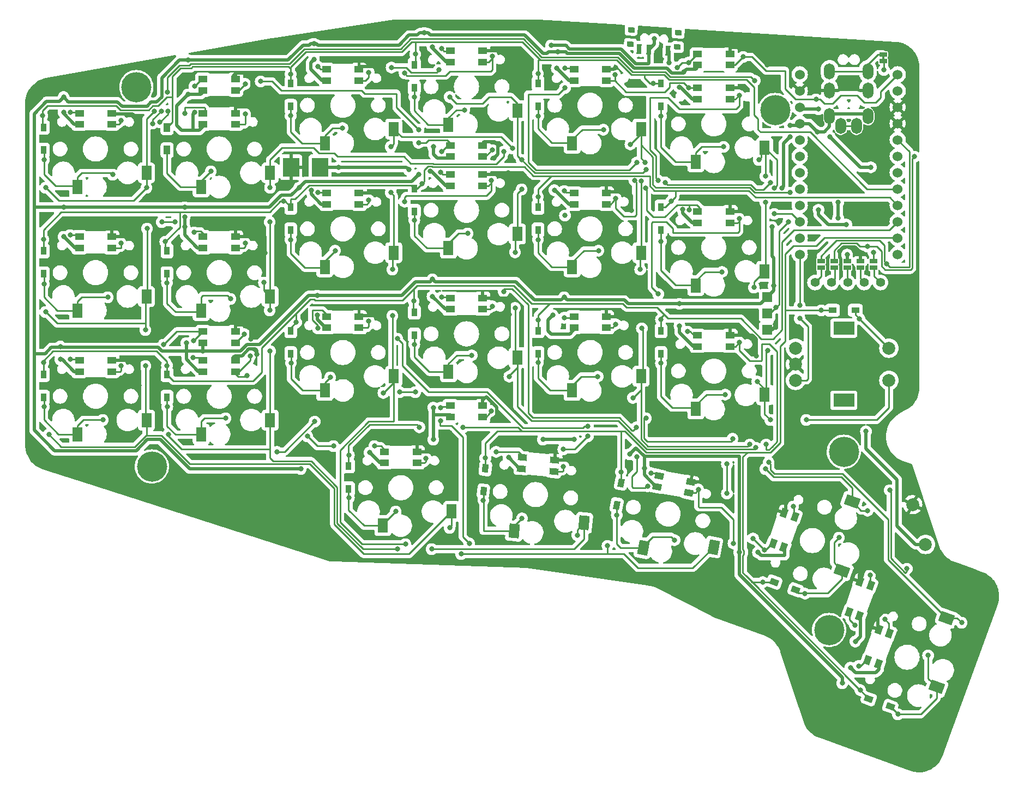
<source format=gtl>
G04 #@! TF.GenerationSoftware,KiCad,Pcbnew,7.0.7*
G04 #@! TF.CreationDate,2023-09-27T23:26:32-04:00*
G04 #@! TF.ProjectId,keybear-chocolate,6b657962-6561-4722-9d63-686f636f6c61,v1.0.0*
G04 #@! TF.SameCoordinates,Original*
G04 #@! TF.FileFunction,Copper,L1,Top*
G04 #@! TF.FilePolarity,Positive*
%FSLAX46Y46*%
G04 Gerber Fmt 4.6, Leading zero omitted, Abs format (unit mm)*
G04 Created by KiCad (PCBNEW 7.0.7) date 2023-09-27 23:26:32*
%MOMM*%
%LPD*%
G01*
G04 APERTURE LIST*
G04 Aperture macros list*
%AMRotRect*
0 Rectangle, with rotation*
0 The origin of the aperture is its center*
0 $1 length*
0 $2 width*
0 $3 Rotation angle, in degrees counterclockwise*
0 Add horizontal line*
21,1,$1,$2,0,0,$3*%
G04 Aperture macros list end*
G04 #@! TA.AperFunction,SMDPad,CuDef*
%ADD10R,1.600000X2.200000*%
G04 #@! TD*
G04 #@! TA.AperFunction,SMDPad,CuDef*
%ADD11R,0.950000X1.300000*%
G04 #@! TD*
G04 #@! TA.AperFunction,SMDPad,CuDef*
%ADD12R,1.380000X1.000000*%
G04 #@! TD*
G04 #@! TA.AperFunction,ComponentPad*
%ADD13C,4.700000*%
G04 #@! TD*
G04 #@! TA.AperFunction,ComponentPad*
%ADD14C,1.397000*%
G04 #@! TD*
G04 #@! TA.AperFunction,SMDPad,CuDef*
%ADD15RotRect,1.380000X1.000000X70.000000*%
G04 #@! TD*
G04 #@! TA.AperFunction,ComponentPad*
%ADD16C,2.000000*%
G04 #@! TD*
G04 #@! TA.AperFunction,ComponentPad*
%ADD17R,3.200000X2.000000*%
G04 #@! TD*
G04 #@! TA.AperFunction,SMDPad,CuDef*
%ADD18R,2.500000X3.000000*%
G04 #@! TD*
G04 #@! TA.AperFunction,ComponentPad*
%ADD19C,1.524000*%
G04 #@! TD*
G04 #@! TA.AperFunction,ComponentPad*
%ADD20O,1.700000X2.500000*%
G04 #@! TD*
G04 #@! TA.AperFunction,SMDPad,CuDef*
%ADD21RotRect,1.600000X2.200000X250.000000*%
G04 #@! TD*
G04 #@! TA.AperFunction,SMDPad,CuDef*
%ADD22RotRect,1.380000X1.000000X355.000000*%
G04 #@! TD*
G04 #@! TA.AperFunction,SMDPad,CuDef*
%ADD23RotRect,1.300000X0.950000X340.000000*%
G04 #@! TD*
G04 #@! TA.AperFunction,SMDPad,CuDef*
%ADD24RotRect,1.600000X2.200000X169.000000*%
G04 #@! TD*
G04 #@! TA.AperFunction,SMDPad,CuDef*
%ADD25R,1.143000X0.635000*%
G04 #@! TD*
G04 #@! TA.AperFunction,SMDPad,CuDef*
%ADD26RotRect,1.380000X1.000000X349.000000*%
G04 #@! TD*
G04 #@! TA.AperFunction,SMDPad,CuDef*
%ADD27R,1.300000X0.950000*%
G04 #@! TD*
G04 #@! TA.AperFunction,SMDPad,CuDef*
%ADD28RotRect,1.300000X0.950000X259.000000*%
G04 #@! TD*
G04 #@! TA.AperFunction,SMDPad,CuDef*
%ADD29R,1.524000X1.524000*%
G04 #@! TD*
G04 #@! TA.AperFunction,SMDPad,CuDef*
%ADD30RotRect,1.600000X2.200000X175.000000*%
G04 #@! TD*
G04 #@! TA.AperFunction,SMDPad,CuDef*
%ADD31R,1.000000X1.400000*%
G04 #@! TD*
G04 #@! TA.AperFunction,SMDPad,CuDef*
%ADD32RotRect,1.300000X0.950000X265.000000*%
G04 #@! TD*
G04 #@! TA.AperFunction,SMDPad,CuDef*
%ADD33R,0.381000X0.381000*%
G04 #@! TD*
G04 #@! TA.AperFunction,SMDPad,CuDef*
%ADD34RotRect,1.000000X0.800000X356.500000*%
G04 #@! TD*
G04 #@! TA.AperFunction,SMDPad,CuDef*
%ADD35RotRect,0.700000X1.500000X356.500000*%
G04 #@! TD*
G04 #@! TA.AperFunction,ViaPad*
%ADD36C,0.800000*%
G04 #@! TD*
G04 #@! TA.AperFunction,Conductor*
%ADD37C,0.500000*%
G04 #@! TD*
G04 #@! TA.AperFunction,Conductor*
%ADD38C,0.250000*%
G04 #@! TD*
G04 APERTURE END LIST*
D10*
X177100000Y-134500000D03*
X166400000Y-136700000D03*
D11*
X237800000Y-139825000D03*
X237800000Y-143375000D03*
D12*
X166685600Y-106025000D03*
X171714400Y-106025000D03*
X171714400Y-107775000D03*
X166685600Y-107775000D03*
D13*
X158750000Y-160909000D03*
D12*
X243485600Y-102115000D03*
X248514400Y-102115000D03*
X248514400Y-103865000D03*
X243485600Y-103865000D03*
D11*
X161100000Y-127425000D03*
X161100000Y-130975000D03*
D10*
X215500000Y-105610000D03*
X204800000Y-107810000D03*
D11*
X180300000Y-120625000D03*
X180300000Y-124175000D03*
D14*
X261721600Y-132334000D03*
X264261600Y-132334000D03*
X266801600Y-132334000D03*
X269341600Y-132334000D03*
X271881600Y-132334000D03*
D11*
X180300000Y-101425000D03*
X180300000Y-104975000D03*
D12*
X224285600Y-137625000D03*
X229314400Y-137625000D03*
X229314400Y-139375000D03*
X224285600Y-139375000D03*
D10*
X234700000Y-127700000D03*
X224000000Y-129900000D03*
X253900000Y-111390000D03*
X243200000Y-113590000D03*
D15*
X255214120Y-172865089D03*
X256934070Y-168139562D03*
X258578532Y-168738097D03*
X256858582Y-173463624D03*
D10*
X177100000Y-153700000D03*
X166400000Y-155900000D03*
D12*
X243485600Y-96815000D03*
X248514400Y-96815000D03*
X248514400Y-98565000D03*
X243485600Y-98565000D03*
D11*
X199500000Y-98535000D03*
X199500000Y-102085000D03*
D16*
X258692000Y-142534000D03*
X258692000Y-147534000D03*
X258692000Y-145034000D03*
D17*
X266192000Y-139434000D03*
X266192000Y-150634000D03*
D16*
X273192000Y-147534000D03*
X273192000Y-142534000D03*
D10*
X253900000Y-130590000D03*
X243200000Y-132790000D03*
D12*
X166685600Y-139925000D03*
X171714400Y-139925000D03*
X171714400Y-141675000D03*
X166685600Y-141675000D03*
D11*
X237800000Y-101425000D03*
X237800000Y-104975000D03*
D10*
X253900000Y-149790000D03*
X243200000Y-151990000D03*
D11*
X141900000Y-127425000D03*
X141900000Y-130975000D03*
D18*
X180340000Y-114427000D03*
X184840000Y-114427000D03*
D13*
X263906000Y-186309000D03*
D10*
X157900000Y-134500000D03*
X147200000Y-136700000D03*
D19*
X274556400Y-100012000D03*
X274556400Y-102552000D03*
X274556400Y-105092000D03*
X274556400Y-107632000D03*
X274556400Y-110172000D03*
X274556400Y-112712000D03*
X274556400Y-115252000D03*
X274556400Y-117792000D03*
X274556400Y-120332000D03*
X274556400Y-122872000D03*
X274556400Y-125412000D03*
X274556400Y-127952000D03*
X259336400Y-127952000D03*
X259336400Y-125412000D03*
X259336400Y-122872000D03*
X259336400Y-120332000D03*
X259336400Y-117792000D03*
X259336400Y-115252000D03*
X259336400Y-112712000D03*
X259336400Y-110172000D03*
X259336400Y-107632000D03*
X259336400Y-105092000D03*
X259336400Y-102552000D03*
X259336400Y-100012000D03*
D20*
X265729000Y-108016000D03*
X268179000Y-108016000D03*
X263979000Y-99516000D03*
X269929000Y-99516000D03*
X263979000Y-102516000D03*
X269929000Y-102516000D03*
X263979000Y-106516000D03*
X269929000Y-106516000D03*
D21*
X267457501Y-166344960D03*
X265899411Y-177058146D03*
D10*
X196300000Y-127700000D03*
X185600000Y-129900000D03*
D11*
X237800000Y-120625000D03*
X237800000Y-124175000D03*
D22*
X216290100Y-159510420D03*
X221299764Y-159948709D03*
X221147242Y-161692050D03*
X216137578Y-161253761D03*
D23*
X270060666Y-196982994D03*
X273396574Y-198197166D03*
D10*
X196300000Y-108500000D03*
X185600000Y-110700000D03*
D24*
X245954391Y-173427399D03*
X235031201Y-173545322D03*
D10*
X234700000Y-108500000D03*
X224000000Y-110700000D03*
D13*
X255524000Y-105537000D03*
D25*
X270764000Y-129032000D03*
X270764000Y-130032760D03*
X266700000Y-129039620D03*
X266700000Y-130040380D03*
D11*
X161100000Y-146625000D03*
X161100000Y-150175000D03*
D23*
X255371056Y-178866280D03*
X258706964Y-180080452D03*
D26*
X237501086Y-162335645D03*
X242437493Y-163295185D03*
X242103578Y-165013033D03*
X237167171Y-164053493D03*
D12*
X243485600Y-140515000D03*
X248514400Y-140515000D03*
X248514400Y-142265000D03*
X243485600Y-142265000D03*
D25*
X268732000Y-129039620D03*
X268732000Y-130040380D03*
D12*
X147485600Y-106025000D03*
X152514400Y-106025000D03*
X152514400Y-107775000D03*
X147485600Y-107775000D03*
D10*
X205300000Y-167900000D03*
X194600000Y-170100000D03*
D25*
X264668000Y-129032000D03*
X264668000Y-130032760D03*
X262636000Y-129032000D03*
X262636000Y-130032760D03*
D15*
X266981151Y-183526222D03*
X268701101Y-178800695D03*
X270345563Y-179399230D03*
X268625613Y-184124757D03*
D10*
X234700000Y-146900000D03*
X224000000Y-149100000D03*
D11*
X218700000Y-101425000D03*
X218700000Y-104975000D03*
X180300000Y-139825000D03*
X180300000Y-143375000D03*
D16*
X278880305Y-173016934D03*
X276871695Y-166835066D03*
D12*
X224285600Y-99225000D03*
X229314400Y-99225000D03*
X229314400Y-100975000D03*
X224285600Y-100975000D03*
X194885600Y-158625000D03*
X199914400Y-158625000D03*
X199914400Y-160375000D03*
X194885600Y-160375000D03*
X224285600Y-118425000D03*
X229314400Y-118425000D03*
X229314400Y-120175000D03*
X224285600Y-120175000D03*
X185885600Y-137625000D03*
X190914400Y-137625000D03*
X190914400Y-139375000D03*
X185885600Y-139375000D03*
X147485600Y-125225000D03*
X152514400Y-125225000D03*
X152514400Y-126975000D03*
X147485600Y-126975000D03*
D10*
X157900000Y-153700000D03*
X147200000Y-155900000D03*
D27*
X264417000Y-136634000D03*
X267967000Y-136634000D03*
D12*
X185885600Y-99225000D03*
X190914400Y-99225000D03*
X190914400Y-100975000D03*
X185885600Y-100975000D03*
D10*
X177100000Y-115300000D03*
X166400000Y-117500000D03*
X196300000Y-146900000D03*
X185600000Y-149100000D03*
D11*
X199500000Y-136935000D03*
X199500000Y-140485000D03*
D13*
X156337000Y-101981000D03*
X266192000Y-158623000D03*
D12*
X205085600Y-115535000D03*
X210114400Y-115535000D03*
X210114400Y-117285000D03*
X205085600Y-117285000D03*
D11*
X141900000Y-108225000D03*
X141900000Y-111775000D03*
D21*
X282147111Y-184461674D03*
X280589021Y-195174860D03*
D15*
X269903730Y-190981803D03*
X271623680Y-186256276D03*
X273268142Y-186854811D03*
X271548192Y-191580338D03*
D12*
X205085600Y-134735000D03*
X210114400Y-134735000D03*
X210114400Y-136485000D03*
X205085600Y-136485000D03*
D28*
X231598330Y-163429443D03*
X230920958Y-166914219D03*
D29*
X254254000Y-139700000D03*
X254254000Y-137160000D03*
X254254000Y-134620000D03*
D11*
X218700000Y-120625000D03*
X218700000Y-124175000D03*
X141900000Y-146625000D03*
X141900000Y-150175000D03*
D12*
X166685600Y-125225000D03*
X171714400Y-125225000D03*
X171714400Y-126975000D03*
X166685600Y-126975000D03*
D11*
X199500000Y-117735000D03*
X199500000Y-121285000D03*
D12*
X243485600Y-121315000D03*
X248514400Y-121315000D03*
X248514400Y-123065000D03*
X243485600Y-123065000D03*
D30*
X225856501Y-169657801D03*
X215005475Y-170916863D03*
D12*
X205085600Y-96335000D03*
X210114400Y-96335000D03*
X210114400Y-98085000D03*
X205085600Y-98085000D03*
X166685600Y-100725000D03*
X171714400Y-100725000D03*
X171714400Y-102475000D03*
X166685600Y-102475000D03*
X185885600Y-118425000D03*
X190914400Y-118425000D03*
X190914400Y-120175000D03*
X185885600Y-120175000D03*
D10*
X157900000Y-115300000D03*
X147200000Y-117500000D03*
D12*
X147485600Y-144425000D03*
X152514400Y-144425000D03*
X152514400Y-146175000D03*
X147485600Y-146175000D03*
D10*
X215500000Y-144010000D03*
X204800000Y-146210000D03*
X215500000Y-124810000D03*
X204800000Y-127010000D03*
D12*
X205085600Y-151435000D03*
X210114400Y-151435000D03*
X210114400Y-153185000D03*
X205085600Y-153185000D03*
D31*
X161100000Y-108225000D03*
X161100000Y-111775000D03*
D12*
X205085600Y-111035000D03*
X210114400Y-111035000D03*
X210114400Y-112785000D03*
X205085600Y-112785000D03*
D11*
X189300000Y-160825000D03*
X189300000Y-164375000D03*
D12*
X166685600Y-144425000D03*
X171714400Y-144425000D03*
X171714400Y-146175000D03*
X166685600Y-146175000D03*
D32*
X210534012Y-161215231D03*
X210224610Y-164751723D03*
D33*
X272288000Y-97409000D03*
D25*
X272288000Y-97909380D03*
X272288000Y-96908620D03*
D11*
X218700000Y-139825000D03*
X218700000Y-143375000D03*
D34*
X233182791Y-93101012D03*
X233047874Y-95306890D03*
X240469175Y-93546666D03*
X240334258Y-95752544D03*
D35*
X238897188Y-96315864D03*
X235902783Y-96132718D03*
X234405581Y-96041146D03*
D36*
X239014000Y-98171000D03*
X252730000Y-123825000D03*
X275209000Y-182626000D03*
X176276000Y-127762000D03*
X214249000Y-137287000D03*
X212217000Y-153185000D03*
X257175000Y-164084000D03*
X250317000Y-102115000D03*
X271526000Y-178308000D03*
X265557000Y-127508000D03*
X195326000Y-101854000D03*
X268732000Y-127635000D03*
X194818000Y-140208000D03*
X233172000Y-121158000D03*
X203250000Y-161290000D03*
X174117000Y-141097000D03*
X156718000Y-128778000D03*
X246634000Y-163322000D03*
X211836000Y-113030000D03*
X156718000Y-148336000D03*
X204978000Y-155702000D03*
X176022000Y-108712000D03*
X174244000Y-102362000D03*
X156718000Y-108839000D03*
X233426000Y-140462000D03*
X214058500Y-115252500D03*
X215646000Y-96266000D03*
X252603000Y-143764000D03*
X179832000Y-116967000D03*
X230759000Y-98933000D03*
X254254000Y-98552000D03*
X194945000Y-120904000D03*
X175043500Y-143510000D03*
X224409000Y-159893000D03*
X255524000Y-138811000D03*
X144526000Y-142277500D03*
X257810000Y-107950000D03*
X184404000Y-134366000D03*
X255270000Y-132842000D03*
X256540000Y-117639500D03*
X257810000Y-109728000D03*
X202438000Y-156718000D03*
X201041000Y-93559500D03*
X202311000Y-131826000D03*
X181610000Y-117602000D03*
X201930000Y-115024500D03*
X164338000Y-97790000D03*
X163830000Y-122174000D03*
X265938000Y-194564000D03*
X235204000Y-161163000D03*
X202311000Y-95720500D03*
X221234000Y-117983000D03*
X202438000Y-151765000D03*
X145034000Y-125222000D03*
X241173000Y-120993500D03*
X222758000Y-134620000D03*
X224282000Y-156718000D03*
X262255000Y-121031000D03*
X164084000Y-141732000D03*
X255016000Y-123698000D03*
X249936000Y-174244000D03*
X163830000Y-123698000D03*
X183515000Y-117983000D03*
X145034000Y-105918000D03*
X266700000Y-128016000D03*
X202438000Y-111252000D03*
X183896000Y-97663000D03*
X240665000Y-102012500D03*
X220980000Y-137414000D03*
X183896000Y-95250000D03*
X267208000Y-192151000D03*
X184404000Y-137414000D03*
X262090500Y-108931701D03*
X181864000Y-161290000D03*
X166624000Y-143002000D03*
X252857000Y-174244000D03*
X165354000Y-105918000D03*
X200152000Y-115570000D03*
X240665000Y-139065000D03*
X241300000Y-99663500D03*
X164338000Y-103124000D03*
X232918000Y-159004000D03*
X214122000Y-159512000D03*
X202311000Y-134493000D03*
X267970000Y-188087000D03*
X221615000Y-99060000D03*
X240665000Y-135636000D03*
X163830000Y-120650000D03*
X219456000Y-156718000D03*
X266573000Y-123317000D03*
X221742000Y-96520000D03*
X145034000Y-103542500D03*
X145034000Y-120650000D03*
X144526000Y-144272000D03*
X192532000Y-158750000D03*
X180289200Y-99974400D03*
X218694000Y-99872800D03*
X199644000Y-96875600D03*
X236575600Y-101447600D03*
X141732000Y-106426000D03*
X152654000Y-115570000D03*
X141986000Y-113284000D03*
X167894000Y-115062000D03*
X188341000Y-108331000D03*
X180289200Y-106426000D03*
X199491600Y-103530400D03*
X207264000Y-105537000D03*
X228854000Y-108585000D03*
X218744800Y-106476800D03*
X237794800Y-106527600D03*
X247523000Y-111252000D03*
X141900000Y-125644000D03*
X160832800Y-125984000D03*
X200710800Y-116992400D03*
X179171600Y-119735600D03*
X239369600Y-119684800D03*
X218694000Y-119024400D03*
X151892000Y-134620000D03*
X141986000Y-132588000D03*
X161086800Y-132384800D03*
X170942000Y-134874000D03*
X180289200Y-125679200D03*
X187198000Y-127381000D03*
X199491600Y-122631200D03*
X207772000Y-124714000D03*
X218694000Y-125679200D03*
X228092000Y-127381000D03*
X247269000Y-130683000D03*
X237794800Y-125933200D03*
X218744800Y-138176000D03*
X237794800Y-138074400D03*
X199390000Y-135229600D03*
X181152800Y-138531600D03*
X141900000Y-144780000D03*
X161086800Y-145237200D03*
X141986000Y-151638000D03*
X151130000Y-153670000D03*
X161137600Y-151638000D03*
X170180000Y-153416000D03*
X180340000Y-144830800D03*
X186436000Y-147066000D03*
X208407000Y-143637000D03*
X199491600Y-141935200D03*
X227965000Y-146939000D03*
X218694000Y-144780000D03*
X237794800Y-144881600D03*
X247777000Y-149733000D03*
X200279000Y-154813000D03*
X207010000Y-154852500D03*
X231597200Y-161747200D03*
X210515200Y-159613600D03*
X268732000Y-195630800D03*
X189331600Y-159156400D03*
X262686800Y-136652000D03*
X253593600Y-178866800D03*
X216217500Y-168973500D03*
X210210400Y-166166800D03*
X239903000Y-172339000D03*
X230936800Y-168452800D03*
X265430000Y-171958000D03*
X260146800Y-180644800D03*
X274574000Y-199390000D03*
X279273000Y-190246000D03*
X198628000Y-114808000D03*
X220726000Y-95504000D03*
X236728000Y-94488000D03*
X187706000Y-114427000D03*
X250571000Y-97282000D03*
X261874000Y-103886000D03*
X257556000Y-122936000D03*
X255676400Y-136245600D03*
X272415000Y-99314000D03*
X277114000Y-112776000D03*
X269875000Y-126746000D03*
X272796000Y-129413000D03*
X270764000Y-127635000D03*
X153924000Y-107188000D03*
X163830000Y-106025000D03*
X146050000Y-105918000D03*
X153924000Y-126238000D03*
X161200500Y-105701500D03*
X160006544Y-107440074D03*
X165277800Y-124547500D03*
X173228000Y-106172000D03*
X195961000Y-98933000D03*
X192405000Y-99695000D03*
X203327000Y-99314000D03*
X203708000Y-96012000D03*
X184531000Y-98806000D03*
X192405000Y-119507000D03*
X211582000Y-97184500D03*
X197992186Y-99829785D03*
X203581000Y-115189000D03*
X230632000Y-100076000D03*
X242085299Y-102068500D03*
X222885000Y-102108000D03*
X233680000Y-116490500D03*
X234061000Y-113665000D03*
X230759000Y-119253000D03*
X222885000Y-99060000D03*
X249936000Y-103251000D03*
X237363000Y-116459000D03*
X235436336Y-117665663D03*
X242189000Y-121031000D03*
X153924000Y-145288000D03*
X146050000Y-124968000D03*
X173228000Y-126238000D03*
X160274000Y-122936000D03*
X162343500Y-122936000D03*
X165100000Y-144018000D03*
X192405000Y-138303000D03*
X184531000Y-118364000D03*
X203708000Y-134620000D03*
X211455000Y-116459000D03*
X197993000Y-119761000D03*
X222758000Y-118110000D03*
X230759000Y-138811000D03*
X222885000Y-121920000D03*
X237363000Y-134112000D03*
X249936000Y-122428000D03*
X241935000Y-139954000D03*
X146050000Y-144272000D03*
X193294000Y-157734000D03*
X173990000Y-143764000D03*
X182880000Y-156210000D03*
X186944000Y-157734000D03*
X173482000Y-146812000D03*
X184531000Y-139446000D03*
X222631000Y-160909000D03*
X222631000Y-158242000D03*
X226441000Y-156210000D03*
X196850000Y-141057500D03*
X226441000Y-154686000D03*
X236220000Y-161925000D03*
X235712000Y-163957000D03*
X234061000Y-159385000D03*
X213360000Y-133731000D03*
X233975500Y-154813000D03*
X211582000Y-136017000D03*
X248920000Y-156591000D03*
X248031000Y-165100000D03*
X248031000Y-160528000D03*
X258318000Y-167132000D03*
X235458000Y-153416000D03*
X222758000Y-137795000D03*
X249936000Y-141605000D03*
X275971000Y-176784000D03*
X254127000Y-157480000D03*
X268478000Y-191897000D03*
X273304000Y-164592000D03*
X270256000Y-177800000D03*
X203581000Y-151765000D03*
X208026000Y-172847000D03*
X203581000Y-153797000D03*
X178181000Y-158623000D03*
X199644000Y-149352000D03*
X184023000Y-153924000D03*
X211455000Y-152273000D03*
X160528000Y-141986000D03*
X165227000Y-141351000D03*
X197231000Y-149352000D03*
X270383000Y-114427000D03*
X265303000Y-119888000D03*
X262255000Y-105410000D03*
X269621000Y-155448000D03*
X265303000Y-122301000D03*
X264033000Y-109728000D03*
X202184000Y-173736000D03*
X177038000Y-122936000D03*
X196850000Y-173736000D03*
X177100000Y-117602000D03*
X177100000Y-143002000D03*
X224790000Y-171577000D03*
X176149000Y-132334000D03*
X177038000Y-136652000D03*
X213360000Y-112014000D03*
X161290000Y-155956000D03*
X196088000Y-130302000D03*
X206756000Y-174498000D03*
X195834000Y-118364000D03*
X194691000Y-149479000D03*
X198120000Y-172974000D03*
X214775500Y-111506000D03*
X229489000Y-173228000D03*
X195834000Y-111252000D03*
X196088000Y-137501500D03*
X254000000Y-161290000D03*
X238438200Y-116780800D03*
X204978000Y-103505000D03*
X215138000Y-127635000D03*
X216154000Y-113284000D03*
X254762000Y-116840000D03*
X235458000Y-114808000D03*
X215138000Y-136271000D03*
X214249000Y-146939000D03*
X269875000Y-167767000D03*
X216154000Y-117856000D03*
X252476000Y-157988000D03*
X234696000Y-116535200D03*
X257810000Y-118364000D03*
X234569000Y-130302000D03*
X254508000Y-160274000D03*
X235326701Y-113669299D03*
X284480000Y-185166000D03*
X234823000Y-139446000D03*
X233426000Y-150241000D03*
X233045000Y-110871000D03*
X251587000Y-157480000D03*
X142748000Y-155956000D03*
X157734000Y-145288000D03*
X157734000Y-139700000D03*
X204978000Y-170434000D03*
X157900000Y-117602000D03*
X159131000Y-105701500D03*
X142240000Y-117602000D03*
X142240000Y-136906000D03*
X157988000Y-123952000D03*
X252349000Y-100965000D03*
X161163000Y-102780500D03*
X259334000Y-137922000D03*
X259334000Y-135890000D03*
X189331600Y-165760400D03*
X196596000Y-167894000D03*
X268630400Y-137972800D03*
X255397000Y-117639500D03*
X255397000Y-121666000D03*
X252984000Y-113284000D03*
X254381000Y-142875000D03*
X260350000Y-153670000D03*
X254000000Y-115824000D03*
X254762000Y-153670000D03*
X252730000Y-147701000D03*
X252222000Y-133096000D03*
X254000000Y-119888000D03*
X212217000Y-158623000D03*
X201295000Y-159639000D03*
X253873000Y-173863000D03*
X252095000Y-172085000D03*
X243586000Y-164465000D03*
X249047000Y-172847000D03*
X267883644Y-185547000D03*
X272542000Y-184658000D03*
X158877000Y-107638000D03*
X173101000Y-140335000D03*
X165354000Y-101854000D03*
X160200997Y-105701500D03*
X200152000Y-110617000D03*
X200152000Y-108585000D03*
X173228000Y-101473000D03*
X175641000Y-101092000D03*
X203708000Y-112014000D03*
X242062000Y-98171000D03*
X240284000Y-98933000D03*
X211582000Y-111760000D03*
D37*
X239014000Y-96432676D02*
X238897188Y-96315864D01*
X239014000Y-98171000D02*
X239014000Y-96432676D01*
X246634000Y-163322000D02*
X242215675Y-163322000D01*
X271516149Y-184286851D02*
X271516149Y-186551716D01*
X174244000Y-102362000D02*
X174244000Y-100584000D01*
X248640600Y-95834200D02*
X248514400Y-95960400D01*
X265557000Y-127508000D02*
X265430000Y-127508000D01*
X213776000Y-115535000D02*
X209800000Y-115535000D01*
X233426000Y-138176000D02*
X232875000Y-137625000D01*
X273177000Y-182626000D02*
X271516149Y-184286851D01*
X179832000Y-116967000D02*
X180340000Y-116459000D01*
X156718000Y-107188000D02*
X155702000Y-106172000D01*
X194818000Y-138557000D02*
X193714000Y-137453000D01*
X214249000Y-135255000D02*
X213729000Y-134735000D01*
X193714000Y-137453000D02*
X190772000Y-137453000D01*
X252603000Y-141148172D02*
X251969828Y-140515000D01*
X252730000Y-121920000D02*
X252125000Y-121315000D01*
X173810949Y-142647000D02*
X172755949Y-143702000D01*
X268732000Y-127635000D02*
X267921000Y-126824000D01*
X152347000Y-106172000D02*
X152200000Y-106025000D01*
X156718000Y-148336000D02*
X156718000Y-144526000D01*
X212305000Y-151700972D02*
X210667414Y-150063386D01*
X171714400Y-105196400D02*
X171881800Y-105029000D01*
X171714400Y-106025000D02*
X171714400Y-105196400D01*
X267921000Y-126824000D02*
X266114000Y-126824000D01*
X271526000Y-178308000D02*
X271526000Y-177673000D01*
X171714400Y-139610600D02*
X171400000Y-139925000D01*
X156718000Y-125222000D02*
X156715000Y-125225000D01*
X233172000Y-121158000D02*
X233172000Y-118872000D01*
X156718000Y-144526000D02*
X156617000Y-144425000D01*
X212305000Y-153097000D02*
X212305000Y-151700972D01*
X250317000Y-102115000D02*
X248200000Y-102115000D01*
X257175000Y-168086541D02*
X256826539Y-168435002D01*
X171813000Y-99840000D02*
X171400000Y-100253000D01*
X268593570Y-177684430D02*
X268593570Y-179096135D01*
X176276000Y-127762000D02*
X176276000Y-125225000D01*
X173863000Y-105029000D02*
X176022000Y-107188000D01*
X194945000Y-120904000D02*
X194945000Y-119380000D01*
X251536200Y-95834200D02*
X248640600Y-95834200D01*
X210345000Y-110490000D02*
X209800000Y-111035000D01*
X212471000Y-112395000D02*
X212471000Y-110998000D01*
X232875000Y-137625000D02*
X229000000Y-137625000D01*
X271526000Y-177673000D02*
X270637000Y-176784000D01*
X213729000Y-134735000D02*
X209800000Y-134735000D01*
X171729400Y-138938000D02*
X171714400Y-138953000D01*
X265430000Y-127508000D02*
X265557000Y-127381000D01*
X171639000Y-143702000D02*
X171400000Y-143941000D01*
X172755949Y-143702000D02*
X171639000Y-143702000D01*
X266114000Y-126824000D02*
X265557000Y-127381000D01*
X156718000Y-128778000D02*
X156718000Y-125222000D01*
X171400000Y-143941000D02*
X171400000Y-144425000D01*
X232537000Y-118237000D02*
X229188000Y-118237000D01*
X251969828Y-140515000D02*
X248200000Y-140515000D01*
X252730000Y-123825000D02*
X252730000Y-121920000D01*
X156718000Y-108839000D02*
X156718000Y-107188000D01*
X171881800Y-105029000D02*
X173863000Y-105029000D01*
X190772000Y-137453000D02*
X190600000Y-137625000D01*
X204978000Y-157734000D02*
X204087000Y-158625000D01*
X174117000Y-139319000D02*
X173736000Y-138938000D01*
X176022000Y-107188000D02*
X176022000Y-108712000D01*
X269494000Y-176784000D02*
X268593570Y-177684430D01*
X268732000Y-127635000D02*
X268732000Y-129039620D01*
X265557000Y-127381000D02*
X265557000Y-127508000D01*
X224380693Y-159921307D02*
X220986561Y-159921307D01*
X252603000Y-143764000D02*
X252603000Y-141148172D01*
X191100000Y-99225000D02*
X190600000Y-99225000D01*
X270637000Y-176784000D02*
X269494000Y-176784000D01*
X215646000Y-96266000D02*
X215577000Y-96335000D01*
X212217000Y-153185000D02*
X212305000Y-153097000D01*
X195326000Y-100203000D02*
X193940000Y-98817000D01*
X203250000Y-161290000D02*
X204978000Y-161290000D01*
X215577000Y-96335000D02*
X209800000Y-96335000D01*
X254254000Y-98552000D02*
X251536200Y-95834200D01*
X210667414Y-150063386D02*
X210114400Y-150616400D01*
X194818000Y-140208000D02*
X194818000Y-138557000D01*
X255016000Y-139700000D02*
X254254000Y-139700000D01*
X210114400Y-150616400D02*
X210114400Y-151435000D01*
X193990000Y-118425000D02*
X190600000Y-118425000D01*
X214249000Y-137287000D02*
X214249000Y-135255000D01*
X229188000Y-118237000D02*
X229000000Y-118425000D01*
X171714400Y-138953000D02*
X171714400Y-139610600D01*
X193940000Y-98817000D02*
X191008000Y-98817000D01*
X233426000Y-140462000D02*
X233426000Y-138176000D01*
X257175000Y-164084000D02*
X257175000Y-168086541D01*
X174117000Y-141097000D02*
X174117000Y-139319000D01*
X155702000Y-106172000D02*
X152347000Y-106172000D01*
X230759000Y-98933000D02*
X230467000Y-99225000D01*
X204978000Y-157734000D02*
X204978000Y-155702000D01*
X156715000Y-125225000D02*
X152200000Y-125225000D01*
X242215675Y-163322000D02*
X242128870Y-163235195D01*
X255524000Y-138811000D02*
X255524000Y-139192000D01*
X171400000Y-100253000D02*
X171400000Y-100725000D01*
X175043500Y-143510000D02*
X175043500Y-142912500D01*
X191008000Y-98817000D02*
X190600000Y-99225000D01*
X194945000Y-119380000D02*
X193990000Y-118425000D01*
X174244000Y-100584000D02*
X173500000Y-99840000D01*
X214058500Y-115252500D02*
X213776000Y-115535000D01*
X275209000Y-182626000D02*
X273177000Y-182626000D01*
X175043500Y-142912500D02*
X174778000Y-142647000D01*
X255524000Y-139192000D02*
X255016000Y-139700000D01*
X230467000Y-99225000D02*
X229000000Y-99225000D01*
X195326000Y-101854000D02*
X195326000Y-100203000D01*
X204087000Y-158625000D02*
X199600000Y-158625000D01*
X248514400Y-95960400D02*
X248514400Y-96815000D01*
X173736000Y-138938000D02*
X171729400Y-138938000D01*
X204978000Y-161290000D02*
X204978000Y-157734000D01*
X212471000Y-110998000D02*
X211963000Y-110490000D01*
X156617000Y-144425000D02*
X152200000Y-144425000D01*
X173500000Y-99840000D02*
X171813000Y-99840000D01*
X191100000Y-137625000D02*
X190600000Y-137625000D01*
X176276000Y-125225000D02*
X171400000Y-125225000D01*
X180340000Y-116459000D02*
X180340000Y-114427000D01*
X233172000Y-118872000D02*
X232537000Y-118237000D01*
X211963000Y-110490000D02*
X210345000Y-110490000D01*
X224409000Y-159893000D02*
X224380693Y-159921307D01*
X174778000Y-142647000D02*
X173810949Y-142647000D01*
X211836000Y-113030000D02*
X212471000Y-112395000D01*
X252125000Y-121315000D02*
X248200000Y-121315000D01*
X241150500Y-99813000D02*
X239438568Y-99813000D01*
X240665000Y-139065000D02*
X240665000Y-140081000D01*
X255016000Y-123698000D02*
X255016000Y-128270000D01*
X199720200Y-132207000D02*
X197561200Y-134366000D01*
X162560000Y-104902000D02*
X162560000Y-107950000D01*
X253238000Y-135636000D02*
X254254000Y-134620000D01*
X160274000Y-103517828D02*
X160274000Y-100531432D01*
X204303000Y-136485000D02*
X205400000Y-136485000D01*
X223012000Y-96520000D02*
X221742000Y-96520000D01*
X235391000Y-159325000D02*
X249936000Y-159325000D01*
X184404000Y-134366000D02*
X183082828Y-134366000D01*
X181610000Y-117602000D02*
X180407000Y-118805000D01*
X240665000Y-135636000D02*
X253238000Y-135636000D01*
X265938000Y-193673500D02*
X265938000Y-194564000D01*
X140462000Y-143383000D02*
X140462000Y-141478000D01*
X201930000Y-132207000D02*
X199720200Y-132207000D01*
X271145000Y-192913000D02*
X271655723Y-192402277D01*
X242676000Y-103865000D02*
X243800000Y-103865000D01*
X205123000Y-152908000D02*
X205400000Y-153185000D01*
X172466000Y-143002000D02*
X166624000Y-143002000D01*
X223640000Y-140335000D02*
X224600000Y-139375000D01*
X146683000Y-146175000D02*
X147800000Y-146175000D01*
X266573000Y-123317000D02*
X263779000Y-123317000D01*
X165837000Y-126975000D02*
X167000000Y-126975000D01*
X166624000Y-142051000D02*
X167000000Y-141675000D01*
X220336000Y-96520000D02*
X220091000Y-96765000D01*
X166063000Y-108712000D02*
X167000000Y-107775000D01*
X145034000Y-125222000D02*
X146812000Y-127000000D01*
X235204000Y-159311964D02*
X235204000Y-159512000D01*
X201990000Y-93913000D02*
X201636500Y-93559500D01*
X202438000Y-151765000D02*
X202438000Y-156718000D01*
X267970000Y-192913000D02*
X271145000Y-192913000D01*
X269585000Y-106172000D02*
X269929000Y-106516000D01*
X160274000Y-100531432D02*
X163015432Y-97790000D01*
X166624000Y-143002000D02*
X166624000Y-142051000D01*
X233596568Y-99051000D02*
X231310569Y-96765000D01*
X267970000Y-188087000D02*
X268733144Y-187323856D01*
X183388000Y-98171000D02*
X183388000Y-99187000D01*
X160274000Y-143002000D02*
X164846000Y-143002000D01*
X162560000Y-107950000D02*
X163322000Y-108712000D01*
X164338000Y-97790000D02*
X179906432Y-97790000D01*
X220980000Y-137414000D02*
X220218000Y-138176000D01*
X202438000Y-151765000D02*
X202438000Y-152954000D01*
X185176000Y-100975000D02*
X186200000Y-100975000D01*
X175501828Y-141947000D02*
X173521000Y-141947000D01*
X221742000Y-96520000D02*
X220336000Y-96520000D01*
X178831827Y-118805000D02*
X176986828Y-120650000D01*
X140462000Y-141478000D02*
X140462000Y-155275173D01*
X241300000Y-99663500D02*
X241150500Y-99813000D01*
X220218000Y-138176000D02*
X220218000Y-139827000D01*
X142188827Y-143383000D02*
X140462000Y-143383000D01*
X235204000Y-159512000D02*
X235391000Y-159325000D01*
X242849000Y-142265000D02*
X243800000Y-142265000D01*
X145034000Y-106104082D02*
X146704918Y-107775000D01*
X268733144Y-187323856D02*
X268733144Y-183829317D01*
X223553000Y-120175000D02*
X224600000Y-120175000D01*
X241173000Y-120993500D02*
X241173000Y-121539000D01*
X183143000Y-95495000D02*
X183388000Y-95250000D01*
X144675500Y-142427000D02*
X159699000Y-142427000D01*
X263178299Y-108931701D02*
X263979000Y-108131000D01*
X249936000Y-177671500D02*
X265938000Y-193673500D01*
X147775000Y-127000000D02*
X147800000Y-126975000D01*
X223199000Y-135061000D02*
X222758000Y-134620000D01*
X145034000Y-105918000D02*
X145034000Y-106104082D01*
X267208000Y-192151000D02*
X267970000Y-192913000D01*
X243178000Y-99187000D02*
X243800000Y-98565000D01*
X166351000Y-103124000D02*
X167000000Y-102475000D01*
X223257000Y-96765000D02*
X223012000Y-96520000D01*
X255016000Y-128270000D02*
X255270000Y-128524000D01*
X165100000Y-108712000D02*
X166063000Y-108712000D01*
X185700000Y-139375000D02*
X186200000Y-139375000D01*
X256540000Y-117639500D02*
X256794000Y-117385500D01*
X144780000Y-144272000D02*
X146683000Y-146175000D01*
X241173000Y-121539000D02*
X242699000Y-123065000D01*
X163322000Y-108712000D02*
X165100000Y-108712000D01*
X180407000Y-118805000D02*
X178831827Y-118805000D01*
X202484000Y-152908000D02*
X205123000Y-152908000D01*
X235204000Y-159512000D02*
X235204000Y-161163000D01*
X144526000Y-142277500D02*
X144376500Y-142427000D01*
X164084000Y-143002000D02*
X164084000Y-141732000D01*
X201636500Y-93559500D02*
X201041000Y-93559500D01*
X142382828Y-104200000D02*
X140462000Y-106120828D01*
X221361000Y-117983000D02*
X223553000Y-120175000D01*
X203073000Y-113030000D02*
X205155000Y-113030000D01*
X264323000Y-106172000D02*
X269585000Y-106172000D01*
X197561200Y-134366000D02*
X184404000Y-134366000D01*
X255270000Y-128524000D02*
X255270000Y-132842000D01*
X239438568Y-99813000D02*
X238676568Y-99051000D01*
X165100000Y-108712000D02*
X165100000Y-106172000D01*
X220218000Y-139827000D02*
X220726000Y-140335000D01*
X232089000Y-135061000D02*
X223199000Y-135061000D01*
X143622827Y-158436000D02*
X156321173Y-158436000D01*
X255270000Y-132842000D02*
X255270000Y-133604000D01*
X240665000Y-102012500D02*
X240823500Y-102012500D01*
X202146500Y-115024500D02*
X204407000Y-117285000D01*
X192532000Y-158750000D02*
X194157000Y-160375000D01*
X263779000Y-123317000D02*
X262255000Y-121793000D01*
X146704918Y-107775000D02*
X147800000Y-107775000D01*
X257810000Y-107950000D02*
X259018400Y-107950000D01*
X256966113Y-174752000D02*
X256966113Y-173168184D01*
X202438000Y-152954000D02*
X202484000Y-152908000D01*
X205155000Y-113030000D02*
X205400000Y-112785000D01*
X145034000Y-120650000D02*
X140462000Y-120650000D01*
X220726000Y-140335000D02*
X223640000Y-140335000D01*
X163830000Y-123698000D02*
X163830000Y-124968000D01*
X160020000Y-156718000D02*
X164592000Y-161290000D01*
X237138483Y-164113483D02*
X237475794Y-164113483D01*
X222317000Y-135061000D02*
X222758000Y-134620000D01*
X262255000Y-121793000D02*
X262255000Y-121031000D01*
X140462000Y-120650000D02*
X140462000Y-141478000D01*
X199965000Y-93913000D02*
X200318500Y-93559500D01*
X215265000Y-132207000D02*
X218119000Y-135061000D01*
X164592000Y-161290000D02*
X181864000Y-161290000D01*
X232664000Y-135636000D02*
X232089000Y-135061000D01*
X163830000Y-122174000D02*
X163830000Y-123698000D01*
X240665000Y-135636000D02*
X232664000Y-135636000D01*
X164338000Y-103124000D02*
X162560000Y-104902000D01*
X144376500Y-104200000D02*
X142382828Y-104200000D01*
X163830000Y-124968000D02*
X165837000Y-126975000D01*
X183082828Y-134366000D02*
X175501828Y-141947000D01*
X145034000Y-103542500D02*
X145758500Y-104267000D01*
X173521000Y-141947000D02*
X172466000Y-143002000D01*
X256794000Y-110744000D02*
X256794000Y-117385500D01*
X240823500Y-102012500D02*
X242676000Y-103865000D01*
X145758500Y-104267000D02*
X153393573Y-104267000D01*
X233907018Y-158014982D02*
X235204000Y-159311964D01*
X163015432Y-97790000D02*
X164338000Y-97790000D01*
X204511000Y-98085000D02*
X205400000Y-98085000D01*
X255270000Y-133604000D02*
X254254000Y-134620000D01*
X183515000Y-118618000D02*
X185072000Y-120175000D01*
X165987000Y-146175000D02*
X167000000Y-146175000D01*
X182201432Y-95495000D02*
X183143000Y-95495000D01*
X202311000Y-131826000D02*
X202692000Y-132207000D01*
X259018400Y-107950000D02*
X259336400Y-107632000D01*
X143144827Y-142427000D02*
X142188827Y-143383000D01*
X164846000Y-143002000D02*
X164084000Y-143002000D01*
X153393573Y-104267000D02*
X154088573Y-104962000D01*
X181610000Y-117602000D02*
X182577000Y-116635000D01*
X183515000Y-117983000D02*
X183515000Y-118618000D01*
X249936000Y-159325000D02*
X249936000Y-174244000D01*
X199087000Y-116635000D02*
X200152000Y-115570000D01*
X266700000Y-128016000D02*
X266700000Y-129039620D01*
X216647568Y-93913000D02*
X201990000Y-93913000D01*
X235204000Y-162179000D02*
X237138483Y-164113483D01*
X202311000Y-131826000D02*
X201930000Y-132207000D01*
X140462000Y-106120828D02*
X140462000Y-120650000D01*
X202438000Y-112395000D02*
X203073000Y-113030000D01*
X238676568Y-99051000D02*
X233596568Y-99051000D01*
X263979000Y-106516000D02*
X264323000Y-106172000D01*
X183388000Y-99187000D02*
X185176000Y-100975000D01*
X214122000Y-159512000D02*
X215891163Y-161281163D01*
X231310569Y-96765000D02*
X223257000Y-96765000D01*
X158039172Y-156718000D02*
X160020000Y-156718000D01*
X184404000Y-137414000D02*
X184404000Y-138079000D01*
X242699000Y-123065000D02*
X243800000Y-123065000D01*
X159464828Y-104327000D02*
X160274000Y-103517828D01*
X197113000Y-95495000D02*
X198695000Y-93913000D01*
X202438000Y-153416000D02*
X202438000Y-153416000D01*
X182577000Y-116635000D02*
X184912000Y-116635000D01*
X179906432Y-97790000D02*
X182201432Y-95495000D01*
X271655723Y-192402277D02*
X271655723Y-191284898D01*
X202438000Y-111252000D02*
X202438000Y-112395000D01*
X262090500Y-108931701D02*
X263178299Y-108931701D01*
X263979000Y-108131000D02*
X263979000Y-106516000D01*
X249936000Y-174244000D02*
X249936000Y-177671500D01*
X223530000Y-100975000D02*
X224600000Y-100975000D01*
X221234000Y-117983000D02*
X221361000Y-117983000D01*
X221615000Y-99060000D02*
X223530000Y-100975000D01*
X176986828Y-120650000D02*
X163830000Y-120650000D01*
X240665000Y-140081000D02*
X242849000Y-142265000D01*
X219456000Y-156718000D02*
X224282000Y-156718000D01*
X146812000Y-127000000D02*
X147775000Y-127000000D01*
X164084000Y-144272000D02*
X165987000Y-146175000D01*
X164338000Y-103124000D02*
X166351000Y-103124000D01*
X158638828Y-104327000D02*
X159464828Y-104327000D01*
X200318500Y-93559500D02*
X201041000Y-93559500D01*
X198695000Y-93913000D02*
X199965000Y-93913000D01*
X204407000Y-117285000D02*
X205400000Y-117285000D01*
X183896000Y-95250000D02*
X184277000Y-95250000D01*
X158003828Y-104962000D02*
X158638828Y-104327000D01*
X232918000Y-159004000D02*
X233907018Y-158014982D01*
X140462000Y-155275173D02*
X143622827Y-158436000D01*
X156321173Y-158436000D02*
X158039172Y-156718000D01*
X145034000Y-103542500D02*
X144376500Y-104200000D01*
X183388000Y-95250000D02*
X183896000Y-95250000D01*
X183896000Y-97663000D02*
X183388000Y-98171000D01*
X241776500Y-99187000D02*
X243178000Y-99187000D01*
X202692000Y-132207000D02*
X215265000Y-132207000D01*
X262090500Y-108931701D02*
X260790799Y-107632000D01*
X257810000Y-109728000D02*
X256794000Y-110744000D01*
X241300000Y-99663500D02*
X241776500Y-99187000D01*
X164084000Y-141732000D02*
X164141000Y-141675000D01*
X215891163Y-161281163D02*
X216450781Y-161281163D01*
X218119000Y-135061000D02*
X222317000Y-135061000D01*
X252857000Y-174244000D02*
X253365000Y-174752000D01*
X144526000Y-144272000D02*
X144780000Y-144272000D01*
X159699000Y-142427000D02*
X160274000Y-143002000D01*
X220091000Y-96765000D02*
X219499568Y-96765000D01*
X145034000Y-120650000D02*
X163830000Y-120650000D01*
X202311000Y-134493000D02*
X204303000Y-136485000D01*
X164084000Y-143002000D02*
X164084000Y-144272000D01*
X185072000Y-120175000D02*
X186200000Y-120175000D01*
X201930000Y-115024500D02*
X202146500Y-115024500D01*
X202311000Y-95720500D02*
X202311000Y-95885000D01*
X260790799Y-107632000D02*
X259336400Y-107632000D01*
X184404000Y-138079000D02*
X185700000Y-139375000D01*
X219499568Y-96765000D02*
X216647568Y-93913000D01*
X184938828Y-116635000D02*
X199087000Y-116635000D01*
X253365000Y-174752000D02*
X256966113Y-174752000D01*
X194157000Y-160375000D02*
X195200000Y-160375000D01*
X144526000Y-142277500D02*
X144675500Y-142427000D01*
X165100000Y-106172000D02*
X165354000Y-105918000D01*
X144376500Y-142427000D02*
X143144827Y-142427000D01*
X235204000Y-161163000D02*
X235204000Y-162179000D01*
X154088573Y-104962000D02*
X158003828Y-104962000D01*
X256794000Y-117385500D02*
X256794000Y-117348000D01*
X166624000Y-143002000D02*
X164846000Y-143002000D01*
X184277000Y-95250000D02*
X184522000Y-95495000D01*
X184522000Y-95495000D02*
X197113000Y-95495000D01*
X202311000Y-95885000D02*
X204511000Y-98085000D01*
D38*
X233172000Y-100076000D02*
X235254800Y-100076000D01*
X237800000Y-101425000D02*
X236598200Y-101425000D01*
X199644000Y-98391000D02*
X199644000Y-96875600D01*
X158877000Y-104902000D02*
X159703000Y-104902000D01*
X239014000Y-100838000D02*
X251079000Y-100838000D01*
X199061568Y-94996000D02*
X199644000Y-94996000D01*
X199644000Y-96266000D02*
X199644000Y-94996000D01*
X218700000Y-97790000D02*
X220980000Y-97790000D01*
X180300000Y-99136000D02*
X180300000Y-99963600D01*
X252857000Y-108585000D02*
X253238000Y-108966000D01*
X163195000Y-99060000D02*
X164846000Y-99060000D01*
X269811000Y-117792000D02*
X274556400Y-117792000D01*
X252222000Y-106299000D02*
X252857000Y-106934000D01*
X236598200Y-101425000D02*
X236575600Y-101447600D01*
X220980000Y-97790000D02*
X230886000Y-97790000D01*
X161925000Y-100330000D02*
X163195000Y-99060000D01*
X161925000Y-107400000D02*
X161100000Y-108225000D01*
X141732000Y-106426000D02*
X141732000Y-105664000D01*
X218700000Y-101425000D02*
X218700000Y-99878800D01*
X238252000Y-100076000D02*
X239014000Y-100838000D01*
X236553000Y-101425000D02*
X236095800Y-101425000D01*
X180289200Y-99974400D02*
X180300000Y-99985200D01*
X161925000Y-103505000D02*
X161925000Y-100330000D01*
X153850400Y-105537000D02*
X158242000Y-105537000D01*
X197537568Y-96520000D02*
X199061568Y-94996000D01*
X236095800Y-101425000D02*
X235254800Y-100584000D01*
X218700000Y-99866800D02*
X218700000Y-97790000D01*
X180300000Y-99985200D02*
X180300000Y-101425000D01*
X218700000Y-99878800D02*
X218694000Y-99872800D01*
X199500000Y-98535000D02*
X199644000Y-98391000D01*
X164846000Y-99060000D02*
X165091000Y-98815000D01*
X180300000Y-98846000D02*
X182626000Y-96520000D01*
X199644000Y-94996000D02*
X216281000Y-94996000D01*
X235254800Y-100076000D02*
X238252000Y-100076000D01*
X252857000Y-106934000D02*
X252857000Y-108585000D01*
X216281000Y-94996000D02*
X219075000Y-97790000D01*
X180300000Y-99136000D02*
X180300000Y-98846000D01*
X182626000Y-96520000D02*
X197537568Y-96520000D01*
X251079000Y-100838000D02*
X252222000Y-101981000D01*
X218694000Y-99872800D02*
X218700000Y-99866800D01*
X236575600Y-101447600D02*
X236553000Y-101425000D01*
X141732000Y-105664000D02*
X142554000Y-104842000D01*
X252222000Y-101981000D02*
X252222000Y-106299000D01*
X179979000Y-98815000D02*
X180300000Y-99136000D01*
X180300000Y-99963600D02*
X180289200Y-99974400D01*
X161100000Y-103505000D02*
X161925000Y-103505000D01*
X161925000Y-103505000D02*
X161925000Y-107400000D01*
X260985000Y-108966000D02*
X269811000Y-117792000D01*
X159703000Y-104902000D02*
X161100000Y-103505000D01*
X165091000Y-98815000D02*
X179979000Y-98815000D01*
X219075000Y-97790000D02*
X220980000Y-97790000D01*
X158242000Y-105537000D02*
X158877000Y-104902000D01*
X141732000Y-106426000D02*
X141732000Y-108057000D01*
X253238000Y-108966000D02*
X260985000Y-108966000D01*
X235254800Y-100584000D02*
X235254800Y-100076000D01*
X230886000Y-97790000D02*
X233172000Y-100076000D01*
X199644000Y-96875600D02*
X199644000Y-96266000D01*
X142554000Y-104842000D02*
X153155400Y-104842000D01*
X141732000Y-108057000D02*
X141900000Y-108225000D01*
X153155400Y-104842000D02*
X153850400Y-105537000D01*
X141986000Y-111861000D02*
X141900000Y-111775000D01*
X141986000Y-113284000D02*
X141986000Y-111861000D01*
X152400000Y-115316000D02*
X147828000Y-115316000D01*
X152654000Y-115570000D02*
X152400000Y-115316000D01*
X147048000Y-117348000D02*
X143764000Y-117348000D01*
X143764000Y-117348000D02*
X141986000Y-115570000D01*
X147828000Y-115316000D02*
X147200000Y-115944000D01*
X147200000Y-117500000D02*
X147048000Y-117348000D01*
X141986000Y-115570000D02*
X141986000Y-113284000D01*
X147200000Y-115944000D02*
X147200000Y-117500000D01*
X166400000Y-117500000D02*
X166375000Y-117475000D01*
X161100000Y-115380000D02*
X161100000Y-111775000D01*
X163195000Y-117475000D02*
X161100000Y-115380000D01*
X166400000Y-117500000D02*
X166400000Y-116556000D01*
X166400000Y-116556000D02*
X167894000Y-115062000D01*
X166375000Y-117475000D02*
X163195000Y-117475000D01*
X185600000Y-110700000D02*
X182074000Y-110700000D01*
X180300000Y-108926000D02*
X180300000Y-106436800D01*
X188341000Y-108331000D02*
X188214000Y-108331000D01*
X180300000Y-106436800D02*
X180289200Y-106426000D01*
X180300000Y-106415200D02*
X180300000Y-104975000D01*
X180289200Y-106426000D02*
X180300000Y-106415200D01*
X185600000Y-109548000D02*
X186817000Y-108331000D01*
X182074000Y-110700000D02*
X180300000Y-108926000D01*
X185600000Y-110700000D02*
X185600000Y-109548000D01*
X186817000Y-108331000D02*
X188341000Y-108331000D01*
X207264000Y-105537000D02*
X205994000Y-105537000D01*
X201663000Y-107810000D02*
X199500000Y-105647000D01*
X199491600Y-103530400D02*
X199500000Y-103522000D01*
X204800000Y-107810000D02*
X201663000Y-107810000D01*
X205994000Y-105537000D02*
X204800000Y-106731000D01*
X204800000Y-106731000D02*
X204800000Y-107810000D01*
X199500000Y-105647000D02*
X199500000Y-103538800D01*
X199500000Y-103522000D02*
X199500000Y-103505000D01*
X199500000Y-103538800D02*
X199491600Y-103530400D01*
X199500000Y-103505000D02*
X199500000Y-102085000D01*
X224000000Y-110137000D02*
X224000000Y-110700000D01*
X228854000Y-108585000D02*
X225552000Y-108585000D01*
X224000000Y-110700000D02*
X223917000Y-110617000D01*
X218700000Y-106432000D02*
X218700000Y-104975000D01*
X218700000Y-106521600D02*
X218744800Y-106476800D01*
X223917000Y-110617000D02*
X220853000Y-110617000D01*
X218700000Y-108464000D02*
X218700000Y-106521600D01*
X225552000Y-108585000D02*
X224000000Y-110137000D01*
X218744800Y-106476800D02*
X218700000Y-106432000D01*
X220853000Y-110617000D02*
X218700000Y-108464000D01*
X243200000Y-113590000D02*
X240082000Y-113590000D01*
X243200000Y-112146000D02*
X243713000Y-111633000D01*
X243713000Y-111633000D02*
X244094000Y-111252000D01*
X240082000Y-113590000D02*
X237800000Y-111308000D01*
X237800000Y-111308000D02*
X237800000Y-106532800D01*
X237800000Y-106522400D02*
X237800000Y-104975000D01*
X237800000Y-106532800D02*
X237794800Y-106527600D01*
X237794800Y-106527600D02*
X237800000Y-106522400D01*
X243200000Y-113590000D02*
X243200000Y-112146000D01*
X244094000Y-111252000D02*
X247523000Y-111252000D01*
X240030000Y-118110000D02*
X240088000Y-118052000D01*
X220345000Y-116205000D02*
X220784000Y-115766000D01*
X180975000Y-119380000D02*
X183134000Y-117221000D01*
X177038000Y-121412000D02*
X178714400Y-119735600D01*
X239369600Y-119684800D02*
X240030000Y-119024400D01*
X238429400Y-120625000D02*
X239369600Y-119684800D01*
X202326505Y-114395700D02*
X216629304Y-114395700D01*
X236082000Y-117337000D02*
X236797000Y-118052000D01*
X201629695Y-114299500D02*
X202230305Y-114299500D01*
X220784000Y-115766000D02*
X236082000Y-115766000D01*
X218700000Y-120625000D02*
X218700000Y-119030400D01*
X236082000Y-115766000D02*
X236082000Y-117337000D01*
X199500000Y-117735000D02*
X199968200Y-117735000D01*
X160832800Y-125984000D02*
X163068000Y-123748800D01*
X163068000Y-121412000D02*
X177038000Y-121412000D01*
X273350400Y-119126000D02*
X274556400Y-120332000D01*
X180340000Y-119380000D02*
X180975000Y-119380000D01*
X217999604Y-115766000D02*
X220784000Y-115766000D01*
X160832800Y-127157800D02*
X160832800Y-125984000D01*
X161100000Y-127425000D02*
X160832800Y-127157800D01*
X198986000Y-117221000D02*
X199500000Y-117735000D01*
X218700000Y-119018400D02*
X218700000Y-117850000D01*
X240088000Y-118052000D02*
X251402000Y-118052000D01*
X252476000Y-119126000D02*
X273350400Y-119126000D01*
X239972000Y-118052000D02*
X240030000Y-118110000D01*
X141900000Y-125644000D02*
X141900000Y-124165000D01*
X218694000Y-119024400D02*
X218700000Y-119018400D01*
X179410600Y-119735600D02*
X180300000Y-120625000D01*
X202230305Y-114299500D02*
X202326505Y-114395700D01*
X144653000Y-121412000D02*
X163068000Y-121412000D01*
X218700000Y-117850000D02*
X220345000Y-116205000D01*
X251402000Y-118052000D02*
X252476000Y-119126000D01*
X179171600Y-119735600D02*
X179120800Y-119786400D01*
X201041000Y-116662200D02*
X201041000Y-114888195D01*
X180300000Y-119420000D02*
X180340000Y-119380000D01*
X199968200Y-117735000D02*
X200710800Y-116992400D01*
X180300000Y-120625000D02*
X180300000Y-119420000D01*
X141900000Y-124165000D02*
X144653000Y-121412000D01*
X240030000Y-119024400D02*
X240030000Y-118110000D01*
X218700000Y-119030400D02*
X218694000Y-119024400D01*
X179171600Y-119735600D02*
X179410600Y-119735600D01*
X237800000Y-120625000D02*
X238429400Y-120625000D01*
X141900000Y-125644000D02*
X141900000Y-127425000D01*
X201041000Y-114888195D02*
X201629695Y-114299500D01*
X200710800Y-116992400D02*
X201041000Y-116662200D01*
X178714400Y-119735600D02*
X179171600Y-119735600D01*
X236797000Y-118052000D02*
X239972000Y-118052000D01*
X183134000Y-117221000D02*
X198986000Y-117221000D01*
X163068000Y-123748800D02*
X163068000Y-121412000D01*
X216629304Y-114395700D02*
X217999604Y-115766000D01*
X141986000Y-131061000D02*
X141900000Y-130975000D01*
X144066000Y-136700000D02*
X141986000Y-134620000D01*
X147200000Y-135248000D02*
X147200000Y-136700000D01*
X151892000Y-134620000D02*
X147828000Y-134620000D01*
X141986000Y-134620000D02*
X141986000Y-132588000D01*
X141986000Y-132588000D02*
X141986000Y-131061000D01*
X147200000Y-136700000D02*
X144066000Y-136700000D01*
X147828000Y-134620000D02*
X147200000Y-135248000D01*
X166400000Y-136700000D02*
X166194000Y-136906000D01*
X161100000Y-132398000D02*
X161086800Y-132384800D01*
X161086800Y-132384800D02*
X161100000Y-132371600D01*
X166194000Y-136906000D02*
X162434000Y-136906000D01*
X162434000Y-136906000D02*
X161100000Y-135572000D01*
X161100000Y-132371600D02*
X161100000Y-130975000D01*
X170942000Y-134874000D02*
X170434000Y-134366000D01*
X166400000Y-134590000D02*
X166400000Y-136700000D01*
X170434000Y-134366000D02*
X166624000Y-134366000D01*
X161100000Y-135572000D02*
X161100000Y-132398000D01*
X166624000Y-134366000D02*
X166400000Y-134590000D01*
X180300000Y-125668400D02*
X180300000Y-124175000D01*
X182499000Y-130048000D02*
X180300000Y-127849000D01*
X185452000Y-130048000D02*
X182499000Y-130048000D01*
X180300000Y-125690000D02*
X180289200Y-125679200D01*
X185600000Y-128979000D02*
X187198000Y-127381000D01*
X185600000Y-129900000D02*
X185452000Y-130048000D01*
X185600000Y-129900000D02*
X185600000Y-128979000D01*
X180289200Y-125679200D02*
X180300000Y-125668400D01*
X180300000Y-127849000D02*
X180300000Y-125690000D01*
X204800000Y-126289000D02*
X206375000Y-124714000D01*
X204800000Y-127010000D02*
X201432000Y-127010000D01*
X199500000Y-122639600D02*
X199491600Y-122631200D01*
X199500000Y-125078000D02*
X199500000Y-122639600D01*
X199500000Y-122622800D02*
X199500000Y-121285000D01*
X204800000Y-127010000D02*
X204800000Y-126289000D01*
X201432000Y-127010000D02*
X199500000Y-125078000D01*
X199491600Y-122631200D02*
X199500000Y-122622800D01*
X206375000Y-124714000D02*
X207772000Y-124714000D01*
X228092000Y-127381000D02*
X227965000Y-127381000D01*
X224000000Y-129187000D02*
X225806000Y-127381000D01*
X218700000Y-127768000D02*
X218700000Y-125685200D01*
X218700000Y-125685200D02*
X218694000Y-125679200D01*
X225806000Y-127381000D02*
X228092000Y-127381000D01*
X218700000Y-125673200D02*
X218700000Y-124175000D01*
X220832000Y-129900000D02*
X218700000Y-127768000D01*
X224000000Y-129900000D02*
X220832000Y-129900000D01*
X224000000Y-129900000D02*
X224000000Y-129187000D01*
X218694000Y-125679200D02*
X218700000Y-125673200D01*
X247269000Y-130683000D02*
X247269000Y-130429000D01*
X243200000Y-132790000D02*
X243125000Y-132715000D01*
X237800000Y-125928000D02*
X237800000Y-124175000D01*
X237800000Y-130485000D02*
X237800000Y-125938400D01*
X243200000Y-132085000D02*
X243200000Y-132790000D01*
X244602000Y-130683000D02*
X243200000Y-132085000D01*
X237794800Y-125933200D02*
X237800000Y-125928000D01*
X237800000Y-125938400D02*
X237794800Y-125933200D01*
X243125000Y-132715000D02*
X240030000Y-132715000D01*
X240030000Y-132715000D02*
X237800000Y-130485000D01*
X247269000Y-130683000D02*
X244602000Y-130683000D01*
X175768000Y-146253200D02*
X175768000Y-142494000D01*
X161086800Y-145237200D02*
X161100000Y-145250400D01*
X161100000Y-145250400D02*
X161100000Y-146625000D01*
X199339200Y-136774200D02*
X199500000Y-136935000D01*
X181152800Y-138531600D02*
X181152800Y-137109200D01*
X273222400Y-124206000D02*
X274556400Y-122872000D01*
X255206500Y-141097000D02*
X256598000Y-139705500D01*
X256598000Y-139705500D02*
X256598000Y-126053000D01*
X218700000Y-138131200D02*
X218700000Y-137408000D01*
X183321000Y-134941000D02*
X183953695Y-134941000D01*
X237794800Y-138074400D02*
X237794800Y-139819800D01*
X238887000Y-137922000D02*
X250190000Y-137922000D01*
X180300000Y-139384400D02*
X181152800Y-138531600D01*
X141900000Y-144780000D02*
X141900000Y-144485000D01*
X237794800Y-138074400D02*
X237794800Y-137820400D01*
X199390000Y-133350372D02*
X199491786Y-133248586D01*
X181406800Y-136855200D02*
X183321000Y-134941000D01*
X199898000Y-132842000D02*
X214884000Y-132842000D01*
X218700000Y-139825000D02*
X218700000Y-138220800D01*
X141900000Y-144780000D02*
X141900000Y-146625000D01*
X161100000Y-146625000D02*
X162084000Y-147609000D01*
X184103695Y-135091000D02*
X197649372Y-135091000D01*
X183953695Y-134941000D02*
X184103695Y-135091000D01*
X237794800Y-137820400D02*
X238290100Y-137325100D01*
X174412200Y-147609000D02*
X175768000Y-146253200D01*
X217678000Y-135636000D02*
X220472000Y-135636000D01*
X143383000Y-143002000D02*
X159461200Y-143002000D01*
X258445000Y-124206000D02*
X273222400Y-124206000D01*
X199390000Y-135229600D02*
X199339200Y-135280400D01*
X180340000Y-139785000D02*
X180300000Y-139825000D01*
X238290100Y-137325100D02*
X238887000Y-137922000D01*
X181152800Y-137109200D02*
X181406800Y-136855200D01*
X199339200Y-135280400D02*
X199339200Y-136774200D01*
X214884000Y-132842000D02*
X217678000Y-135636000D01*
X232425828Y-136211000D02*
X237176000Y-136211000D01*
X159461200Y-143002000D02*
X161086800Y-144627600D01*
X199390000Y-135229600D02*
X199390000Y-133350372D01*
X220472000Y-135636000D02*
X231850828Y-135636000D01*
X237176000Y-136211000D02*
X238887000Y-137922000D01*
X218744800Y-138176000D02*
X218700000Y-138131200D01*
X253365000Y-141097000D02*
X255206500Y-141097000D01*
X237794800Y-139819800D02*
X237800000Y-139825000D01*
X175768000Y-142494000D02*
X181406800Y-136855200D01*
X141900000Y-144485000D02*
X143383000Y-143002000D01*
X180300000Y-139825000D02*
X180300000Y-139384400D01*
X162084000Y-147609000D02*
X174412200Y-147609000D01*
X250190000Y-137922000D02*
X253365000Y-141097000D01*
X161086800Y-144627600D02*
X161086800Y-145237200D01*
X256598000Y-126053000D02*
X258445000Y-124206000D01*
X197649372Y-135091000D02*
X199491786Y-133248586D01*
X199491786Y-133248586D02*
X199898000Y-132842372D01*
X231850828Y-135636000D02*
X232425828Y-136211000D01*
X218700000Y-138220800D02*
X218744800Y-138176000D01*
X218700000Y-137408000D02*
X220472000Y-135636000D01*
X141986000Y-153670000D02*
X141986000Y-151638000D01*
X151130000Y-153670000D02*
X148082000Y-153670000D01*
X148082000Y-153670000D02*
X147200000Y-154552000D01*
X147200000Y-154552000D02*
X147200000Y-155900000D01*
X144216000Y-155900000D02*
X141986000Y-153670000D01*
X147200000Y-155900000D02*
X144216000Y-155900000D01*
X141986000Y-151638000D02*
X141986000Y-150261000D01*
X141986000Y-150261000D02*
X141900000Y-150175000D01*
X161100000Y-154622000D02*
X161100000Y-151675600D01*
X166878000Y-153416000D02*
X166400000Y-153894000D01*
X161137600Y-151638000D02*
X161100000Y-151600400D01*
X161100000Y-151600400D02*
X161100000Y-150175000D01*
X166400000Y-153894000D02*
X166400000Y-155900000D01*
X161100000Y-151675600D02*
X161137600Y-151638000D01*
X162434000Y-155956000D02*
X161100000Y-154622000D01*
X166344000Y-155956000D02*
X162434000Y-155956000D01*
X166400000Y-155900000D02*
X166344000Y-155956000D01*
X170180000Y-153416000D02*
X166878000Y-153416000D01*
X180340000Y-143415000D02*
X180300000Y-143375000D01*
X185600000Y-149100000D02*
X182120000Y-149100000D01*
X180340000Y-147320000D02*
X180340000Y-144830800D01*
X186436000Y-147066000D02*
X185600000Y-147902000D01*
X182120000Y-149100000D02*
X180340000Y-147320000D01*
X180340000Y-144830800D02*
X180340000Y-143415000D01*
X185600000Y-147902000D02*
X185600000Y-149100000D01*
X204800000Y-146210000D02*
X201836000Y-146210000D01*
X208407000Y-143637000D02*
X208280000Y-143637000D01*
X199500000Y-141926800D02*
X199500000Y-140485000D01*
X199491600Y-141935200D02*
X199500000Y-141926800D01*
X204800000Y-146210000D02*
X204800000Y-144958000D01*
X199500000Y-143874000D02*
X199500000Y-141943600D01*
X206121000Y-143637000D02*
X208407000Y-143637000D01*
X201836000Y-146210000D02*
X199500000Y-143874000D01*
X199500000Y-141943600D02*
X199491600Y-141935200D01*
X204800000Y-144958000D02*
X206121000Y-143637000D01*
X225425000Y-146939000D02*
X224000000Y-148364000D01*
X218700000Y-147199000D02*
X218700000Y-144786000D01*
X224000000Y-148364000D02*
X224000000Y-149100000D01*
X220601000Y-149100000D02*
X218700000Y-147199000D01*
X218700000Y-144774000D02*
X218700000Y-143375000D01*
X218694000Y-144780000D02*
X218700000Y-144774000D01*
X227965000Y-146939000D02*
X225425000Y-146939000D01*
X218700000Y-144786000D02*
X218694000Y-144780000D01*
X224000000Y-149100000D02*
X220601000Y-149100000D01*
X237800000Y-150043000D02*
X237800000Y-144886800D01*
X243200000Y-151990000D02*
X242975000Y-151765000D01*
X237794800Y-144881600D02*
X237800000Y-144876400D01*
X243200000Y-151389000D02*
X244856000Y-149733000D01*
X237800000Y-144886800D02*
X237794800Y-144881600D01*
X243200000Y-151990000D02*
X243200000Y-151389000D01*
X239522000Y-151765000D02*
X237800000Y-150043000D01*
X237800000Y-144876400D02*
X237800000Y-143375000D01*
X242975000Y-151765000D02*
X239522000Y-151765000D01*
X244856000Y-149733000D02*
X247777000Y-149733000D01*
X268732000Y-195630800D02*
X268708472Y-195630800D01*
X262686800Y-136652000D02*
X262668800Y-136634000D01*
X235455208Y-158750000D02*
X251206000Y-158750000D01*
X232153208Y-155448000D02*
X235455208Y-158750000D01*
X216228804Y-155448000D02*
X216154000Y-155448000D01*
X210534012Y-159594788D02*
X210534012Y-157257988D01*
X257048000Y-136652000D02*
X257048000Y-127889000D01*
X231597200Y-161747200D02*
X231598330Y-161746070D01*
X270060666Y-196982994D02*
X268732000Y-195654328D01*
X253593600Y-178866800D02*
X253593080Y-178866280D01*
X189331600Y-159156400D02*
X189300000Y-159188000D01*
X268708472Y-195630800D02*
X250952000Y-177874328D01*
X268732000Y-195654328D02*
X268732000Y-195630800D01*
X256286000Y-157226000D02*
X256286000Y-142240000D01*
X207010000Y-154852500D02*
X207049500Y-154813000D01*
X261874000Y-126619000D02*
X263144000Y-125349000D01*
X262704800Y-136634000D02*
X262686800Y-136652000D01*
X210534012Y-161215231D02*
X210534012Y-159632412D01*
X255371056Y-178866280D02*
X253594120Y-178866280D01*
X212344000Y-155448000D02*
X232153208Y-155448000D01*
X231598330Y-155448000D02*
X232153208Y-155448000D01*
X210534012Y-159632412D02*
X210515200Y-159613600D01*
X207049500Y-154813000D02*
X215593804Y-154813000D01*
X189300000Y-159188000D02*
X189300000Y-160825000D01*
X199898000Y-154432000D02*
X192532000Y-154432000D01*
X210515200Y-159613600D02*
X210534012Y-159594788D01*
X189300000Y-157664000D02*
X189300000Y-159124800D01*
X264417000Y-136634000D02*
X262704800Y-136634000D01*
X253593080Y-178866280D02*
X251943952Y-178866280D01*
X262668800Y-136634000D02*
X257066000Y-136634000D01*
X215593804Y-154813000D02*
X216228804Y-155448000D01*
X250952000Y-177874328D02*
X250511000Y-177433328D01*
X253594120Y-178866280D02*
X253593600Y-178866800D01*
X256286000Y-142240000D02*
X257048000Y-141478000D01*
X263144000Y-125349000D02*
X274493400Y-125349000D01*
X250511000Y-173793695D02*
X250511000Y-159445000D01*
X254762000Y-158750000D02*
X256286000Y-157226000D01*
X189300000Y-159124800D02*
X189331600Y-159156400D01*
X250511000Y-177433328D02*
X250511000Y-174694305D01*
X231598330Y-161748330D02*
X231597200Y-161747200D01*
X257048000Y-141478000D02*
X257048000Y-136652000D01*
X250661000Y-174544305D02*
X250661000Y-173943695D01*
X210534012Y-157257988D02*
X212344000Y-155448000D01*
X274493400Y-125349000D02*
X274556400Y-125412000D01*
X250511000Y-159445000D02*
X251206000Y-158750000D01*
X251206000Y-158750000D02*
X254762000Y-158750000D01*
X231598330Y-161746070D02*
X231598330Y-155448000D01*
X250661000Y-173943695D02*
X250511000Y-173793695D01*
X200279000Y-154813000D02*
X199898000Y-154432000D01*
X192532000Y-154432000D02*
X189300000Y-157664000D01*
X231598330Y-163429443D02*
X231598330Y-161748330D01*
X257048000Y-127889000D02*
X258318000Y-126619000D01*
X251943952Y-178866280D02*
X250952000Y-177874328D01*
X250511000Y-174694305D02*
X250661000Y-174544305D01*
X258318000Y-126619000D02*
X261874000Y-126619000D01*
X257066000Y-136634000D02*
X257048000Y-136652000D01*
X210224610Y-166152590D02*
X210224610Y-164751723D01*
X215005475Y-170185525D02*
X215005475Y-170916863D01*
X210224610Y-170916863D02*
X210224610Y-166181010D01*
X216217500Y-168973500D02*
X215005475Y-170185525D01*
X215005475Y-170916863D02*
X210224610Y-170916863D01*
X210210400Y-166166800D02*
X210224610Y-166152590D01*
X210224610Y-166181010D02*
X210210400Y-166166800D01*
X239903000Y-172339000D02*
X239395000Y-171831000D01*
X230920958Y-172939042D02*
X231527238Y-173545322D01*
X230920958Y-172939042D02*
X230920958Y-168468642D01*
X235031201Y-173273799D02*
X235031201Y-173545322D01*
X239395000Y-171831000D02*
X236474000Y-171831000D01*
X236474000Y-171831000D02*
X235031201Y-173273799D01*
X230920958Y-168436958D02*
X230920958Y-166914219D01*
X230920958Y-168468642D02*
X230936800Y-168452800D01*
X230936800Y-168452800D02*
X230920958Y-168436958D01*
X231527238Y-173545322D02*
X235031201Y-173545322D01*
X258706964Y-180080452D02*
X259220512Y-180594000D01*
X263652000Y-180594000D02*
X265899411Y-178346589D01*
X260197600Y-180594000D02*
X263652000Y-180594000D01*
X264668000Y-172720000D02*
X264668000Y-175826735D01*
X259220512Y-180594000D02*
X260096000Y-180594000D01*
X260096000Y-180594000D02*
X260146800Y-180644800D01*
X264668000Y-175826735D02*
X265899411Y-177058146D01*
X265430000Y-171958000D02*
X264668000Y-172720000D01*
X265899411Y-178346589D02*
X265899411Y-177058146D01*
X260146800Y-180644800D02*
X260197600Y-180594000D01*
X274574000Y-199390000D02*
X274589408Y-199390000D01*
X273396574Y-198197166D02*
X274574000Y-199374592D01*
X280589021Y-195174860D02*
X279273000Y-193858839D01*
X278130000Y-199390000D02*
X280589021Y-196930979D01*
X279273000Y-193858839D02*
X279273000Y-190246000D01*
X280589021Y-196930979D02*
X280589021Y-195174860D01*
X274574000Y-199374592D02*
X274574000Y-199390000D01*
X274589408Y-199390000D02*
X278130000Y-199390000D01*
X274589408Y-199390000D02*
X274589408Y-199390000D01*
D37*
X235786000Y-98351000D02*
X233886518Y-98351000D01*
X223573000Y-96065000D02*
X223012000Y-95504000D01*
X187706000Y-114427000D02*
X184840000Y-114427000D01*
X231600518Y-96065000D02*
X223573000Y-96065000D01*
X220726000Y-95504000D02*
X220853000Y-95504000D01*
X223012000Y-95504000D02*
X220726000Y-95504000D01*
X236728000Y-94488000D02*
X236728000Y-94615000D01*
X235902783Y-96132718D02*
X236728000Y-95307501D01*
X236728000Y-95307501D02*
X236728000Y-94488000D01*
X198628000Y-114808000D02*
X198247000Y-114427000D01*
X233886518Y-98351000D02*
X231600518Y-96065000D01*
X198247000Y-114427000D02*
X187706000Y-114427000D01*
X235902783Y-96132718D02*
X235902783Y-98234217D01*
X235902783Y-98234217D02*
X235786000Y-98351000D01*
D38*
X265684000Y-103251000D02*
X268224000Y-103251000D01*
X256148000Y-124344000D02*
X256148000Y-135763000D01*
X268224000Y-103251000D02*
X269367000Y-104394000D01*
X256148000Y-135763000D02*
X255676400Y-136234600D01*
X254751000Y-137160000D02*
X254254000Y-137160000D01*
X251958695Y-97282000D02*
X250571000Y-97282000D01*
X249288000Y-98565000D02*
X248200000Y-98565000D01*
X271907000Y-102661400D02*
X274556400Y-100012000D01*
X271145000Y-104394000D02*
X271907000Y-103632000D01*
X271907000Y-103632000D02*
X271907000Y-102661400D01*
X255676400Y-136234600D02*
X255676400Y-136245600D01*
X255665400Y-136245600D02*
X254751000Y-137160000D01*
X264414000Y-104521000D02*
X265684000Y-103251000D01*
X262509000Y-103886000D02*
X263144000Y-104521000D01*
X257048000Y-99441000D02*
X254117695Y-99441000D01*
X257048000Y-102235000D02*
X257048000Y-99441000D01*
X261874000Y-103886000D02*
X258699000Y-103886000D01*
X261874000Y-103886000D02*
X262509000Y-103886000D01*
X257556000Y-122936000D02*
X256148000Y-124344000D01*
X258699000Y-103886000D02*
X257048000Y-102235000D01*
X255676400Y-136245600D02*
X255665400Y-136245600D01*
X263144000Y-104521000D02*
X264414000Y-104521000D01*
X254117695Y-99441000D02*
X251958695Y-97282000D01*
X250571000Y-97282000D02*
X249288000Y-98565000D01*
X269367000Y-104394000D02*
X271145000Y-104394000D01*
X262636000Y-131419600D02*
X262636000Y-130032760D01*
X261721600Y-132334000D02*
X262636000Y-131419600D01*
X264795000Y-130159760D02*
X264668000Y-130032760D01*
X264261600Y-132334000D02*
X264795000Y-131800600D01*
X264668000Y-131927600D02*
X264261600Y-132334000D01*
X264795000Y-131800600D02*
X264795000Y-130159760D01*
X266700000Y-132232400D02*
X266801600Y-132334000D01*
X266700000Y-130040380D02*
X266700000Y-132232400D01*
X269341600Y-132334000D02*
X268732000Y-131724400D01*
X268732000Y-131724400D02*
X268732000Y-130040380D01*
X272415000Y-99314000D02*
X272415000Y-97917000D01*
X272415000Y-97917000D02*
X272288000Y-97790000D01*
X265790695Y-126249000D02*
X268159172Y-126249000D01*
X269875000Y-126746000D02*
X271272000Y-126746000D01*
X276538396Y-130371000D02*
X276802000Y-130107396D01*
X268159172Y-126249000D02*
X268656172Y-126746000D01*
X264668000Y-127371695D02*
X265790695Y-126249000D01*
X268656172Y-126746000D02*
X269875000Y-126746000D01*
X271272000Y-126746000D02*
X272034000Y-127508000D01*
X276802000Y-113088000D02*
X277114000Y-112776000D01*
X272611000Y-130371000D02*
X276538396Y-130371000D01*
X272034000Y-127508000D02*
X272034000Y-129794000D01*
X272034000Y-129794000D02*
X272611000Y-130371000D01*
X276802000Y-130107396D02*
X276802000Y-113088000D01*
X264668000Y-129032000D02*
X264668000Y-127371695D01*
X263369000Y-127479000D02*
X262636000Y-128212000D01*
X263213000Y-127635000D02*
X265049000Y-125799000D01*
X272484000Y-129101000D02*
X272796000Y-129413000D01*
X272796000Y-129413000D02*
X273304000Y-129921000D01*
X276352000Y-129921000D02*
X276352000Y-111967600D01*
X273304000Y-129921000D02*
X276352000Y-129921000D01*
X265049000Y-125799000D02*
X271723396Y-125799000D01*
X276352000Y-111967600D02*
X274556400Y-110172000D01*
X262636000Y-128212000D02*
X262636000Y-129032000D01*
X271723396Y-125799000D02*
X272484000Y-126559604D01*
X272484000Y-126559604D02*
X272484000Y-129101000D01*
X270764000Y-129032000D02*
X270764000Y-127635000D01*
X270891000Y-130159760D02*
X270764000Y-130032760D01*
X271881600Y-132334000D02*
X270891000Y-131343400D01*
X270891000Y-131343400D02*
X270891000Y-130159760D01*
X153924000Y-107442000D02*
X153591000Y-107775000D01*
X163830000Y-105156000D02*
X166878000Y-105156000D01*
X153924000Y-107188000D02*
X153924000Y-107442000D01*
X153591000Y-107775000D02*
X152200000Y-107775000D01*
X167000000Y-105278000D02*
X167000000Y-106025000D01*
X166878000Y-105156000D02*
X167000000Y-105278000D01*
X163830000Y-106025000D02*
X163830000Y-105156000D01*
X153924000Y-126950000D02*
X153899000Y-126975000D01*
X153924000Y-126238000D02*
X153924000Y-126950000D01*
X146050000Y-105918000D02*
X147693000Y-105918000D01*
X147693000Y-105918000D02*
X147800000Y-106025000D01*
X153899000Y-126975000D02*
X152200000Y-126975000D01*
X167000000Y-125039200D02*
X167000000Y-125225000D01*
X165277800Y-124547500D02*
X165441500Y-124383800D01*
X173149000Y-107775000D02*
X171400000Y-107775000D01*
X166344600Y-124383800D02*
X167000000Y-125039200D01*
X161200500Y-106246118D02*
X160006544Y-107440074D01*
X173228000Y-107696000D02*
X173149000Y-107775000D01*
X161200500Y-105701500D02*
X161200500Y-106246118D01*
X173228000Y-106172000D02*
X173228000Y-107696000D01*
X165441500Y-124383800D02*
X166344600Y-124383800D01*
X198247000Y-98933000D02*
X199009000Y-99695000D01*
X204089000Y-96393000D02*
X205342000Y-96393000D01*
X205342000Y-96393000D02*
X205400000Y-96335000D01*
X203708000Y-96012000D02*
X204089000Y-96393000D01*
X191887000Y-100975000D02*
X192405000Y-100457000D01*
X203327000Y-99314000D02*
X203200000Y-99314000D01*
X192405000Y-100457000D02*
X192405000Y-99695000D01*
X190600000Y-100975000D02*
X191887000Y-100975000D01*
X199009000Y-99695000D02*
X202946000Y-99695000D01*
X202946000Y-99695000D02*
X203327000Y-99314000D01*
X195961000Y-98933000D02*
X198247000Y-98933000D01*
X184950000Y-99225000D02*
X186200000Y-99225000D01*
X184531000Y-98806000D02*
X184950000Y-99225000D01*
X192405000Y-119888000D02*
X192118000Y-120175000D01*
X192118000Y-120175000D02*
X190600000Y-120175000D01*
X192278000Y-119634000D02*
X192278000Y-119761000D01*
X192405000Y-119507000D02*
X192278000Y-119634000D01*
X192405000Y-119507000D02*
X192405000Y-119888000D01*
X211582000Y-97536000D02*
X211033000Y-98085000D01*
X203581000Y-115189000D02*
X203927000Y-115535000D01*
X211582000Y-99314000D02*
X211582000Y-97184500D01*
X204978000Y-99568000D02*
X211328000Y-99568000D01*
X211328000Y-99568000D02*
X211582000Y-99314000D01*
X198365401Y-100203000D02*
X204343000Y-100203000D01*
X203927000Y-115535000D02*
X205400000Y-115535000D01*
X211033000Y-98085000D02*
X209800000Y-98085000D01*
X211582000Y-97184500D02*
X211582000Y-97536000D01*
X204343000Y-100203000D02*
X204978000Y-99568000D01*
X197992186Y-99829785D02*
X198365401Y-100203000D01*
X239141000Y-101346000D02*
X239141000Y-101981000D01*
X242085299Y-102068500D02*
X241304799Y-101288000D01*
X230632000Y-100975000D02*
X230632000Y-100076000D01*
X242131799Y-102115000D02*
X243800000Y-102115000D01*
X232400000Y-102743000D02*
X230632000Y-100975000D01*
X229000000Y-100975000D02*
X230632000Y-100975000D01*
X242085299Y-102068500D02*
X242131799Y-102115000D01*
X241304799Y-101288000D02*
X239199000Y-101288000D01*
X238379000Y-102743000D02*
X232400000Y-102743000D01*
X239199000Y-101288000D02*
X239141000Y-101346000D01*
X239141000Y-101981000D02*
X238379000Y-102743000D01*
X233680000Y-122047000D02*
X232029000Y-122047000D01*
X224435000Y-99060000D02*
X224600000Y-99225000D01*
X233680000Y-116490500D02*
X233934000Y-116744500D01*
X221869000Y-103124000D02*
X217170000Y-103124000D01*
X233934000Y-116744500D02*
X233934000Y-121793000D01*
X229964000Y-120175000D02*
X230759000Y-119253000D01*
X232860000Y-114866000D02*
X234061000Y-113665000D01*
X217170000Y-103124000D02*
X217170000Y-113663604D01*
X229000000Y-120175000D02*
X229964000Y-120175000D01*
X233934000Y-121793000D02*
X233680000Y-122047000D01*
X222885000Y-102108000D02*
X221869000Y-103124000D01*
X230759000Y-120777000D02*
X230759000Y-119253000D01*
X217170000Y-113663604D02*
X218372396Y-114866000D01*
X222885000Y-99060000D02*
X224435000Y-99060000D01*
X230759000Y-119253000D02*
X230759000Y-119380000D01*
X218372396Y-114866000D02*
X232860000Y-114866000D01*
X232029000Y-122047000D02*
X230759000Y-120777000D01*
X235585000Y-117814327D02*
X235585000Y-121158000D01*
X237363000Y-116459000D02*
X236982000Y-116078000D01*
X236982000Y-116078000D02*
X236982000Y-112647604D01*
X249936000Y-104902000D02*
X249936000Y-103251000D01*
X249428000Y-105410000D02*
X249936000Y-104902000D01*
X242189000Y-121031000D02*
X242189000Y-121285000D01*
X249322000Y-103865000D02*
X249936000Y-103251000D01*
X242189000Y-120269000D02*
X243332000Y-120269000D01*
X249936000Y-103251000D02*
X249809000Y-103378000D01*
X240665000Y-105410000D02*
X249428000Y-105410000D01*
X243800000Y-120737000D02*
X243800000Y-121315000D01*
X235585000Y-121158000D02*
X236601000Y-122174000D01*
X240284000Y-120269000D02*
X242189000Y-120269000D01*
X237363000Y-116459000D02*
X237295200Y-116526800D01*
X236982000Y-112647604D02*
X236093000Y-111758604D01*
X236093000Y-103632000D02*
X238887000Y-103632000D01*
X235436336Y-117665663D02*
X235585000Y-117814327D01*
X243332000Y-120269000D02*
X243800000Y-120737000D01*
X242189000Y-120269000D02*
X242189000Y-121031000D01*
X236601000Y-122174000D02*
X238379000Y-122174000D01*
X248200000Y-103865000D02*
X249322000Y-103865000D01*
X236093000Y-111758604D02*
X236093000Y-103632000D01*
X238887000Y-103632000D02*
X240665000Y-105410000D01*
X238379000Y-122174000D02*
X240284000Y-120269000D01*
X147543000Y-124968000D02*
X146050000Y-124968000D01*
X146050000Y-124968000D02*
X146177000Y-125095000D01*
X153799000Y-146175000D02*
X152200000Y-146175000D01*
X153924000Y-146050000D02*
X153799000Y-146175000D01*
X147800000Y-125225000D02*
X147543000Y-124968000D01*
X153924000Y-145288000D02*
X153924000Y-146050000D01*
X172999000Y-126975000D02*
X171400000Y-126975000D01*
X165100000Y-144018000D02*
X166593000Y-144018000D01*
X173228000Y-126238000D02*
X173228000Y-126746000D01*
X173228000Y-126746000D02*
X172999000Y-126975000D01*
X166593000Y-144018000D02*
X167000000Y-144425000D01*
X160274000Y-122936000D02*
X162343500Y-122936000D01*
X184531000Y-118364000D02*
X186139000Y-118364000D01*
X192405000Y-139192000D02*
X192222000Y-139375000D01*
X192405000Y-138303000D02*
X192405000Y-139192000D01*
X192222000Y-139375000D02*
X190600000Y-139375000D01*
X186139000Y-118364000D02*
X186200000Y-118425000D01*
X209800000Y-117285000D02*
X211010000Y-117285000D01*
X203708000Y-134620000D02*
X205285000Y-134620000D01*
X197993000Y-119126000D02*
X197993000Y-119761000D01*
X198247000Y-118872000D02*
X197993000Y-119126000D01*
X211455000Y-118110000D02*
X210693000Y-118872000D01*
X210693000Y-118872000D02*
X198247000Y-118872000D01*
X211010000Y-117285000D02*
X211455000Y-116840000D01*
X211455000Y-116459000D02*
X211455000Y-118110000D01*
X205285000Y-134620000D02*
X205400000Y-134735000D01*
X197993000Y-119761000D02*
X197993000Y-119634000D01*
X211455000Y-116840000D02*
X211455000Y-116459000D01*
X229000000Y-139375000D02*
X230322000Y-139375000D01*
X224539000Y-118364000D02*
X224600000Y-118425000D01*
X222758000Y-118110000D02*
X223012000Y-118364000D01*
X223012000Y-118364000D02*
X224539000Y-118364000D01*
X230322000Y-139375000D02*
X230759000Y-138811000D01*
X230759000Y-138811000D02*
X230759000Y-138938000D01*
X242316000Y-139954000D02*
X242877000Y-140515000D01*
X248200000Y-123065000D02*
X249680000Y-123065000D01*
X249680000Y-123065000D02*
X249809000Y-122936000D01*
X236347000Y-133096000D02*
X237363000Y-134112000D01*
X249809000Y-122936000D02*
X249936000Y-122809000D01*
X238633000Y-122936000D02*
X236474000Y-122936000D01*
X249936000Y-122809000D02*
X249936000Y-122428000D01*
X239649000Y-124587000D02*
X239649000Y-123952000D01*
X239649000Y-123952000D02*
X238633000Y-122936000D01*
X249936000Y-122428000D02*
X249936000Y-122555000D01*
X241935000Y-139954000D02*
X242316000Y-139954000D01*
X236347000Y-123063000D02*
X236347000Y-133096000D01*
X242877000Y-140515000D02*
X243800000Y-140515000D01*
X249682000Y-124587000D02*
X239649000Y-124587000D01*
X249936000Y-124333000D02*
X249682000Y-124587000D01*
X236474000Y-122936000D02*
X236347000Y-123063000D01*
X249936000Y-122428000D02*
X249936000Y-124333000D01*
X147647000Y-144272000D02*
X147800000Y-144425000D01*
X146050000Y-144272000D02*
X147647000Y-144272000D01*
X173990000Y-143764000D02*
X173736000Y-143891000D01*
X173101000Y-146939000D02*
X172164000Y-146939000D01*
X184404000Y-157734000D02*
X186944000Y-157734000D01*
X171400000Y-146175000D02*
X172214000Y-146175000D01*
X194309000Y-157734000D02*
X195200000Y-158625000D01*
X193294000Y-157734000D02*
X194309000Y-157734000D01*
X173482000Y-146812000D02*
X173482000Y-146558000D01*
X182880000Y-156210000D02*
X184404000Y-157734000D01*
X173482000Y-146558000D02*
X173101000Y-146939000D01*
X172164000Y-146939000D02*
X171400000Y-146175000D01*
X173990000Y-144399000D02*
X173990000Y-143764000D01*
X172214000Y-146175000D02*
X173990000Y-144399000D01*
X222631000Y-158242000D02*
X224409000Y-158242000D01*
X185227000Y-136652000D02*
X186200000Y-137625000D01*
X183642000Y-138130172D02*
X183642000Y-136652000D01*
X222631000Y-161531296D02*
X222631000Y-160909000D01*
X222497648Y-161664648D02*
X222631000Y-161531296D01*
X196850000Y-141057500D02*
X197612000Y-141819500D01*
X224409000Y-158242000D02*
X226441000Y-156210000D01*
X210769200Y-149352000D02*
X216357200Y-154940000D01*
X220834038Y-161664648D02*
X222497648Y-161664648D01*
X184531000Y-139446000D02*
X184531000Y-139019172D01*
X222631000Y-160909000D02*
X222504000Y-161036000D01*
X183642000Y-136652000D02*
X185227000Y-136652000D01*
X197612000Y-141819500D02*
X197612000Y-145288000D01*
X184531000Y-139019172D02*
X183642000Y-138130172D01*
X201676000Y-149352000D02*
X210769200Y-149352000D01*
X225933000Y-154686000D02*
X226441000Y-154686000D01*
X216357200Y-154940000D02*
X225679000Y-154940000D01*
X197612000Y-145288000D02*
X201676000Y-149352000D01*
X225679000Y-154940000D02*
X225933000Y-154686000D01*
X233467500Y-155321000D02*
X233299000Y-155321000D01*
X235712000Y-163957000D02*
X235712000Y-163830000D01*
X231325000Y-153347000D02*
X217864396Y-153347000D01*
X209800000Y-136485000D02*
X211241000Y-136485000D01*
X234061000Y-161671000D02*
X233299000Y-162433000D01*
X236220000Y-161925000D02*
X237339075Y-161925000D01*
X233975500Y-154813000D02*
X233467500Y-155321000D01*
X211241000Y-136485000D02*
X211582000Y-136017000D01*
X217864396Y-153347000D02*
X217170000Y-152652604D01*
X214697604Y-133292000D02*
X213360000Y-133292000D01*
X213360000Y-133292000D02*
X213360000Y-133731000D01*
X235712000Y-163830000D02*
X235712000Y-163830000D01*
X235331000Y-164211000D02*
X235585000Y-163957000D01*
X233299000Y-155321000D02*
X231325000Y-153347000D01*
X217170000Y-135764396D02*
X214697604Y-133292000D01*
X237339075Y-161925000D02*
X237809710Y-162395635D01*
X217170000Y-152652604D02*
X217170000Y-135764396D01*
X233299000Y-162433000D02*
X233299000Y-164084000D01*
X233299000Y-164084000D02*
X233426000Y-164211000D01*
X234061000Y-159385000D02*
X234061000Y-161671000D01*
X235585000Y-163957000D02*
X235712000Y-163957000D01*
X233426000Y-164211000D02*
X235331000Y-164211000D01*
X211582000Y-136017000D02*
X211582000Y-136144000D01*
X224430000Y-137795000D02*
X224600000Y-137625000D01*
X235585698Y-156971302D02*
X235150000Y-156535604D01*
X248920000Y-156591000D02*
X248920000Y-156845000D01*
X235150000Y-156535604D02*
X235150000Y-153416000D01*
X248920000Y-156845000D02*
X248735000Y-157030000D01*
X248031000Y-165100000D02*
X248031000Y-160528000D01*
X235644396Y-157030000D02*
X235585698Y-156971302D01*
X222758000Y-137795000D02*
X224430000Y-137795000D01*
X258471001Y-169033537D02*
X258471001Y-167285001D01*
X258471001Y-167285001D02*
X258318000Y-167132000D01*
X235150000Y-153416000D02*
X235458000Y-153416000D01*
X248735000Y-157030000D02*
X235644396Y-157030000D01*
X253360000Y-144489000D02*
X253450000Y-144399000D01*
X249936000Y-141605000D02*
X249936000Y-141732000D01*
X249936000Y-142875000D02*
X251550000Y-144489000D01*
X248200000Y-142265000D02*
X249403000Y-142265000D01*
X253450000Y-141901000D02*
X253492000Y-141859000D01*
X273304000Y-164592000D02*
X273500000Y-164788000D01*
X253492000Y-141859000D02*
X254635000Y-141859000D01*
X251550000Y-144489000D02*
X253360000Y-144489000D01*
X268478000Y-191897000D02*
X268800624Y-191897000D01*
X275971000Y-176784000D02*
X275844000Y-176784000D01*
X275971000Y-177165000D02*
X275971000Y-176784000D01*
X255015302Y-157860302D02*
X254575604Y-158300000D01*
X273500000Y-164788000D02*
X273500000Y-175178167D01*
X273500000Y-175178167D02*
X275728917Y-177407083D01*
X249936000Y-141605000D02*
X249936000Y-142875000D01*
X255836000Y-143060000D02*
X255836000Y-157039604D01*
X268800624Y-191897000D02*
X270011261Y-190686363D01*
X254127000Y-158300000D02*
X254127000Y-157480000D01*
X255836000Y-157039604D02*
X255015302Y-157860302D01*
X254575604Y-158300000D02*
X254127000Y-158300000D01*
X253450000Y-144399000D02*
X253450000Y-141901000D01*
X254635000Y-141859000D02*
X255836000Y-143060000D01*
X254127000Y-157480000D02*
X254127000Y-157607000D01*
X275728917Y-177407083D02*
X275971000Y-177165000D01*
X249403000Y-142265000D02*
X249936000Y-141605000D01*
X270238032Y-179694670D02*
X270256000Y-177800000D01*
X205197000Y-151638000D02*
X205400000Y-151435000D01*
X205232000Y-154559000D02*
X203454000Y-154559000D01*
X207010000Y-171831000D02*
X207010000Y-156337000D01*
X203454000Y-154559000D02*
X203454000Y-154051000D01*
X203454000Y-154051000D02*
X203581000Y-153797000D01*
X203581000Y-153797000D02*
X203581000Y-153924000D01*
X270256000Y-177800000D02*
X270238032Y-177909032D01*
X203581000Y-151765000D02*
X203708000Y-151638000D01*
X208026000Y-172847000D02*
X207010000Y-171831000D01*
X203708000Y-151638000D02*
X205197000Y-151638000D01*
X207010000Y-156337000D02*
X205232000Y-154559000D01*
X209800000Y-153185000D02*
X210670000Y-153185000D01*
X166653000Y-139925000D02*
X165608000Y-140970000D01*
X165608000Y-140970000D02*
X165227000Y-141351000D01*
X178181000Y-158623000D02*
X178181000Y-158750000D01*
X160528000Y-141986000D02*
X162589000Y-139925000D01*
X162589000Y-139925000D02*
X167000000Y-139925000D01*
X184023000Y-153924000D02*
X179324000Y-158623000D01*
X199644000Y-149352000D02*
X197231000Y-149352000D01*
X179324000Y-158623000D02*
X178181000Y-158623000D01*
X167000000Y-139925000D02*
X166653000Y-139925000D01*
X210670000Y-153185000D02*
X211455000Y-152273000D01*
D37*
X264033000Y-109728000D02*
X264160000Y-109855000D01*
X274447000Y-170180000D02*
X274447000Y-162941000D01*
X278880305Y-173016934D02*
X277283934Y-173016934D01*
X265303000Y-122301000D02*
X265303000Y-119888000D01*
X277283934Y-173016934D02*
X275336000Y-171069000D01*
X269621000Y-158115000D02*
X269621000Y-155448000D01*
X270383000Y-114427000D02*
X268732000Y-114427000D01*
X274447000Y-162941000D02*
X269621000Y-158115000D01*
X265303000Y-119888000D02*
X265303000Y-120015000D01*
X275336000Y-171069000D02*
X274447000Y-170180000D01*
X262255000Y-105410000D02*
X259654400Y-105410000D01*
X259654400Y-105410000D02*
X259336400Y-105092000D01*
X268732000Y-114427000D02*
X264033000Y-109728000D01*
D38*
X225856501Y-172161499D02*
X225856501Y-169657801D01*
X202184000Y-173736000D02*
X224282000Y-173736000D01*
X177100000Y-159574000D02*
X177604000Y-160078000D01*
X187071000Y-112268000D02*
X184720802Y-112268000D01*
X177100000Y-153700000D02*
X177100000Y-158242000D01*
X183831802Y-111379000D02*
X178943000Y-111379000D01*
X184720802Y-112268000D02*
X183831802Y-111379000D01*
X224790000Y-171577000D02*
X224790000Y-170724302D01*
X187510000Y-169732792D02*
X191513208Y-173736000D01*
X224790000Y-170724302D02*
X225856501Y-169657801D01*
X224282000Y-173736000D02*
X225856501Y-172161499D01*
X161290000Y-156210000D02*
X161290000Y-155956000D01*
X176149000Y-133549000D02*
X177100000Y-134500000D01*
X177038000Y-136652000D02*
X177038000Y-134562000D01*
X213360000Y-112776000D02*
X212190300Y-113945700D01*
X177100000Y-158242000D02*
X163322000Y-158242000D01*
X177038000Y-134562000D02*
X177100000Y-134500000D01*
X177100000Y-113222000D02*
X177100000Y-115300000D01*
X212190300Y-113945700D02*
X202512901Y-113945700D01*
X176149000Y-132334000D02*
X176149000Y-133549000D01*
X177100000Y-122998000D02*
X177100000Y-134500000D01*
X198939500Y-113849500D02*
X197866000Y-112776000D01*
X177604000Y-160078000D02*
X183478000Y-160078000D01*
X187579000Y-112776000D02*
X187071000Y-112268000D01*
X197866000Y-112776000D02*
X187579000Y-112776000D01*
X177100000Y-158242000D02*
X177100000Y-159574000D01*
X163322000Y-158242000D02*
X161290000Y-156210000D01*
X177100000Y-143002000D02*
X177100000Y-153700000D01*
X187510000Y-164110000D02*
X187510000Y-169732792D01*
X183478000Y-160078000D02*
X187510000Y-164110000D01*
X202416701Y-113849500D02*
X198939500Y-113849500D01*
X178943000Y-111379000D02*
X177100000Y-113222000D01*
X177100000Y-117602000D02*
X177100000Y-115300000D01*
X191513208Y-173736000D02*
X196850000Y-173736000D01*
X161290000Y-155956000D02*
X161290000Y-155702000D01*
X202512901Y-113945700D02*
X202416701Y-113849500D01*
X213360000Y-112014000D02*
X213360000Y-112776000D01*
X177038000Y-122936000D02*
X177100000Y-122998000D01*
X196300000Y-146900000D02*
X196300000Y-153924000D01*
X229489000Y-173228000D02*
X229489000Y-174498000D01*
X196300000Y-118830000D02*
X196300000Y-127700000D01*
X214775500Y-111506000D02*
X212997500Y-109728000D01*
X187960000Y-158367604D02*
X187960000Y-169546396D01*
X242724790Y-176657000D02*
X245954391Y-173427399D01*
X196300000Y-147870000D02*
X196300000Y-146900000D01*
X212997500Y-109728000D02*
X197528000Y-109728000D01*
X196088000Y-137501500D02*
X196088000Y-146688000D01*
X191387604Y-172974000D02*
X198120000Y-172974000D01*
X187960000Y-169546396D02*
X191387604Y-172974000D01*
X195834000Y-118364000D02*
X196300000Y-118830000D01*
X196088000Y-130302000D02*
X196088000Y-127912000D01*
X196088000Y-127912000D02*
X196300000Y-127700000D01*
X196088000Y-146688000D02*
X196300000Y-146900000D01*
X234188000Y-176657000D02*
X242724790Y-176657000D01*
X196300000Y-110786000D02*
X196300000Y-108500000D01*
X206756000Y-174498000D02*
X229489000Y-174498000D01*
X195834000Y-111252000D02*
X196300000Y-110786000D01*
X197528000Y-109728000D02*
X196300000Y-108500000D01*
X196300000Y-153924000D02*
X192403604Y-153924000D01*
X229489000Y-174498000D02*
X232029000Y-174498000D01*
X192403604Y-153924000D02*
X187960000Y-158367604D01*
X232029000Y-174498000D02*
X234188000Y-176657000D01*
X194691000Y-149479000D02*
X196300000Y-147870000D01*
X214249000Y-146757350D02*
X215500000Y-145506350D01*
X215138000Y-136271000D02*
X215138000Y-143648000D01*
X215500000Y-104548000D02*
X215500000Y-105610000D01*
X238809400Y-117152000D02*
X251774792Y-117152000D01*
X214457000Y-103505000D02*
X215500000Y-104548000D01*
X215138000Y-127635000D02*
X215138000Y-125172000D01*
X254762000Y-116840000D02*
X254762000Y-116586000D01*
X215500000Y-144010000D02*
X215500000Y-151619000D01*
X204978000Y-103505000D02*
X205994000Y-104521000D01*
X234950000Y-115316000D02*
X218186000Y-115316000D01*
X217678000Y-153797000D02*
X231138604Y-153797000D01*
X235458000Y-114808000D02*
X234950000Y-115316000D01*
X211074000Y-103505000D02*
X214457000Y-103505000D01*
X215500000Y-151619000D02*
X217678000Y-153797000D01*
X214249000Y-146939000D02*
X214249000Y-146757350D01*
X235583604Y-158242000D02*
X252222000Y-158242000D01*
X215500000Y-145506350D02*
X215500000Y-144010000D01*
X253688000Y-117914000D02*
X254762000Y-116840000D01*
X251774792Y-117152000D02*
X252536792Y-117914000D01*
X210058000Y-104521000D02*
X211074000Y-103505000D01*
X231138604Y-153797000D02*
X235583604Y-158242000D01*
X265809604Y-162560000D02*
X267457501Y-164207897D01*
X254000000Y-161290000D02*
X255270000Y-162560000D01*
X216154000Y-117856000D02*
X215500000Y-118510000D01*
X218186000Y-115316000D02*
X215500000Y-112630000D01*
X205994000Y-104521000D02*
X210058000Y-104521000D01*
X268879541Y-167767000D02*
X267457501Y-166344960D01*
X269875000Y-167767000D02*
X268879541Y-167767000D01*
X215138000Y-125172000D02*
X215500000Y-124810000D01*
X215138000Y-143648000D02*
X215500000Y-144010000D01*
X252222000Y-158242000D02*
X252476000Y-157988000D01*
X215500000Y-118510000D02*
X215500000Y-124810000D01*
X255270000Y-162560000D02*
X265809604Y-162560000D01*
X252536792Y-117914000D02*
X253688000Y-117914000D01*
X267457501Y-164207897D02*
X267457501Y-166344960D01*
X215500000Y-112630000D02*
X215500000Y-105610000D01*
X238438200Y-116780800D02*
X238809400Y-117152000D01*
X251275000Y-157792000D02*
X235770000Y-157792000D01*
X234700000Y-148967000D02*
X234700000Y-146900000D01*
X234700000Y-156722000D02*
X234700000Y-146900000D01*
X252350396Y-118364000D02*
X251588396Y-117602000D01*
X235770000Y-157792000D02*
X234700000Y-156722000D01*
X283775674Y-184461674D02*
X282147111Y-184461674D01*
X273050000Y-175364563D02*
X282147111Y-184461674D01*
X251587000Y-157480000D02*
X251275000Y-157792000D01*
X235326701Y-113669299D02*
X234700000Y-113042598D01*
X273050000Y-169164000D02*
X273050000Y-175364563D01*
X233426000Y-150241000D02*
X234700000Y-148967000D01*
X234700000Y-113042598D02*
X234700000Y-110998000D01*
X234700000Y-108500000D02*
X234700000Y-110998000D01*
X236532000Y-112834000D02*
X234700000Y-111002000D01*
X254762000Y-161415604D02*
X255398396Y-162052000D01*
X236983396Y-117602000D02*
X236532000Y-117150604D01*
X265938000Y-162052000D02*
X273050000Y-169164000D01*
X234700000Y-109216000D02*
X234700000Y-108500000D01*
X234569000Y-127831000D02*
X234700000Y-127700000D01*
X284480000Y-185166000D02*
X283775674Y-184461674D01*
X233045000Y-110871000D02*
X234700000Y-109216000D01*
X234700000Y-111002000D02*
X234700000Y-110998000D01*
X251588396Y-117602000D02*
X236983396Y-117602000D01*
X234700000Y-116539200D02*
X234700000Y-127700000D01*
X234569000Y-130302000D02*
X234569000Y-127831000D01*
X257810000Y-118364000D02*
X252350396Y-118364000D01*
X236532000Y-117150604D02*
X236532000Y-112834000D01*
X254762000Y-160528000D02*
X254762000Y-161415604D01*
X234950000Y-139573000D02*
X234950000Y-146650000D01*
X255398396Y-162052000D02*
X265938000Y-162052000D01*
X254508000Y-160274000D02*
X254762000Y-160528000D01*
X234823000Y-139446000D02*
X234950000Y-139573000D01*
X234696000Y-116535200D02*
X234700000Y-116539200D01*
X234950000Y-146650000D02*
X234700000Y-146900000D01*
X187060000Y-169919188D02*
X191638812Y-174498000D01*
X164788305Y-98365000D02*
X164543305Y-98610000D01*
X219261396Y-97340000D02*
X216409396Y-94488000D01*
X198702000Y-174498000D02*
X205300000Y-167900000D01*
X238438396Y-99626000D02*
X233358396Y-99626000D01*
X157900000Y-156044000D02*
X156083000Y-157861000D01*
X157734000Y-139700000D02*
X157734000Y-138684000D01*
X204978000Y-170434000D02*
X205300000Y-170112000D01*
X205300000Y-170112000D02*
X205300000Y-167900000D01*
X163008604Y-98610000D02*
X161163000Y-100455604D01*
X157734000Y-134666000D02*
X157900000Y-134500000D01*
X160198172Y-156083000D02*
X164643172Y-160528000D01*
X157900000Y-117602000D02*
X155868000Y-119634000D01*
X157900000Y-106932500D02*
X157900000Y-115300000D01*
X233358396Y-99626000D02*
X231072396Y-97340000D01*
X191638812Y-174498000D02*
X198702000Y-174498000D01*
X164643172Y-160528000D02*
X183291604Y-160528000D01*
X159131000Y-105701500D02*
X157900000Y-106932500D01*
X144272000Y-119634000D02*
X142240000Y-117602000D01*
X157900000Y-153700000D02*
X157900000Y-156083000D01*
X144018000Y-138684000D02*
X142240000Y-136906000D01*
X157734000Y-145288000D02*
X157734000Y-153534000D01*
X157900000Y-156083000D02*
X160198172Y-156083000D01*
X198933172Y-94488000D02*
X197351172Y-96070000D01*
X161163000Y-100455604D02*
X161163000Y-102780500D01*
X197351172Y-96070000D02*
X182439604Y-96070000D01*
X157988000Y-134412000D02*
X157900000Y-134500000D01*
X252349000Y-100965000D02*
X251772000Y-100388000D01*
X155868000Y-119634000D02*
X144272000Y-119634000D01*
X157734000Y-138684000D02*
X157734000Y-134666000D01*
X144653000Y-157861000D02*
X142748000Y-155956000D01*
X231072396Y-97340000D02*
X219261396Y-97340000D01*
X239200396Y-100388000D02*
X238438396Y-99626000D01*
X251772000Y-100388000D02*
X239200396Y-100388000D01*
X157734000Y-138684000D02*
X144018000Y-138684000D01*
X156083000Y-157861000D02*
X144653000Y-157861000D01*
X183291604Y-160528000D02*
X187060000Y-164296396D01*
X187060000Y-164296396D02*
X187060000Y-169919188D01*
X157988000Y-123952000D02*
X157988000Y-134412000D01*
X182439604Y-96070000D02*
X180144605Y-98365000D01*
X157900000Y-117602000D02*
X157900000Y-115300000D01*
X164543305Y-98610000D02*
X163008604Y-98610000D01*
X216409396Y-94488000D02*
X198933172Y-94488000D01*
X180144605Y-98365000D02*
X164788305Y-98365000D01*
X157734000Y-153534000D02*
X157900000Y-153700000D01*
X260604000Y-147320000D02*
X260390000Y-147534000D01*
X259334000Y-137922000D02*
X260604000Y-139192000D01*
X259334000Y-134874000D02*
X259336400Y-134871600D01*
X260390000Y-147534000D02*
X258692000Y-147534000D01*
X259334000Y-135890000D02*
X259334000Y-134874000D01*
X259336400Y-134871600D02*
X259336400Y-127952000D01*
X260604000Y-139192000D02*
X260604000Y-147320000D01*
X265729000Y-108016000D02*
X268179000Y-108016000D01*
X271466500Y-96908620D02*
X269929000Y-98446120D01*
X269929000Y-99516000D02*
X263979000Y-99516000D01*
X272288000Y-96908620D02*
X271466500Y-96908620D01*
X269929000Y-98446120D02*
X269929000Y-99516000D01*
X194600000Y-169890000D02*
X194600000Y-170100000D01*
X189331600Y-165760400D02*
X189300000Y-165728800D01*
X189300000Y-165792000D02*
X189331600Y-165760400D01*
X194600000Y-170100000D02*
X191690000Y-170100000D01*
X189300000Y-165728800D02*
X189300000Y-164375000D01*
X189300000Y-167710000D02*
X189300000Y-165792000D01*
X191690000Y-170100000D02*
X189300000Y-167710000D01*
X196596000Y-167894000D02*
X194600000Y-169890000D01*
X273192000Y-142534000D02*
X268630800Y-137972800D01*
X267967000Y-137309000D02*
X267967000Y-136634000D01*
X268630400Y-137972400D02*
X267967000Y-137309000D01*
X268630800Y-137972800D02*
X268630400Y-137972800D01*
X268630400Y-137972800D02*
X268630400Y-137972400D01*
X253900000Y-148871000D02*
X253900000Y-149790000D01*
X254127000Y-143129000D02*
X254127000Y-149563000D01*
X271272000Y-153670000D02*
X273192000Y-151750000D01*
X255778000Y-117258500D02*
X255778000Y-113268000D01*
X254000000Y-119888000D02*
X254000000Y-130490000D01*
X255397000Y-121666000D02*
X258130400Y-121666000D01*
X253365000Y-112903000D02*
X253365000Y-111925000D01*
X252222000Y-132268000D02*
X253900000Y-130590000D01*
X260350000Y-153670000D02*
X271272000Y-153670000D01*
X254000000Y-115824000D02*
X254000000Y-111490000D01*
X253900000Y-149790000D02*
X253900000Y-152808000D01*
X254000000Y-111490000D02*
X253900000Y-111390000D01*
X255778000Y-113268000D02*
X253900000Y-111390000D01*
X254000000Y-130490000D02*
X253900000Y-130590000D01*
X258130400Y-121666000D02*
X259336400Y-122872000D01*
X254381000Y-142875000D02*
X254127000Y-143129000D01*
X252730000Y-147701000D02*
X253900000Y-148871000D01*
X252984000Y-113284000D02*
X253365000Y-112903000D01*
X254127000Y-149563000D02*
X253900000Y-149790000D01*
X253365000Y-111925000D02*
X253900000Y-111390000D01*
X273192000Y-151750000D02*
X273192000Y-147534000D01*
X255397000Y-117639500D02*
X255778000Y-117258500D01*
X252222000Y-133096000D02*
X252222000Y-132268000D01*
X253900000Y-152808000D02*
X254762000Y-153670000D01*
X201295000Y-159639000D02*
X201295000Y-160147000D01*
X201295000Y-160147000D02*
X201067000Y-160375000D01*
X201067000Y-160375000D02*
X199600000Y-160375000D01*
X212217000Y-158623000D02*
X215688482Y-158623000D01*
X215688482Y-158623000D02*
X216603304Y-159537822D01*
X252095000Y-172085000D02*
X253873000Y-173863000D01*
X243586000Y-164465000D02*
X243586000Y-164592000D01*
X243224957Y-164953043D02*
X243586000Y-164465000D01*
X248412000Y-168529000D02*
X249047000Y-169164000D01*
X249047000Y-169164000D02*
X249047000Y-172847000D01*
X254028300Y-173863000D02*
X255321651Y-172569649D01*
X243586000Y-164465000D02*
X243586000Y-167132000D01*
X241794954Y-164953043D02*
X243224957Y-164953043D01*
X253873000Y-173863000D02*
X254028300Y-173863000D01*
X243713000Y-167259000D02*
X247142000Y-167259000D01*
X247142000Y-167259000D02*
X248412000Y-168529000D01*
X243586000Y-167132000D02*
X243713000Y-167259000D01*
X267088682Y-184752038D02*
X267088682Y-183230782D01*
X272542000Y-184658000D02*
X273160611Y-185276611D01*
X273160611Y-185276611D02*
X273160611Y-187150251D01*
X267883644Y-185547000D02*
X267088682Y-184752038D01*
X158877000Y-107025497D02*
X158877000Y-107638000D01*
X166483000Y-100725000D02*
X167000000Y-100725000D01*
X171761000Y-141675000D02*
X173101000Y-140335000D01*
X165354000Y-101854000D02*
X166483000Y-100725000D01*
X160200997Y-105701500D02*
X158877000Y-107025497D01*
X171400000Y-141675000D02*
X171761000Y-141675000D01*
X175641000Y-101092000D02*
X177419000Y-101092000D01*
X191262000Y-102489000D02*
X191770000Y-102997000D01*
X178816000Y-102489000D02*
X191262000Y-102489000D01*
X191770000Y-102997000D02*
X196723000Y-102997000D01*
X200152000Y-110617000D02*
X201295000Y-110617000D01*
X201676000Y-110236000D02*
X204601000Y-110236000D01*
X171400000Y-102475000D02*
X172226000Y-102475000D01*
X177419000Y-101092000D02*
X178816000Y-102489000D01*
X201295000Y-110617000D02*
X201676000Y-110236000D01*
X204601000Y-110236000D02*
X205400000Y-111035000D01*
X196723000Y-102997000D02*
X196723000Y-105156000D01*
X172226000Y-102475000D02*
X173228000Y-101473000D01*
X196723000Y-105156000D02*
X200152000Y-108585000D01*
X205400000Y-111035000D02*
X204687000Y-111035000D01*
X204687000Y-111035000D02*
X203708000Y-112014000D01*
X243418000Y-96815000D02*
X243800000Y-96815000D01*
X242062000Y-98171000D02*
X243418000Y-96815000D01*
X241046000Y-98171000D02*
X242062000Y-98171000D01*
X240284000Y-98933000D02*
X241046000Y-98171000D01*
X209800000Y-112785000D02*
X210557000Y-112785000D01*
X210557000Y-112785000D02*
X211582000Y-111760000D01*
G04 #@! TA.AperFunction,Conductor*
G36*
X162444963Y-97044952D02*
G01*
X162499224Y-97088969D01*
X162521075Y-97155334D01*
X162503577Y-97222977D01*
X162487335Y-97244452D01*
X162485896Y-97245977D01*
X162471268Y-97261482D01*
X161798828Y-97933922D01*
X159783122Y-99949627D01*
X159769495Y-99961405D01*
X159749941Y-99975963D01*
X159715977Y-100016438D01*
X159712330Y-100020419D01*
X159706418Y-100026332D01*
X159685863Y-100052328D01*
X159635967Y-100111792D01*
X159632001Y-100117823D01*
X159631963Y-100117798D01*
X159627782Y-100124360D01*
X159627821Y-100124384D01*
X159624032Y-100130526D01*
X159591220Y-100200891D01*
X159556391Y-100270242D01*
X159553923Y-100277025D01*
X159553878Y-100277008D01*
X159551322Y-100284364D01*
X159551366Y-100284379D01*
X159549096Y-100291227D01*
X159543747Y-100317135D01*
X159533392Y-100367282D01*
X159522856Y-100411739D01*
X159515498Y-100442783D01*
X159514661Y-100449951D01*
X159514613Y-100449945D01*
X159513823Y-100457676D01*
X159513870Y-100457681D01*
X159513240Y-100464870D01*
X159515500Y-100542511D01*
X159515500Y-103152285D01*
X159495815Y-103219324D01*
X159479181Y-103239966D01*
X159186966Y-103532181D01*
X159125643Y-103565666D01*
X159099285Y-103568500D01*
X158703122Y-103568500D01*
X158685146Y-103567190D01*
X158680632Y-103566529D01*
X158677084Y-103566009D01*
X158613607Y-103536812D01*
X158575992Y-103477931D01*
X158576181Y-103408062D01*
X158588941Y-103379179D01*
X158688191Y-103215000D01*
X158819791Y-102922598D01*
X158820898Y-102919048D01*
X158866263Y-102773465D01*
X158915186Y-102616466D01*
X158972985Y-102301066D01*
X158992345Y-101981000D01*
X158972985Y-101660934D01*
X158915186Y-101345534D01*
X158891140Y-101268369D01*
X158819797Y-101039419D01*
X158819793Y-101039411D01*
X158819791Y-101039402D01*
X158700825Y-100775072D01*
X158688193Y-100747004D01*
X158688192Y-100747003D01*
X158688191Y-100747000D01*
X158522306Y-100472592D01*
X158343492Y-100244353D01*
X158324551Y-100220177D01*
X158097822Y-99993448D01*
X157942057Y-99871414D01*
X157845408Y-99795694D01*
X157843110Y-99794305D01*
X157749138Y-99737497D01*
X157571000Y-99629809D01*
X157570996Y-99629807D01*
X157570995Y-99629806D01*
X157339178Y-99525474D01*
X157278598Y-99498209D01*
X157278595Y-99498208D01*
X157278580Y-99498202D01*
X156972474Y-99402816D01*
X156972470Y-99402815D01*
X156972466Y-99402814D01*
X156657066Y-99345015D01*
X156657065Y-99345014D01*
X156657060Y-99345014D01*
X156337000Y-99325655D01*
X156016939Y-99345014D01*
X155984275Y-99351000D01*
X155701534Y-99402814D01*
X155701531Y-99402814D01*
X155701525Y-99402816D01*
X155395419Y-99498202D01*
X155395404Y-99498208D01*
X155103004Y-99629806D01*
X155103001Y-99629808D01*
X155103000Y-99629809D01*
X155053041Y-99660010D01*
X154828594Y-99795692D01*
X154576177Y-99993448D01*
X154349448Y-100220177D01*
X154151692Y-100472594D01*
X154032729Y-100669384D01*
X153991078Y-100738285D01*
X153985808Y-100747002D01*
X153985806Y-100747004D01*
X153854208Y-101039404D01*
X153854202Y-101039419D01*
X153758816Y-101345525D01*
X153758814Y-101345531D01*
X153758814Y-101345534D01*
X153724175Y-101534552D01*
X153701014Y-101660939D01*
X153681655Y-101980999D01*
X153701014Y-102301060D01*
X153701014Y-102301065D01*
X153701015Y-102301066D01*
X153758814Y-102616466D01*
X153758815Y-102616470D01*
X153758816Y-102616474D01*
X153854202Y-102922580D01*
X153854208Y-102922595D01*
X153854209Y-102922598D01*
X153884544Y-102990000D01*
X153985806Y-103214995D01*
X153985807Y-103214996D01*
X153985809Y-103215000D01*
X154100074Y-103404018D01*
X154151335Y-103488815D01*
X154151694Y-103489408D01*
X154225975Y-103584220D01*
X154349448Y-103741822D01*
X154576181Y-103968555D01*
X154593201Y-103981889D01*
X154633834Y-104038728D01*
X154637287Y-104108512D01*
X154602464Y-104169085D01*
X154540420Y-104201216D01*
X154516729Y-104203500D01*
X154454116Y-104203500D01*
X154387077Y-104183815D01*
X154366435Y-104167181D01*
X153975377Y-103776123D01*
X153963595Y-103762490D01*
X153949045Y-103742946D01*
X153949044Y-103742945D01*
X153949042Y-103742942D01*
X153947704Y-103741819D01*
X153908560Y-103708972D01*
X153904571Y-103705317D01*
X153898675Y-103699421D01*
X153898674Y-103699420D01*
X153877019Y-103682297D01*
X153872675Y-103678862D01*
X153852855Y-103662231D01*
X153813213Y-103628968D01*
X153813208Y-103628965D01*
X153807178Y-103624999D01*
X153807203Y-103624959D01*
X153800642Y-103620779D01*
X153800618Y-103620820D01*
X153794477Y-103617031D01*
X153724113Y-103584220D01*
X153654758Y-103549389D01*
X153647974Y-103546920D01*
X153647989Y-103546876D01*
X153640644Y-103544322D01*
X153640630Y-103544367D01*
X153633778Y-103542096D01*
X153595070Y-103534104D01*
X153557722Y-103526392D01*
X153482229Y-103508500D01*
X153482227Y-103508500D01*
X153482219Y-103508498D01*
X153475055Y-103507661D01*
X153475060Y-103507612D01*
X153467330Y-103506822D01*
X153467326Y-103506870D01*
X153460135Y-103506240D01*
X153382493Y-103508500D01*
X146124043Y-103508500D01*
X146057004Y-103488815D01*
X146036362Y-103472181D01*
X145953785Y-103389604D01*
X145923535Y-103340241D01*
X145923534Y-103340239D01*
X145886172Y-103225250D01*
X145868529Y-103170949D01*
X145868526Y-103170943D01*
X145861541Y-103158844D01*
X145773040Y-103005556D01*
X145653132Y-102872384D01*
X145645254Y-102863635D01*
X145629930Y-102852501D01*
X145490752Y-102751382D01*
X145316288Y-102673706D01*
X145316286Y-102673705D01*
X145129487Y-102634000D01*
X144938513Y-102634000D01*
X144751714Y-102673705D01*
X144681766Y-102704848D01*
X144583203Y-102748731D01*
X144577246Y-102751383D01*
X144422745Y-102863635D01*
X144294959Y-103005557D01*
X144199473Y-103170943D01*
X144199471Y-103170947D01*
X144144465Y-103340239D01*
X144114221Y-103389596D01*
X144098643Y-103405176D01*
X144037322Y-103438665D01*
X144010956Y-103441500D01*
X142447122Y-103441500D01*
X142429152Y-103440191D01*
X142405034Y-103436658D01*
X142359479Y-103440645D01*
X142352401Y-103441264D01*
X142347000Y-103441500D01*
X142338647Y-103441500D01*
X142305731Y-103445347D01*
X142228402Y-103452112D01*
X142221334Y-103453572D01*
X142221324Y-103453528D01*
X142213734Y-103455210D01*
X142213745Y-103455254D01*
X142206721Y-103456919D01*
X142206715Y-103456920D01*
X142206715Y-103456921D01*
X142184122Y-103465144D01*
X142133761Y-103483473D01*
X142060085Y-103507887D01*
X142053548Y-103510936D01*
X142053528Y-103510894D01*
X142046524Y-103514285D01*
X142046545Y-103514326D01*
X142040097Y-103517564D01*
X141975222Y-103560233D01*
X141909180Y-103600967D01*
X141903511Y-103605450D01*
X141903481Y-103605413D01*
X141897455Y-103610322D01*
X141897485Y-103610357D01*
X141891960Y-103614993D01*
X141891954Y-103614998D01*
X141891954Y-103614999D01*
X141845493Y-103664244D01*
X141838664Y-103671482D01*
X139971122Y-105539023D01*
X139957495Y-105550801D01*
X139937941Y-105565359D01*
X139903977Y-105605834D01*
X139900330Y-105609815D01*
X139894418Y-105615728D01*
X139873863Y-105641724D01*
X139823967Y-105701188D01*
X139820001Y-105707219D01*
X139819963Y-105707194D01*
X139815782Y-105713756D01*
X139815821Y-105713780D01*
X139812032Y-105719922D01*
X139779220Y-105790287D01*
X139744391Y-105859638D01*
X139741923Y-105866421D01*
X139741878Y-105866404D01*
X139739322Y-105873760D01*
X139739366Y-105873775D01*
X139737096Y-105880623D01*
X139730295Y-105913562D01*
X139721392Y-105956678D01*
X139711667Y-105997712D01*
X139703498Y-106032179D01*
X139702661Y-106039347D01*
X139702613Y-106039341D01*
X139701823Y-106047072D01*
X139701870Y-106047077D01*
X139701240Y-106054266D01*
X139703500Y-106131907D01*
X139703500Y-120626123D01*
X139703395Y-120629728D01*
X139700494Y-120679542D01*
X139699628Y-120694403D01*
X139701616Y-120705676D01*
X139703500Y-120727209D01*
X139703500Y-143359123D01*
X139703395Y-143362728D01*
X139699628Y-143427401D01*
X139701616Y-143438676D01*
X139703500Y-143460209D01*
X139703500Y-155210879D01*
X139702191Y-155228849D01*
X139698658Y-155252964D01*
X139702517Y-155297058D01*
X139702948Y-155301989D01*
X139703264Y-155305593D01*
X139703500Y-155311000D01*
X139703500Y-155319351D01*
X139707347Y-155352269D01*
X139714112Y-155429600D01*
X139715572Y-155436667D01*
X139715526Y-155436676D01*
X139717209Y-155444267D01*
X139717254Y-155444257D01*
X139718919Y-155451283D01*
X139743981Y-155520138D01*
X139745473Y-155524238D01*
X139765423Y-155584444D01*
X139769886Y-155597910D01*
X139772940Y-155604459D01*
X139772896Y-155604479D01*
X139776284Y-155611477D01*
X139776327Y-155611456D01*
X139779568Y-155617910D01*
X139821585Y-155681794D01*
X139822233Y-155682778D01*
X139862970Y-155748824D01*
X139862972Y-155748826D01*
X139867451Y-155754491D01*
X139867413Y-155754520D01*
X139872320Y-155760545D01*
X139872357Y-155760515D01*
X139877002Y-155766051D01*
X139933482Y-155819336D01*
X143041023Y-158926877D01*
X143052804Y-158940509D01*
X143067358Y-158960058D01*
X143091522Y-158980334D01*
X143107832Y-158994020D01*
X143111822Y-158997676D01*
X143117726Y-159003580D01*
X143137564Y-159019266D01*
X143143724Y-159024137D01*
X143152187Y-159031238D01*
X143203187Y-159074032D01*
X143203189Y-159074033D01*
X143209223Y-159078002D01*
X143209196Y-159078042D01*
X143215744Y-159082214D01*
X143215770Y-159082173D01*
X143221917Y-159085964D01*
X143221921Y-159085967D01*
X143292280Y-159118775D01*
X143346397Y-159145954D01*
X143361641Y-159153610D01*
X143368422Y-159156078D01*
X143368405Y-159156123D01*
X143375743Y-159158674D01*
X143375759Y-159158629D01*
X143382615Y-159160900D01*
X143382616Y-159160900D01*
X143382620Y-159160902D01*
X143458649Y-159176600D01*
X143534171Y-159194500D01*
X143534173Y-159194500D01*
X143541344Y-159195339D01*
X143541338Y-159195386D01*
X143549069Y-159196176D01*
X143549074Y-159196129D01*
X143556264Y-159196758D01*
X143556268Y-159196757D01*
X143556269Y-159196758D01*
X143633872Y-159194500D01*
X156256879Y-159194500D01*
X156274849Y-159195809D01*
X156298962Y-159199341D01*
X156351599Y-159194735D01*
X156357001Y-159194500D01*
X156365348Y-159194500D01*
X156365353Y-159194500D01*
X156398267Y-159190652D01*
X156404966Y-159190066D01*
X156468904Y-159184473D01*
X156537404Y-159198240D01*
X156587586Y-159246856D01*
X156603519Y-159314885D01*
X156580143Y-159380728D01*
X156577323Y-159384471D01*
X156564696Y-159400589D01*
X156564692Y-159400594D01*
X156435772Y-159613856D01*
X156399480Y-159673891D01*
X156398808Y-159675002D01*
X156398806Y-159675004D01*
X156267208Y-159967404D01*
X156267202Y-159967419D01*
X156171816Y-160273525D01*
X156171814Y-160273531D01*
X156171814Y-160273534D01*
X156143872Y-160426010D01*
X156114014Y-160588939D01*
X156094655Y-160909000D01*
X156114014Y-161229060D01*
X156114014Y-161229065D01*
X156114015Y-161229066D01*
X156171814Y-161544466D01*
X156171815Y-161544470D01*
X156171816Y-161544474D01*
X156267202Y-161850580D01*
X156267208Y-161850595D01*
X156267209Y-161850598D01*
X156291589Y-161904767D01*
X156398806Y-162142995D01*
X156398807Y-162142996D01*
X156398809Y-162143000D01*
X156529400Y-162359024D01*
X156563213Y-162414959D01*
X156564694Y-162417408D01*
X156624616Y-162493893D01*
X156762448Y-162669822D01*
X156989177Y-162896551D01*
X157018391Y-162919439D01*
X157241592Y-163094306D01*
X157516000Y-163260191D01*
X157516003Y-163260192D01*
X157516004Y-163260193D01*
X157546929Y-163274111D01*
X157808402Y-163391791D01*
X157808411Y-163391793D01*
X157808419Y-163391797D01*
X158047895Y-163466420D01*
X158114534Y-163487186D01*
X158429934Y-163544985D01*
X158750000Y-163564345D01*
X159070066Y-163544985D01*
X159385466Y-163487186D01*
X159588650Y-163423871D01*
X159691580Y-163391797D01*
X159691584Y-163391795D01*
X159691598Y-163391791D01*
X159984000Y-163260191D01*
X160258408Y-163094306D01*
X160510819Y-162896554D01*
X160737554Y-162669819D01*
X160935306Y-162417408D01*
X161101191Y-162143000D01*
X161232791Y-161850598D01*
X161233053Y-161849759D01*
X161284241Y-161685490D01*
X161328186Y-161544466D01*
X161385985Y-161229066D01*
X161405345Y-160909000D01*
X161385985Y-160588934D01*
X161328186Y-160273534D01*
X161305916Y-160202066D01*
X161232797Y-159967419D01*
X161232793Y-159967411D01*
X161232791Y-159967402D01*
X161112766Y-159700718D01*
X161101193Y-159675004D01*
X161101192Y-159675003D01*
X161101191Y-159675000D01*
X160935306Y-159400592D01*
X160743993Y-159156400D01*
X160737551Y-159148177D01*
X160510822Y-158921448D01*
X160357785Y-158801551D01*
X160258408Y-158723694D01*
X160239935Y-158712527D01*
X160171370Y-158671078D01*
X159984000Y-158557809D01*
X159983996Y-158557807D01*
X159983995Y-158557806D01*
X159717214Y-158437738D01*
X159691598Y-158426209D01*
X159691595Y-158426208D01*
X159691580Y-158426202D01*
X159385474Y-158330816D01*
X159385470Y-158330815D01*
X159385466Y-158330814D01*
X159070066Y-158273015D01*
X159070065Y-158273014D01*
X159070060Y-158273014D01*
X158750000Y-158253655D01*
X158429939Y-158273014D01*
X158429933Y-158273015D01*
X158429934Y-158273015D01*
X158114534Y-158330814D01*
X158114531Y-158330814D01*
X158114525Y-158330816D01*
X157808419Y-158426202D01*
X157808404Y-158426208D01*
X157689425Y-158479756D01*
X157620213Y-158489319D01*
X157556817Y-158459945D01*
X157519367Y-158400960D01*
X157519751Y-158331092D01*
X157550852Y-158279000D01*
X158317033Y-157512818D01*
X158378356Y-157479334D01*
X158404714Y-157476500D01*
X159654457Y-157476500D01*
X159721496Y-157496185D01*
X159742138Y-157512819D01*
X164010196Y-161780877D01*
X164021977Y-161794509D01*
X164036531Y-161814058D01*
X164065374Y-161838260D01*
X164077005Y-161848020D01*
X164080995Y-161851676D01*
X164086899Y-161857580D01*
X164107456Y-161873834D01*
X164112897Y-161878137D01*
X164136198Y-161897689D01*
X164172360Y-161928032D01*
X164172362Y-161928033D01*
X164178396Y-161932002D01*
X164178369Y-161932042D01*
X164184917Y-161936214D01*
X164184943Y-161936173D01*
X164191090Y-161939964D01*
X164191094Y-161939967D01*
X164261453Y-161972775D01*
X164295412Y-161989830D01*
X164330814Y-162007610D01*
X164337595Y-162010078D01*
X164337578Y-162010123D01*
X164344916Y-162012674D01*
X164344932Y-162012629D01*
X164351788Y-162014900D01*
X164351789Y-162014900D01*
X164351793Y-162014902D01*
X164427822Y-162030600D01*
X164503344Y-162048500D01*
X164503346Y-162048500D01*
X164510517Y-162049339D01*
X164510511Y-162049386D01*
X164518242Y-162050176D01*
X164518247Y-162050129D01*
X164525437Y-162050758D01*
X164525441Y-162050757D01*
X164525442Y-162050758D01*
X164603045Y-162048500D01*
X181322063Y-162048500D01*
X181389102Y-162068185D01*
X181394949Y-162072182D01*
X181407249Y-162081119D01*
X181453894Y-162101886D01*
X181581712Y-162158794D01*
X181768513Y-162198500D01*
X181959487Y-162198500D01*
X182146288Y-162158794D01*
X182320752Y-162081118D01*
X182475253Y-161968866D01*
X182603040Y-161826944D01*
X182698527Y-161661556D01*
X182757542Y-161479928D01*
X182777504Y-161290000D01*
X182777504Y-161289996D01*
X182777504Y-161285500D01*
X182797189Y-161218461D01*
X182849993Y-161172706D01*
X182901504Y-161161500D01*
X182977838Y-161161500D01*
X183044877Y-161181185D01*
X183065519Y-161197819D01*
X186390181Y-164522481D01*
X186423666Y-164583804D01*
X186426500Y-164610162D01*
X186426500Y-169835554D01*
X186424761Y-169851301D01*
X186425032Y-169851327D01*
X186424298Y-169859093D01*
X186424298Y-169859096D01*
X186424298Y-169859097D01*
X186424770Y-169874097D01*
X186426500Y-169929145D01*
X186426500Y-169959047D01*
X186427384Y-169966044D01*
X186427842Y-169971867D01*
X186429326Y-170019077D01*
X186429327Y-170019079D01*
X186435022Y-170038683D01*
X186438967Y-170057730D01*
X186441526Y-170077985D01*
X186441527Y-170077988D01*
X186441528Y-170077991D01*
X186458914Y-170121904D01*
X186460806Y-170127432D01*
X186473981Y-170172780D01*
X186484372Y-170190350D01*
X186492932Y-170207823D01*
X186500447Y-170226805D01*
X186528209Y-170265015D01*
X186531418Y-170269900D01*
X186554462Y-170308867D01*
X186555458Y-170310550D01*
X186555462Y-170310554D01*
X186569889Y-170324981D01*
X186582526Y-170339776D01*
X186594528Y-170356295D01*
X186630931Y-170386410D01*
X186635231Y-170390323D01*
X190009851Y-173764944D01*
X191131724Y-174886817D01*
X191141628Y-174899178D01*
X191141838Y-174899005D01*
X191146813Y-174905019D01*
X191197890Y-174952984D01*
X191219036Y-174974130D01*
X191224625Y-174978466D01*
X191229057Y-174982252D01*
X191239177Y-174991754D01*
X191263492Y-175014587D01*
X191281374Y-175024417D01*
X191297639Y-175035101D01*
X191303292Y-175039485D01*
X191313772Y-175047615D01*
X191329622Y-175054473D01*
X191357119Y-175066371D01*
X191362345Y-175068931D01*
X191403752Y-175091695D01*
X191423528Y-175096772D01*
X191441936Y-175103075D01*
X191460662Y-175111179D01*
X191460664Y-175111180D01*
X191460665Y-175111180D01*
X191460667Y-175111181D01*
X191501596Y-175117663D01*
X191507315Y-175118569D01*
X191513024Y-175119751D01*
X191558782Y-175131500D01*
X191579196Y-175131500D01*
X191598595Y-175133027D01*
X191618755Y-175136220D01*
X191665777Y-175131775D01*
X191671616Y-175131500D01*
X198618366Y-175131500D01*
X198634113Y-175133238D01*
X198634139Y-175132968D01*
X198641905Y-175133701D01*
X198641909Y-175133702D01*
X198711958Y-175131500D01*
X198741856Y-175131500D01*
X198741857Y-175131500D01*
X198743222Y-175131327D01*
X198748862Y-175130614D01*
X198754685Y-175130156D01*
X198780708Y-175129338D01*
X198801890Y-175128673D01*
X198811681Y-175125827D01*
X198821481Y-175122980D01*
X198840538Y-175119032D01*
X198860797Y-175116474D01*
X198904721Y-175099082D01*
X198910221Y-175097199D01*
X198955593Y-175084018D01*
X198973165Y-175073625D01*
X198990632Y-175065068D01*
X199009617Y-175057552D01*
X199047826Y-175029790D01*
X199052704Y-175026585D01*
X199093362Y-175002542D01*
X199107802Y-174988100D01*
X199122592Y-174975470D01*
X199139107Y-174963472D01*
X199169222Y-174927067D01*
X199173126Y-174922776D01*
X203864177Y-170231727D01*
X203925499Y-170198243D01*
X203995191Y-170203227D01*
X204051124Y-170245099D01*
X204075541Y-170310563D01*
X204075178Y-170332365D01*
X204064496Y-170434000D01*
X204084458Y-170623928D01*
X204084459Y-170623931D01*
X204143470Y-170805549D01*
X204143473Y-170805556D01*
X204238960Y-170970944D01*
X204366747Y-171112866D01*
X204521248Y-171225118D01*
X204695712Y-171302794D01*
X204882513Y-171342500D01*
X205073487Y-171342500D01*
X205260288Y-171302794D01*
X205434752Y-171225118D01*
X205589253Y-171112866D01*
X205717040Y-170970944D01*
X205812527Y-170805556D01*
X205871542Y-170623928D01*
X205891504Y-170434000D01*
X205887926Y-170399960D01*
X205894056Y-170355214D01*
X205891753Y-170354623D01*
X205893693Y-170347062D01*
X205893695Y-170347060D01*
X205898774Y-170327273D01*
X205905070Y-170308885D01*
X205913181Y-170290145D01*
X205920569Y-170243497D01*
X205921751Y-170237786D01*
X205933500Y-170192030D01*
X205933500Y-170171606D01*
X205935026Y-170152222D01*
X205938220Y-170132057D01*
X205933775Y-170085033D01*
X205933500Y-170079195D01*
X205933500Y-169632500D01*
X205953185Y-169565461D01*
X206005989Y-169519706D01*
X206057500Y-169508500D01*
X206148638Y-169508500D01*
X206148654Y-169508499D01*
X206175692Y-169505591D01*
X206209201Y-169501989D01*
X206209206Y-169501986D01*
X206216758Y-169500204D01*
X206217049Y-169501438D01*
X206278855Y-169497017D01*
X206340179Y-169530500D01*
X206373665Y-169591823D01*
X206376500Y-169618184D01*
X206376500Y-171747366D01*
X206374761Y-171763113D01*
X206375032Y-171763139D01*
X206374298Y-171770905D01*
X206374298Y-171770908D01*
X206374298Y-171770909D01*
X206375372Y-171805064D01*
X206376500Y-171840957D01*
X206376500Y-171870859D01*
X206377384Y-171877856D01*
X206377842Y-171883679D01*
X206379326Y-171930889D01*
X206379327Y-171930891D01*
X206385022Y-171950495D01*
X206388967Y-171969542D01*
X206391526Y-171989797D01*
X206391527Y-171989800D01*
X206391528Y-171989803D01*
X206408914Y-172033716D01*
X206410806Y-172039244D01*
X206423981Y-172084592D01*
X206434372Y-172102162D01*
X206442932Y-172119635D01*
X206450447Y-172138617D01*
X206478209Y-172176827D01*
X206481416Y-172181710D01*
X206485935Y-172189350D01*
X206499495Y-172212280D01*
X206505458Y-172222362D01*
X206505462Y-172222366D01*
X206519889Y-172236793D01*
X206532526Y-172251588D01*
X206544528Y-172268107D01*
X206580931Y-172298222D01*
X206585231Y-172302135D01*
X207079380Y-172796285D01*
X207112864Y-172857606D01*
X207115018Y-172870999D01*
X207123795Y-172954500D01*
X207124955Y-172965539D01*
X207112385Y-173034268D01*
X207064653Y-173085292D01*
X207001634Y-173102500D01*
X202891309Y-173102500D01*
X202824270Y-173082815D01*
X202799160Y-173061473D01*
X202795254Y-173057135D01*
X202792758Y-173055321D01*
X202640752Y-172944882D01*
X202466288Y-172867206D01*
X202466286Y-172867205D01*
X202279487Y-172827500D01*
X202088513Y-172827500D01*
X201901714Y-172867205D01*
X201727246Y-172944883D01*
X201572745Y-173057135D01*
X201444959Y-173199057D01*
X201349473Y-173364443D01*
X201349470Y-173364450D01*
X201290459Y-173546068D01*
X201290458Y-173546072D01*
X201270496Y-173736000D01*
X201290458Y-173925928D01*
X201290459Y-173925931D01*
X201349470Y-174107549D01*
X201349473Y-174107556D01*
X201444960Y-174272944D01*
X201572747Y-174414866D01*
X201727248Y-174527118D01*
X201901712Y-174604794D01*
X202088513Y-174644500D01*
X202279487Y-174644500D01*
X202466288Y-174604794D01*
X202640752Y-174527118D01*
X202795253Y-174414866D01*
X202799159Y-174410527D01*
X202858646Y-174373879D01*
X202891309Y-174369500D01*
X205718496Y-174369500D01*
X205785535Y-174389185D01*
X205831290Y-174441989D01*
X205842496Y-174493500D01*
X205842496Y-174497996D01*
X205842496Y-174498000D01*
X205862458Y-174687928D01*
X205862459Y-174687931D01*
X205921470Y-174869549D01*
X205921473Y-174869556D01*
X206016960Y-175034944D01*
X206107298Y-175135275D01*
X206137011Y-175168275D01*
X206144747Y-175176866D01*
X206299248Y-175289118D01*
X206473712Y-175366794D01*
X206660513Y-175406500D01*
X206851487Y-175406500D01*
X207038288Y-175366794D01*
X207212752Y-175289118D01*
X207367253Y-175176866D01*
X207371159Y-175172527D01*
X207430646Y-175135879D01*
X207463309Y-175131500D01*
X229408970Y-175131500D01*
X229417395Y-175131500D01*
X229440626Y-175133696D01*
X229445143Y-175134557D01*
X229448906Y-175135275D01*
X229506980Y-175131621D01*
X229510853Y-175131500D01*
X231715234Y-175131500D01*
X231782273Y-175151185D01*
X231802914Y-175167818D01*
X232750465Y-176115370D01*
X233680912Y-177045817D01*
X233690819Y-177058182D01*
X233691029Y-177058009D01*
X233696000Y-177064018D01*
X233747079Y-177111983D01*
X233754657Y-177119561D01*
X233768228Y-177133134D01*
X233768231Y-177133136D01*
X233773818Y-177137471D01*
X233778255Y-177141261D01*
X233812680Y-177173587D01*
X233830562Y-177183417D01*
X233846829Y-177194102D01*
X233862960Y-177206615D01*
X233884838Y-177216081D01*
X233906307Y-177225371D01*
X233911533Y-177227931D01*
X233952940Y-177250695D01*
X233972716Y-177255772D01*
X233991124Y-177262075D01*
X234009850Y-177270179D01*
X234009852Y-177270180D01*
X234009853Y-177270180D01*
X234009855Y-177270181D01*
X234050784Y-177276663D01*
X234056503Y-177277569D01*
X234062212Y-177278751D01*
X234107970Y-177290500D01*
X234128384Y-177290500D01*
X234147783Y-177292027D01*
X234167943Y-177295220D01*
X234214965Y-177290775D01*
X234220804Y-177290500D01*
X242641156Y-177290500D01*
X242656903Y-177292238D01*
X242656929Y-177291968D01*
X242664695Y-177292701D01*
X242664699Y-177292702D01*
X242734748Y-177290500D01*
X242764646Y-177290500D01*
X242764647Y-177290500D01*
X242766012Y-177290327D01*
X242771652Y-177289614D01*
X242777475Y-177289156D01*
X242803498Y-177288338D01*
X242824680Y-177287673D01*
X242834471Y-177284827D01*
X242844271Y-177281980D01*
X242863328Y-177278032D01*
X242883587Y-177275474D01*
X242927511Y-177258082D01*
X242933011Y-177256199D01*
X242978383Y-177243018D01*
X242995955Y-177232625D01*
X243013422Y-177224068D01*
X243032407Y-177216552D01*
X243070616Y-177188790D01*
X243075494Y-177185585D01*
X243116152Y-177161542D01*
X243130592Y-177147100D01*
X243145382Y-177134470D01*
X243161897Y-177122472D01*
X243192012Y-177086067D01*
X243195916Y-177081776D01*
X245285940Y-174991752D01*
X245347261Y-174958269D01*
X245397278Y-174957713D01*
X246480521Y-175168274D01*
X246480527Y-175168274D01*
X246480530Y-175168275D01*
X246500163Y-175169945D01*
X246541214Y-175173439D01*
X246685450Y-175149419D01*
X246817076Y-175085736D01*
X246925430Y-174987550D01*
X247001732Y-174862815D01*
X247019680Y-174804607D01*
X247458021Y-172549538D01*
X247463185Y-172488846D01*
X247439165Y-172344609D01*
X247436762Y-172339643D01*
X247404603Y-172273171D01*
X247375483Y-172212983D01*
X247375480Y-172212979D01*
X247375479Y-172212978D01*
X247277300Y-172104632D01*
X247277299Y-172104631D01*
X247277297Y-172104629D01*
X247152561Y-172028327D01*
X247094353Y-172010379D01*
X247094350Y-172010378D01*
X247094349Y-172010378D01*
X245428251Y-171686522D01*
X245367573Y-171681359D01*
X245367567Y-171681359D01*
X245223331Y-171705379D01*
X245091709Y-171769059D01*
X245089142Y-171771385D01*
X245001835Y-171850500D01*
X244983350Y-171867250D01*
X244907049Y-171991984D01*
X244890372Y-172046070D01*
X244851808Y-172104332D01*
X244787866Y-172132496D01*
X244718848Y-172121619D01*
X244666667Y-172075155D01*
X244660167Y-172063350D01*
X244627901Y-171996349D01*
X244480106Y-171779574D01*
X244464857Y-171763139D01*
X244301658Y-171587251D01*
X244256855Y-171551522D01*
X244096530Y-171423667D01*
X243869316Y-171292485D01*
X243625089Y-171196633D01*
X243625084Y-171196631D01*
X243625075Y-171196629D01*
X243398127Y-171144830D01*
X243369303Y-171138251D01*
X243369302Y-171138250D01*
X243369298Y-171138250D01*
X243369293Y-171138249D01*
X243173173Y-171123553D01*
X243173167Y-171123553D01*
X243042179Y-171123553D01*
X243042173Y-171123553D01*
X242846052Y-171138249D01*
X242846047Y-171138250D01*
X242590270Y-171196629D01*
X242590251Y-171196635D01*
X242346029Y-171292485D01*
X242118816Y-171423667D01*
X241913687Y-171587251D01*
X241735240Y-171779573D01*
X241587441Y-171996355D01*
X241587440Y-171996356D01*
X241473611Y-172232726D01*
X241396279Y-172483429D01*
X241396278Y-172483434D01*
X241396277Y-172483438D01*
X241384056Y-172564520D01*
X241357173Y-172742865D01*
X241357173Y-173005240D01*
X241373636Y-173114459D01*
X241396277Y-173264668D01*
X241396278Y-173264670D01*
X241396279Y-173264676D01*
X241473611Y-173515379D01*
X241587440Y-173751749D01*
X241587441Y-173751750D01*
X241587443Y-173751753D01*
X241587445Y-173751757D01*
X241692841Y-173906344D01*
X241735240Y-173968532D01*
X241913687Y-174160854D01*
X241913691Y-174160857D01*
X241913692Y-174160858D01*
X242118816Y-174324439D01*
X242346030Y-174455621D01*
X242590257Y-174551473D01*
X242846043Y-174609855D01*
X242846049Y-174609855D01*
X242846052Y-174609856D01*
X243042173Y-174624553D01*
X243042179Y-174624553D01*
X243173173Y-174624553D01*
X243369293Y-174609856D01*
X243369295Y-174609856D01*
X243369297Y-174609855D01*
X243369303Y-174609855D01*
X243606271Y-174555768D01*
X243676009Y-174560041D01*
X243732367Y-174601340D01*
X243757450Y-174666552D01*
X243743296Y-174734973D01*
X243721544Y-174764340D01*
X242498704Y-175987181D01*
X242437381Y-176020666D01*
X242411023Y-176023500D01*
X238230122Y-176023500D01*
X238163083Y-176003815D01*
X238117328Y-175951011D01*
X238107384Y-175881853D01*
X238136409Y-175818297D01*
X238195187Y-175780523D01*
X238202530Y-175778609D01*
X238254968Y-175766640D01*
X238297173Y-175757007D01*
X238541400Y-175661155D01*
X238768614Y-175529973D01*
X238973738Y-175366392D01*
X238989928Y-175348944D01*
X239038425Y-175296676D01*
X239152190Y-175174066D01*
X239299985Y-174957291D01*
X239305790Y-174945238D01*
X239342239Y-174869549D01*
X239413820Y-174720910D01*
X239491153Y-174470202D01*
X239530257Y-174210769D01*
X239530257Y-173948405D01*
X239491153Y-173688972D01*
X239413820Y-173438264D01*
X239362750Y-173332217D01*
X239351399Y-173263279D01*
X239379121Y-173199144D01*
X239437116Y-173160178D01*
X239506971Y-173158753D01*
X239524898Y-173165135D01*
X239620712Y-173207794D01*
X239807513Y-173247500D01*
X239998487Y-173247500D01*
X240185288Y-173207794D01*
X240359752Y-173130118D01*
X240514253Y-173017866D01*
X240642040Y-172875944D01*
X240737527Y-172710556D01*
X240796542Y-172528928D01*
X240816504Y-172339000D01*
X240796542Y-172149072D01*
X240737527Y-171967444D01*
X240642040Y-171802056D01*
X240514253Y-171660134D01*
X240359752Y-171547882D01*
X240185288Y-171470206D01*
X240185286Y-171470205D01*
X239998487Y-171430500D01*
X239943036Y-171430500D01*
X239875997Y-171410815D01*
X239858152Y-171396892D01*
X239835922Y-171376016D01*
X239814768Y-171354863D01*
X239810922Y-171351880D01*
X239809183Y-171350531D01*
X239804750Y-171346744D01*
X239800230Y-171342500D01*
X239770321Y-171314414D01*
X239770319Y-171314412D01*
X239752431Y-171304578D01*
X239736170Y-171293897D01*
X239720039Y-171281384D01*
X239676693Y-171262627D01*
X239671445Y-171260056D01*
X239644019Y-171244979D01*
X239630060Y-171237305D01*
X239626660Y-171236432D01*
X239610287Y-171232228D01*
X239591881Y-171225926D01*
X239573144Y-171217818D01*
X239573146Y-171217818D01*
X239526496Y-171210430D01*
X239520781Y-171209246D01*
X239500612Y-171204068D01*
X239475032Y-171197500D01*
X239475030Y-171197500D01*
X239454616Y-171197500D01*
X239435217Y-171195973D01*
X239415058Y-171192780D01*
X239415057Y-171192780D01*
X239368034Y-171197225D01*
X239362196Y-171197500D01*
X236557631Y-171197500D01*
X236541879Y-171195760D01*
X236541854Y-171196032D01*
X236534092Y-171195298D01*
X236534091Y-171195298D01*
X236464028Y-171197500D01*
X236434144Y-171197500D01*
X236434141Y-171197500D01*
X236434129Y-171197501D01*
X236427137Y-171198384D01*
X236421320Y-171198841D01*
X236374114Y-171200325D01*
X236374107Y-171200326D01*
X236354500Y-171206022D01*
X236335461Y-171209965D01*
X236315211Y-171212524D01*
X236315201Y-171212526D01*
X236271291Y-171229911D01*
X236265765Y-171231803D01*
X236220412Y-171244979D01*
X236220407Y-171244981D01*
X236202833Y-171255374D01*
X236185372Y-171263928D01*
X236166386Y-171271446D01*
X236166384Y-171271447D01*
X236128172Y-171299208D01*
X236123290Y-171302415D01*
X236082637Y-171326457D01*
X236068201Y-171340894D01*
X236053415Y-171353523D01*
X236036893Y-171365528D01*
X236036891Y-171365529D01*
X236036891Y-171365530D01*
X236036888Y-171365532D01*
X236006780Y-171401925D01*
X236002849Y-171406246D01*
X235472318Y-171936776D01*
X235410995Y-171970261D01*
X235360977Y-171970817D01*
X234960474Y-171892968D01*
X234898422Y-171860853D01*
X234863583Y-171800289D01*
X234867018Y-171730504D01*
X234872409Y-171717454D01*
X234925464Y-171607286D01*
X235002797Y-171356578D01*
X235041901Y-171097145D01*
X235041901Y-170834781D01*
X235002797Y-170575348D01*
X234925464Y-170324640D01*
X234883631Y-170237772D01*
X234811633Y-170088266D01*
X234811632Y-170088265D01*
X234811631Y-170088264D01*
X234811629Y-170088259D01*
X234663834Y-169871484D01*
X234649191Y-169855703D01*
X234485386Y-169679161D01*
X234439893Y-169642882D01*
X234280258Y-169515577D01*
X234053044Y-169384395D01*
X233808817Y-169288543D01*
X233808812Y-169288541D01*
X233808803Y-169288539D01*
X233591219Y-169238877D01*
X233553031Y-169230161D01*
X233553030Y-169230160D01*
X233553026Y-169230160D01*
X233553021Y-169230159D01*
X233356901Y-169215463D01*
X233356895Y-169215463D01*
X233225907Y-169215463D01*
X233225901Y-169215463D01*
X233029780Y-169230159D01*
X233029775Y-169230160D01*
X232773998Y-169288539D01*
X232773979Y-169288545D01*
X232529757Y-169384395D01*
X232302544Y-169515577D01*
X232097415Y-169679161D01*
X231918965Y-169871487D01*
X231780911Y-170073975D01*
X231726883Y-170118277D01*
X231657479Y-170126335D01*
X231594736Y-170095593D01*
X231558575Y-170035809D01*
X231554458Y-170004123D01*
X231554458Y-169172151D01*
X231574143Y-169105112D01*
X231586308Y-169089179D01*
X231617993Y-169053989D01*
X231675840Y-168989744D01*
X231771327Y-168824356D01*
X231830342Y-168642728D01*
X231850304Y-168452800D01*
X231830342Y-168262872D01*
X231771327Y-168081244D01*
X231720701Y-167993558D01*
X231704229Y-167925660D01*
X231722311Y-167866852D01*
X231735135Y-167845890D01*
X231753082Y-167787682D01*
X231839102Y-167345148D01*
X232356080Y-167345148D01*
X232395259Y-167554736D01*
X232400826Y-167569105D01*
X232470482Y-167748912D01*
X232472282Y-167753557D01*
X232584528Y-167934840D01*
X232721049Y-168084595D01*
X232728173Y-168092410D01*
X232898326Y-168220905D01*
X233089186Y-168315941D01*
X233089188Y-168315941D01*
X233089191Y-168315943D01*
X233294270Y-168374294D01*
X233453386Y-168389038D01*
X233453390Y-168389038D01*
X233559770Y-168389038D01*
X233559774Y-168389038D01*
X233718890Y-168374294D01*
X233923969Y-168315943D01*
X233923973Y-168315941D01*
X233923974Y-168315941D01*
X233980111Y-168287988D01*
X236950048Y-168287988D01*
X236969952Y-168566286D01*
X237029257Y-168838903D01*
X237029259Y-168838910D01*
X237061039Y-168924115D01*
X237126761Y-169100325D01*
X237126763Y-169100329D01*
X237260470Y-169345194D01*
X237260475Y-169345202D01*
X237427668Y-169568547D01*
X237427684Y-169568565D01*
X237624951Y-169765832D01*
X237624969Y-169765848D01*
X237848314Y-169933041D01*
X237848322Y-169933046D01*
X238093187Y-170066753D01*
X238093191Y-170066755D01*
X238093193Y-170066756D01*
X238354607Y-170164258D01*
X238490921Y-170193911D01*
X238627230Y-170223564D01*
X238627232Y-170223564D01*
X238627236Y-170223565D01*
X238835873Y-170238487D01*
X238975187Y-170238487D01*
X239183824Y-170223565D01*
X239456453Y-170164258D01*
X239717867Y-170066756D01*
X239962743Y-169933043D01*
X240186098Y-169765842D01*
X240383385Y-169568555D01*
X240476591Y-169444046D01*
X243153980Y-169444046D01*
X243193159Y-169653634D01*
X243193160Y-169653636D01*
X243266245Y-169842294D01*
X243270182Y-169852455D01*
X243382428Y-170033738D01*
X243508124Y-170171619D01*
X243526073Y-170191308D01*
X243696226Y-170319803D01*
X243887086Y-170414839D01*
X243887088Y-170414839D01*
X243887091Y-170414841D01*
X244092170Y-170473192D01*
X244251286Y-170487936D01*
X244251290Y-170487936D01*
X244357670Y-170487936D01*
X244357674Y-170487936D01*
X244516790Y-170473192D01*
X244721869Y-170414841D01*
X244721873Y-170414839D01*
X244721874Y-170414839D01*
X244912733Y-170319803D01*
X244912733Y-170319802D01*
X244912735Y-170319802D01*
X245082887Y-170191308D01*
X245226532Y-170033738D01*
X245338778Y-169852455D01*
X245415801Y-169653634D01*
X245454980Y-169444046D01*
X245454980Y-169230826D01*
X245415801Y-169021238D01*
X245338778Y-168822417D01*
X245226532Y-168641134D01*
X245082887Y-168483564D01*
X245067329Y-168471815D01*
X244912733Y-168355068D01*
X244721873Y-168260032D01*
X244516790Y-168201680D01*
X244485342Y-168198766D01*
X244357674Y-168186936D01*
X244251286Y-168186936D01*
X244123993Y-168198731D01*
X244092169Y-168201680D01*
X243887087Y-168260032D01*
X243887085Y-168260032D01*
X243696226Y-168355068D01*
X243526073Y-168483563D01*
X243382427Y-168641135D01*
X243270182Y-168822416D01*
X243270181Y-168822418D01*
X243205360Y-168989744D01*
X243193159Y-169021238D01*
X243153980Y-169230826D01*
X243153980Y-169444046D01*
X240476591Y-169444046D01*
X240550586Y-169345200D01*
X240684299Y-169100324D01*
X240781801Y-168838910D01*
X240841108Y-168566281D01*
X240860623Y-168293420D01*
X240861012Y-168287988D01*
X240861012Y-168287985D01*
X240853796Y-168187095D01*
X240841108Y-168009693D01*
X240837598Y-167993560D01*
X240805475Y-167845890D01*
X240781801Y-167737064D01*
X240684299Y-167475650D01*
X240682881Y-167473054D01*
X240550589Y-167230779D01*
X240550584Y-167230771D01*
X240383391Y-167007426D01*
X240383375Y-167007408D01*
X240186108Y-166810141D01*
X240186090Y-166810125D01*
X239962745Y-166642932D01*
X239962737Y-166642927D01*
X239717872Y-166509220D01*
X239717868Y-166509218D01*
X239583251Y-166459009D01*
X239456453Y-166411716D01*
X239456449Y-166411715D01*
X239456446Y-166411714D01*
X239183829Y-166352409D01*
X238975187Y-166337487D01*
X238835873Y-166337487D01*
X238627230Y-166352409D01*
X238354613Y-166411714D01*
X238354608Y-166411715D01*
X238354607Y-166411716D01*
X238301341Y-166431583D01*
X238093191Y-166509218D01*
X238093187Y-166509220D01*
X237848322Y-166642927D01*
X237848314Y-166642932D01*
X237624969Y-166810125D01*
X237624951Y-166810141D01*
X237427684Y-167007408D01*
X237427668Y-167007426D01*
X237260475Y-167230771D01*
X237260470Y-167230779D01*
X237126763Y-167475644D01*
X237126761Y-167475648D01*
X237060035Y-167654549D01*
X237029979Y-167735135D01*
X237029257Y-167737070D01*
X236969952Y-168009687D01*
X236950048Y-168287985D01*
X236950048Y-168287988D01*
X233980111Y-168287988D01*
X234114833Y-168220905D01*
X234114833Y-168220904D01*
X234114835Y-168220904D01*
X234284987Y-168092410D01*
X234428632Y-167934840D01*
X234540878Y-167753557D01*
X234617901Y-167554736D01*
X234657080Y-167345148D01*
X234657080Y-167131928D01*
X234617901Y-166922340D01*
X234540878Y-166723519D01*
X234428632Y-166542236D01*
X234284987Y-166384666D01*
X234284986Y-166384665D01*
X234114833Y-166256170D01*
X233923973Y-166161134D01*
X233718890Y-166102782D01*
X233559774Y-166088038D01*
X233453386Y-166088038D01*
X233326093Y-166099833D01*
X233294269Y-166102782D01*
X233089187Y-166161134D01*
X233089185Y-166161134D01*
X232898326Y-166256170D01*
X232728173Y-166384665D01*
X232584527Y-166542237D01*
X232472282Y-166723518D01*
X232472281Y-166723520D01*
X232415266Y-166870695D01*
X232395259Y-166922340D01*
X232356080Y-167131928D01*
X232356080Y-167345148D01*
X231839102Y-167345148D01*
X232019695Y-166416078D01*
X232024859Y-166355385D01*
X232000840Y-166211149D01*
X231995680Y-166200483D01*
X231937159Y-166079525D01*
X231937158Y-166079523D01*
X231838971Y-165971168D01*
X231741715Y-165911676D01*
X231714235Y-165894866D01*
X231714232Y-165894865D01*
X231714229Y-165894863D01*
X231656036Y-165876921D01*
X231656031Y-165876920D01*
X231656028Y-165876919D01*
X230692346Y-165689598D01*
X230627983Y-165677087D01*
X230567305Y-165671924D01*
X230567299Y-165671924D01*
X230423063Y-165695944D01*
X230291441Y-165759624D01*
X230183084Y-165857813D01*
X230183083Y-165857814D01*
X230106782Y-165982546D01*
X230106777Y-165982556D01*
X230088836Y-166040747D01*
X230088834Y-166040753D01*
X230088834Y-166040756D01*
X229825687Y-167394532D01*
X229822221Y-167412362D01*
X229817057Y-167473053D01*
X229817057Y-167473054D01*
X229841076Y-167617291D01*
X229904756Y-167748912D01*
X229904757Y-167748914D01*
X230002945Y-167857269D01*
X230002946Y-167857270D01*
X230068783Y-167897543D01*
X230115700Y-167949317D01*
X230127178Y-168018238D01*
X230111467Y-168065319D01*
X230102273Y-168081243D01*
X230102270Y-168081250D01*
X230043259Y-168262868D01*
X230043258Y-168262872D01*
X230030009Y-168388932D01*
X230023750Y-168448485D01*
X230023296Y-168452800D01*
X230043258Y-168642728D01*
X230043259Y-168642731D01*
X230102270Y-168824349D01*
X230102273Y-168824356D01*
X230188381Y-168973500D01*
X230197760Y-168989744D01*
X230255609Y-169053991D01*
X230285838Y-169116981D01*
X230287458Y-169136962D01*
X230287458Y-172441782D01*
X230267773Y-172508821D01*
X230214969Y-172554576D01*
X230145811Y-172564520D01*
X230090573Y-172542100D01*
X229945756Y-172436884D01*
X229938187Y-172433514D01*
X229771288Y-172359206D01*
X229771286Y-172359205D01*
X229584487Y-172319500D01*
X229393513Y-172319500D01*
X229206714Y-172359205D01*
X229180968Y-172370668D01*
X229060405Y-172424346D01*
X229032246Y-172436883D01*
X228877745Y-172549135D01*
X228749959Y-172691057D01*
X228654473Y-172856443D01*
X228654470Y-172856450D01*
X228595459Y-173038068D01*
X228595458Y-173038072D01*
X228575496Y-173228000D01*
X228595458Y-173417928D01*
X228595459Y-173417931D01*
X228654470Y-173599549D01*
X228654472Y-173599553D01*
X228654473Y-173599556D01*
X228693355Y-173666901D01*
X228700052Y-173678501D01*
X228716524Y-173746401D01*
X228693671Y-173812428D01*
X228638749Y-173855618D01*
X228592664Y-173864500D01*
X225348766Y-173864500D01*
X225281727Y-173844815D01*
X225235972Y-173792011D01*
X225226028Y-173722853D01*
X225255053Y-173659297D01*
X225261085Y-173652819D01*
X225505786Y-173408118D01*
X226245316Y-172668586D01*
X226257681Y-172658682D01*
X226257507Y-172658472D01*
X226263513Y-172653502D01*
X226263519Y-172653499D01*
X226311500Y-172602403D01*
X226332636Y-172581268D01*
X226336959Y-172575694D01*
X226340758Y-172571246D01*
X226373086Y-172536821D01*
X226382921Y-172518931D01*
X226393599Y-172502673D01*
X226406115Y-172486539D01*
X226424875Y-172443185D01*
X226427436Y-172437957D01*
X226450196Y-172396559D01*
X226455275Y-172376773D01*
X226461573Y-172358381D01*
X226469682Y-172339644D01*
X226475925Y-172300222D01*
X226477070Y-172292996D01*
X226478252Y-172287285D01*
X226490001Y-172241529D01*
X226490001Y-172221114D01*
X226491528Y-172201713D01*
X226492547Y-172195281D01*
X226494721Y-172181556D01*
X226490276Y-172134532D01*
X226490001Y-172128694D01*
X226490001Y-171800289D01*
X226490001Y-171457127D01*
X226509684Y-171390092D01*
X226562488Y-171344337D01*
X226611541Y-171333155D01*
X226622620Y-171332936D01*
X226763555Y-171293971D01*
X226887804Y-171216879D01*
X226985301Y-171107904D01*
X227048147Y-170975876D01*
X227059911Y-170916111D01*
X227065085Y-170856979D01*
X227260131Y-168627589D01*
X227260130Y-168627588D01*
X227260132Y-168627577D01*
X227258924Y-168566677D01*
X227219959Y-168425742D01*
X227219959Y-168425741D01*
X227165480Y-168337938D01*
X227142867Y-168301493D01*
X227134658Y-168294149D01*
X227044443Y-168213435D01*
X227033893Y-168203996D01*
X226901865Y-168141150D01*
X226901863Y-168141149D01*
X226901862Y-168141149D01*
X226842110Y-168129387D01*
X226842091Y-168129384D01*
X225151292Y-167981458D01*
X225151283Y-167981458D01*
X225151282Y-167981458D01*
X225095918Y-167982556D01*
X225090381Y-167982666D01*
X225090380Y-167982666D01*
X224949447Y-168021630D01*
X224949446Y-168021630D01*
X224825198Y-168098723D01*
X224727702Y-168207696D01*
X224664854Y-168339727D01*
X224653744Y-168396170D01*
X224621482Y-168458145D01*
X224560835Y-168492840D01*
X224491058Y-168489238D01*
X224434305Y-168448485D01*
X224429636Y-168442087D01*
X224339969Y-168310570D01*
X224293076Y-168260031D01*
X224161521Y-168118247D01*
X224121049Y-168085972D01*
X223956393Y-167954663D01*
X223729179Y-167823481D01*
X223484952Y-167727629D01*
X223484947Y-167727627D01*
X223484938Y-167727625D01*
X223267354Y-167677963D01*
X223229166Y-167669247D01*
X223229165Y-167669246D01*
X223229161Y-167669246D01*
X223229156Y-167669245D01*
X223033036Y-167654549D01*
X223033030Y-167654549D01*
X222902042Y-167654549D01*
X222902036Y-167654549D01*
X222705915Y-167669245D01*
X222705910Y-167669246D01*
X222450133Y-167727625D01*
X222450114Y-167727631D01*
X222205892Y-167823481D01*
X221978679Y-167954663D01*
X221773550Y-168118247D01*
X221595103Y-168310569D01*
X221447304Y-168527351D01*
X221447303Y-168527352D01*
X221333474Y-168763722D01*
X221256142Y-169014425D01*
X221256141Y-169014430D01*
X221256140Y-169014434D01*
X221254666Y-169024214D01*
X221217036Y-169273861D01*
X221217036Y-169536236D01*
X221231747Y-169633831D01*
X221256140Y-169795664D01*
X221256141Y-169795666D01*
X221256142Y-169795672D01*
X221333474Y-170046375D01*
X221447303Y-170282745D01*
X221447304Y-170282746D01*
X221447306Y-170282749D01*
X221447308Y-170282753D01*
X221545303Y-170426485D01*
X221595103Y-170499528D01*
X221773550Y-170691850D01*
X221773554Y-170691853D01*
X221773555Y-170691854D01*
X221978679Y-170855435D01*
X222205893Y-170986617D01*
X222450120Y-171082469D01*
X222705906Y-171140851D01*
X222705912Y-171140851D01*
X222705915Y-171140852D01*
X222902036Y-171155549D01*
X222902042Y-171155549D01*
X223033036Y-171155549D01*
X223229156Y-171140852D01*
X223229158Y-171140851D01*
X223229166Y-171140851D01*
X223484952Y-171082469D01*
X223729179Y-170986617D01*
X223857356Y-170912613D01*
X223925255Y-170896141D01*
X223991282Y-170918993D01*
X224034472Y-170973914D01*
X224041114Y-171043468D01*
X224026743Y-171082000D01*
X223986986Y-171150862D01*
X223958429Y-171200325D01*
X223955472Y-171205446D01*
X223955470Y-171205450D01*
X223896459Y-171387068D01*
X223896458Y-171387072D01*
X223876496Y-171577000D01*
X223896458Y-171766928D01*
X223896459Y-171766931D01*
X223955470Y-171948549D01*
X223955473Y-171948556D01*
X224050960Y-172113944D01*
X224148788Y-172222593D01*
X224178307Y-172255378D01*
X224178747Y-172255866D01*
X224333248Y-172368118D01*
X224459543Y-172424348D01*
X224512778Y-172469596D01*
X224533100Y-172536445D01*
X224514055Y-172603669D01*
X224496787Y-172625307D01*
X224055914Y-173066181D01*
X223994591Y-173099666D01*
X223968233Y-173102500D01*
X218255315Y-173102500D01*
X218188276Y-173082815D01*
X218142521Y-173030011D01*
X218132577Y-172960853D01*
X218161602Y-172897297D01*
X218220380Y-172859523D01*
X218227723Y-172857609D01*
X218278146Y-172846099D01*
X218312236Y-172838319D01*
X218556463Y-172742467D01*
X218783677Y-172611285D01*
X218988801Y-172447704D01*
X218997518Y-172438310D01*
X219036250Y-172396566D01*
X219167253Y-172255378D01*
X219315048Y-172038603D01*
X219316095Y-172036430D01*
X219356106Y-171953345D01*
X219428883Y-171802222D01*
X219506216Y-171551514D01*
X219545320Y-171292081D01*
X219545320Y-171029717D01*
X219506216Y-170770284D01*
X219428883Y-170519576D01*
X219387672Y-170434000D01*
X219315052Y-170283202D01*
X219315051Y-170283201D01*
X219315050Y-170283200D01*
X219315048Y-170283195D01*
X219167253Y-170066420D01*
X219123325Y-170019077D01*
X218988805Y-169874097D01*
X218890453Y-169795664D01*
X218783677Y-169710513D01*
X218556463Y-169579331D01*
X218312236Y-169483479D01*
X218312231Y-169483477D01*
X218312222Y-169483475D01*
X218062176Y-169426404D01*
X218056450Y-169425097D01*
X218056449Y-169425096D01*
X218056445Y-169425096D01*
X218056440Y-169425095D01*
X217860320Y-169410399D01*
X217860314Y-169410399D01*
X217729326Y-169410399D01*
X217729320Y-169410399D01*
X217533199Y-169425095D01*
X217533194Y-169425096D01*
X217277417Y-169483475D01*
X217277404Y-169483479D01*
X217211268Y-169509435D01*
X217141671Y-169515602D01*
X217079788Y-169483164D01*
X217045266Y-169422418D01*
X217049066Y-169352652D01*
X217051724Y-169345988D01*
X217052027Y-169345056D01*
X217111042Y-169163428D01*
X217131004Y-168973500D01*
X217111042Y-168783572D01*
X217052027Y-168601944D01*
X216956540Y-168436556D01*
X216828753Y-168294634D01*
X216674252Y-168182382D01*
X216499788Y-168104706D01*
X216499786Y-168104705D01*
X216312987Y-168065000D01*
X216122013Y-168065000D01*
X215935214Y-168104705D01*
X215859183Y-168138556D01*
X215768174Y-168179076D01*
X215760746Y-168182383D01*
X215606245Y-168294635D01*
X215478459Y-168436557D01*
X215382973Y-168601943D01*
X215382970Y-168601950D01*
X215323959Y-168783568D01*
X215323958Y-168783572D01*
X215309581Y-168920362D01*
X215306519Y-168949495D01*
X215279934Y-169014109D01*
X215270879Y-169024214D01*
X215034775Y-169260318D01*
X214973452Y-169293803D01*
X214936287Y-169296165D01*
X214763932Y-169281086D01*
X214698863Y-169255634D01*
X214657884Y-169199043D01*
X214654006Y-169129281D01*
X214656239Y-169121040D01*
X214716985Y-168924107D01*
X214756089Y-168664674D01*
X214756089Y-168402310D01*
X214716985Y-168142877D01*
X214639652Y-167892169D01*
X214588243Y-167785417D01*
X214525821Y-167655795D01*
X214525820Y-167655794D01*
X214525819Y-167655793D01*
X214525817Y-167655788D01*
X214378022Y-167439013D01*
X214328455Y-167385592D01*
X214199574Y-167246690D01*
X214148851Y-167206240D01*
X213994446Y-167083106D01*
X213767232Y-166951924D01*
X213523005Y-166856072D01*
X213523000Y-166856070D01*
X213522991Y-166856068D01*
X213302006Y-166805630D01*
X213267219Y-166797690D01*
X213267218Y-166797689D01*
X213267214Y-166797689D01*
X213267209Y-166797688D01*
X213071089Y-166782992D01*
X213071083Y-166782992D01*
X212940095Y-166782992D01*
X212940089Y-166782992D01*
X212743968Y-166797688D01*
X212743963Y-166797689D01*
X212488186Y-166856068D01*
X212488167Y-166856074D01*
X212243945Y-166951924D01*
X212016732Y-167083106D01*
X211811603Y-167246690D01*
X211633156Y-167439012D01*
X211485357Y-167655794D01*
X211485356Y-167655795D01*
X211371527Y-167892165D01*
X211294195Y-168142868D01*
X211294194Y-168142873D01*
X211294193Y-168142877D01*
X211282267Y-168221999D01*
X211255089Y-168402304D01*
X211255089Y-168664679D01*
X211269372Y-168759432D01*
X211294193Y-168924107D01*
X211294194Y-168924109D01*
X211294195Y-168924115D01*
X211371527Y-169174818D01*
X211485356Y-169411188D01*
X211485357Y-169411189D01*
X211485359Y-169411192D01*
X211485361Y-169411196D01*
X211592647Y-169568555D01*
X211633156Y-169627971D01*
X211811603Y-169820293D01*
X211811607Y-169820296D01*
X211811608Y-169820297D01*
X212016732Y-169983878D01*
X212103089Y-170033736D01*
X212134681Y-170051976D01*
X212182897Y-170102543D01*
X212196119Y-170171150D01*
X212170151Y-170236015D01*
X212113237Y-170276543D01*
X212072681Y-170283363D01*
X210982110Y-170283363D01*
X210915071Y-170263678D01*
X210869316Y-170210874D01*
X210858110Y-170159363D01*
X210858110Y-166852775D01*
X210877795Y-166785736D01*
X210889960Y-166769803D01*
X210897696Y-166761211D01*
X210949440Y-166703744D01*
X211044927Y-166538356D01*
X211103942Y-166356728D01*
X211123904Y-166166800D01*
X211103942Y-165976872D01*
X211056031Y-165829421D01*
X211054037Y-165759583D01*
X211065731Y-165733542D01*
X211065055Y-165733220D01*
X211131712Y-165593187D01*
X211131713Y-165593184D01*
X211143475Y-165533430D01*
X211143478Y-165533411D01*
X211197967Y-164910603D01*
X211679468Y-164910603D01*
X211718647Y-165120191D01*
X211724075Y-165134202D01*
X211781854Y-165283350D01*
X211795670Y-165319012D01*
X211907916Y-165500295D01*
X212013569Y-165616190D01*
X212051561Y-165657865D01*
X212221714Y-165786360D01*
X212412574Y-165881396D01*
X212412576Y-165881396D01*
X212412579Y-165881398D01*
X212617658Y-165939749D01*
X212776774Y-165954493D01*
X212776778Y-165954493D01*
X212883158Y-165954493D01*
X212883162Y-165954493D01*
X213042278Y-165939749D01*
X213247357Y-165881398D01*
X213247361Y-165881396D01*
X213247362Y-165881396D01*
X213438221Y-165786360D01*
X213438221Y-165786359D01*
X213438223Y-165786359D01*
X213608375Y-165657865D01*
X213752020Y-165500295D01*
X213864266Y-165319012D01*
X213878081Y-165283351D01*
X216353557Y-165283351D01*
X216373461Y-165561649D01*
X216431713Y-165829424D01*
X216432768Y-165834273D01*
X216493305Y-165996580D01*
X216530270Y-166095688D01*
X216530272Y-166095692D01*
X216663979Y-166340557D01*
X216663984Y-166340565D01*
X216831177Y-166563910D01*
X216831193Y-166563928D01*
X217028460Y-166761195D01*
X217028478Y-166761211D01*
X217251823Y-166928404D01*
X217251831Y-166928409D01*
X217496696Y-167062116D01*
X217496700Y-167062118D01*
X217496702Y-167062119D01*
X217758116Y-167159621D01*
X217879920Y-167186118D01*
X218030739Y-167218927D01*
X218030741Y-167218927D01*
X218030745Y-167218928D01*
X218239382Y-167233850D01*
X218378696Y-167233850D01*
X218587333Y-167218928D01*
X218602793Y-167215565D01*
X218626497Y-167210408D01*
X218859962Y-167159621D01*
X219121376Y-167062119D01*
X219366252Y-166928406D01*
X219589607Y-166761205D01*
X219786894Y-166563918D01*
X219954095Y-166340563D01*
X220087808Y-166095687D01*
X220172239Y-165869317D01*
X222637610Y-165869317D01*
X222676789Y-166078905D01*
X222691989Y-166118142D01*
X222748186Y-166263205D01*
X222753812Y-166277726D01*
X222866058Y-166459009D01*
X222987555Y-166592284D01*
X223009703Y-166616579D01*
X223179856Y-166745074D01*
X223370716Y-166840110D01*
X223370718Y-166840110D01*
X223370721Y-166840112D01*
X223575800Y-166898463D01*
X223734916Y-166913207D01*
X223734920Y-166913207D01*
X223841300Y-166913207D01*
X223841304Y-166913207D01*
X224000420Y-166898463D01*
X224205499Y-166840112D01*
X224205503Y-166840110D01*
X224205504Y-166840110D01*
X224396363Y-166745074D01*
X224396363Y-166745073D01*
X224396365Y-166745073D01*
X224566517Y-166616579D01*
X224710162Y-166459009D01*
X224822408Y-166277726D01*
X224899431Y-166078905D01*
X224938610Y-165869317D01*
X224938610Y-165656097D01*
X224899431Y-165446509D01*
X224822408Y-165247688D01*
X224710162Y-165066405D01*
X224566517Y-164908835D01*
X224566516Y-164908834D01*
X224396363Y-164780339D01*
X224205503Y-164685303D01*
X224000420Y-164626951D01*
X224000419Y-164626950D01*
X223841304Y-164612207D01*
X223734916Y-164612207D01*
X223607623Y-164624002D01*
X223575799Y-164626951D01*
X223370717Y-164685303D01*
X223370715Y-164685303D01*
X223179856Y-164780339D01*
X223009703Y-164908834D01*
X222866057Y-165066406D01*
X222753812Y-165247687D01*
X222753811Y-165247689D01*
X222685651Y-165423633D01*
X222676789Y-165446509D01*
X222637610Y-165656097D01*
X222637610Y-165869317D01*
X220172239Y-165869317D01*
X220185310Y-165834273D01*
X220244617Y-165561644D01*
X220264521Y-165283350D01*
X220261970Y-165247689D01*
X220260487Y-165226948D01*
X220244617Y-165005056D01*
X220242943Y-164997362D01*
X220209690Y-164844499D01*
X220185310Y-164732427D01*
X220087808Y-164471013D01*
X220085476Y-164466743D01*
X219954098Y-164226142D01*
X219954093Y-164226134D01*
X219786900Y-164002789D01*
X219786884Y-164002771D01*
X219589617Y-163805504D01*
X219589599Y-163805488D01*
X219366254Y-163638295D01*
X219366246Y-163638290D01*
X219121381Y-163504583D01*
X219121377Y-163504581D01*
X219022269Y-163467616D01*
X218859962Y-163407079D01*
X218859958Y-163407078D01*
X218859955Y-163407077D01*
X218587338Y-163347772D01*
X218378696Y-163332850D01*
X218239382Y-163332850D01*
X218030739Y-163347772D01*
X217758122Y-163407077D01*
X217758117Y-163407078D01*
X217758116Y-163407079D01*
X217713095Y-163423871D01*
X217496700Y-163504581D01*
X217496696Y-163504583D01*
X217251831Y-163638290D01*
X217251823Y-163638295D01*
X217028478Y-163805488D01*
X217028460Y-163805504D01*
X216831193Y-164002771D01*
X216831177Y-164002789D01*
X216663984Y-164226134D01*
X216663979Y-164226142D01*
X216530272Y-164471007D01*
X216530270Y-164471011D01*
X216475440Y-164618018D01*
X216434252Y-164728450D01*
X216432766Y-164732433D01*
X216373461Y-165005050D01*
X216353557Y-165283348D01*
X216353557Y-165283351D01*
X213878081Y-165283351D01*
X213941289Y-165120191D01*
X213980468Y-164910603D01*
X213980468Y-164697383D01*
X213941289Y-164487795D01*
X213864266Y-164288974D01*
X213752020Y-164107691D01*
X213608375Y-163950121D01*
X213594478Y-163939626D01*
X213438221Y-163821625D01*
X213247361Y-163726589D01*
X213042278Y-163668237D01*
X213042277Y-163668237D01*
X212883162Y-163653493D01*
X212776774Y-163653493D01*
X212649893Y-163665250D01*
X212617657Y-163668237D01*
X212412575Y-163726589D01*
X212412573Y-163726589D01*
X212221714Y-163821625D01*
X212051561Y-163950120D01*
X211907915Y-164107692D01*
X211795670Y-164288973D01*
X211795669Y-164288975D01*
X211719401Y-164485848D01*
X211718647Y-164487795D01*
X211679468Y-164697383D01*
X211679468Y-164910603D01*
X211197967Y-164910603D01*
X211265257Y-164141473D01*
X211265256Y-164141472D01*
X211265258Y-164141461D01*
X211264050Y-164080561D01*
X211225085Y-163939626D01*
X211225085Y-163939625D01*
X211188144Y-163880088D01*
X211147993Y-163815377D01*
X211039018Y-163717880D01*
X210906990Y-163655034D01*
X210906988Y-163655033D01*
X210906987Y-163655033D01*
X210847235Y-163643271D01*
X210847216Y-163643268D01*
X209803945Y-163551993D01*
X209803936Y-163551993D01*
X209803935Y-163551993D01*
X209743035Y-163553201D01*
X209743032Y-163553201D01*
X209602101Y-163592165D01*
X209602099Y-163592165D01*
X209602099Y-163592166D01*
X209595588Y-163596206D01*
X209477846Y-163669261D01*
X209380356Y-163778230D01*
X209380351Y-163778237D01*
X209317507Y-163910258D01*
X209317506Y-163910261D01*
X209305744Y-163970015D01*
X209305741Y-163970034D01*
X209183962Y-165361972D01*
X209183962Y-165361982D01*
X209183962Y-165361985D01*
X209184240Y-165375982D01*
X209185170Y-165422885D01*
X209185170Y-165422886D01*
X209224134Y-165563819D01*
X209224134Y-165563820D01*
X209301227Y-165688069D01*
X209301228Y-165688071D01*
X209325817Y-165710069D01*
X209362655Y-165769439D01*
X209361547Y-165839300D01*
X209361070Y-165840801D01*
X209318711Y-165971168D01*
X209316858Y-165976872D01*
X209296896Y-166166800D01*
X209316858Y-166356728D01*
X209316859Y-166356731D01*
X209375870Y-166538349D01*
X209375873Y-166538356D01*
X209462302Y-166688056D01*
X209471360Y-166703744D01*
X209559261Y-166801367D01*
X209589490Y-166864357D01*
X209591110Y-166884338D01*
X209591110Y-170845256D01*
X209588914Y-170868491D01*
X209587335Y-170876766D01*
X209587335Y-170876769D01*
X209590987Y-170934821D01*
X209591109Y-170938711D01*
X209591109Y-170956710D01*
X209591110Y-170956724D01*
X209593366Y-170974582D01*
X209593731Y-170978449D01*
X209597385Y-171036513D01*
X209598536Y-171040056D01*
X209599989Y-171044526D01*
X209605080Y-171067300D01*
X209606135Y-171075657D01*
X209606137Y-171075663D01*
X209608832Y-171082469D01*
X209627064Y-171128520D01*
X209627548Y-171129741D01*
X209628867Y-171133406D01*
X209646846Y-171188739D01*
X209651360Y-171195851D01*
X209661955Y-171216643D01*
X209662420Y-171217818D01*
X209665059Y-171224482D01*
X209699252Y-171271545D01*
X209701441Y-171274767D01*
X209732608Y-171323879D01*
X209732609Y-171323880D01*
X209732610Y-171323881D01*
X209738755Y-171329651D01*
X209754192Y-171347162D01*
X209759135Y-171353967D01*
X209759137Y-171353968D01*
X209759138Y-171353970D01*
X209773112Y-171365530D01*
X209803954Y-171391045D01*
X209806876Y-171393621D01*
X209849290Y-171433450D01*
X209849294Y-171433453D01*
X209856669Y-171437507D01*
X209875972Y-171450624D01*
X209882466Y-171455996D01*
X209882465Y-171455996D01*
X209935100Y-171480764D01*
X209938571Y-171482532D01*
X209989550Y-171510558D01*
X209997712Y-171512653D01*
X210019669Y-171520559D01*
X210027292Y-171524146D01*
X210084447Y-171535048D01*
X210088225Y-171535893D01*
X210144580Y-171550363D01*
X210153005Y-171550363D01*
X210176236Y-171552559D01*
X210180753Y-171553420D01*
X210184516Y-171554138D01*
X210242590Y-171550484D01*
X210246463Y-171550363D01*
X213501231Y-171550363D01*
X213568270Y-171570048D01*
X213614025Y-171622852D01*
X213624758Y-171685170D01*
X213622991Y-171705379D01*
X213601844Y-171947074D01*
X213601844Y-171947084D01*
X213601844Y-171947087D01*
X213602304Y-171970261D01*
X213603052Y-172007987D01*
X213603052Y-172007988D01*
X213642016Y-172148921D01*
X213642016Y-172148922D01*
X213708372Y-172255866D01*
X213719109Y-172273171D01*
X213828083Y-172370668D01*
X213960111Y-172433514D01*
X214002115Y-172441782D01*
X214019865Y-172445276D01*
X214019869Y-172445276D01*
X214019876Y-172445278D01*
X214019879Y-172445278D01*
X214019884Y-172445279D01*
X214370354Y-172475941D01*
X215710694Y-172593206D01*
X215771594Y-172591998D01*
X215912529Y-172553033D01*
X216036778Y-172475941D01*
X216134275Y-172366966D01*
X216191212Y-172247349D01*
X216237796Y-172195281D01*
X216305140Y-172176663D01*
X216371859Y-172197408D01*
X216405626Y-172230795D01*
X216422383Y-172255374D01*
X216600834Y-172447700D01*
X216600838Y-172447703D01*
X216600839Y-172447704D01*
X216805963Y-172611285D01*
X217033177Y-172742467D01*
X217277404Y-172838319D01*
X217277416Y-172838321D01*
X217277417Y-172838322D01*
X217361917Y-172857609D01*
X217422896Y-172891718D01*
X217455754Y-172953379D01*
X217450059Y-173023016D01*
X217407619Y-173078520D01*
X217341909Y-173102268D01*
X217334325Y-173102500D01*
X209050366Y-173102500D01*
X208983327Y-173082815D01*
X208937572Y-173030011D01*
X208927045Y-172965539D01*
X208939504Y-172847000D01*
X208919542Y-172657072D01*
X208863122Y-172483429D01*
X208860529Y-172475450D01*
X208860528Y-172475449D01*
X208860527Y-172475444D01*
X208765040Y-172310056D01*
X208637253Y-172168134D01*
X208482752Y-172055882D01*
X208308288Y-171978206D01*
X208308286Y-171978205D01*
X208121487Y-171938500D01*
X208064766Y-171938500D01*
X207997727Y-171918815D01*
X207977085Y-171902181D01*
X207679819Y-171604914D01*
X207646334Y-171543591D01*
X207643500Y-171517233D01*
X207643500Y-156420632D01*
X207645239Y-156404880D01*
X207644968Y-156404855D01*
X207645700Y-156397099D01*
X207645702Y-156397092D01*
X207643500Y-156327028D01*
X207643500Y-156297144D01*
X207642614Y-156290141D01*
X207642157Y-156284322D01*
X207640674Y-156237111D01*
X207634976Y-156217499D01*
X207631033Y-156198466D01*
X207628474Y-156178203D01*
X207611085Y-156134286D01*
X207609196Y-156128766D01*
X207596018Y-156083407D01*
X207585626Y-156065835D01*
X207577066Y-156048362D01*
X207575662Y-156044816D01*
X207569552Y-156029383D01*
X207541794Y-155991179D01*
X207538587Y-155986296D01*
X207527562Y-155967655D01*
X207514542Y-155945638D01*
X207500108Y-155931204D01*
X207487471Y-155916409D01*
X207475472Y-155899893D01*
X207475470Y-155899890D01*
X207439073Y-155869781D01*
X207434751Y-155865847D01*
X207418418Y-155849514D01*
X207384933Y-155788191D01*
X207389917Y-155718499D01*
X207431789Y-155662566D01*
X207455658Y-155648556D01*
X207466752Y-155643618D01*
X207621253Y-155531366D01*
X207660725Y-155487527D01*
X207720212Y-155450879D01*
X207752875Y-155446500D01*
X211150234Y-155446500D01*
X211217273Y-155466185D01*
X211263028Y-155518989D01*
X211272972Y-155588147D01*
X211243947Y-155651703D01*
X211237919Y-155658176D01*
X211046581Y-155849514D01*
X210145191Y-156750902D01*
X210132832Y-156760806D01*
X210133005Y-156761015D01*
X210126995Y-156765987D01*
X210079027Y-156817067D01*
X210057884Y-156838210D01*
X210057869Y-156838227D01*
X210053543Y-156843802D01*
X210049759Y-156848232D01*
X210017431Y-156882659D01*
X210017424Y-156882669D01*
X210007591Y-156900555D01*
X209996915Y-156916808D01*
X209984398Y-156932945D01*
X209984397Y-156932947D01*
X209965637Y-156976298D01*
X209963067Y-156981544D01*
X209940315Y-157022929D01*
X209940315Y-157022930D01*
X209935237Y-157042708D01*
X209928937Y-157061110D01*
X209920830Y-157079845D01*
X209913443Y-157126483D01*
X209912258Y-157132204D01*
X209900512Y-157177953D01*
X209900512Y-157198372D01*
X209898985Y-157217771D01*
X209897189Y-157229113D01*
X209895792Y-157237931D01*
X209897400Y-157254942D01*
X209900237Y-157284954D01*
X209900512Y-157290792D01*
X209900512Y-158890949D01*
X209880827Y-158957988D01*
X209868662Y-158973921D01*
X209776163Y-159076650D01*
X209776158Y-159076657D01*
X209680673Y-159242043D01*
X209680670Y-159242050D01*
X209621659Y-159423668D01*
X209621658Y-159423672D01*
X209601696Y-159613600D01*
X209621658Y-159803528D01*
X209621659Y-159803531D01*
X209680670Y-159985149D01*
X209680672Y-159985153D01*
X209680673Y-159985156D01*
X209705453Y-160028076D01*
X209729377Y-160069514D01*
X209745849Y-160137414D01*
X209722996Y-160203441D01*
X209714404Y-160214190D01*
X209689758Y-160241738D01*
X209689753Y-160241745D01*
X209626909Y-160373766D01*
X209626908Y-160373769D01*
X209615146Y-160433523D01*
X209615143Y-160433542D01*
X209493364Y-161825480D01*
X209493364Y-161825490D01*
X209493364Y-161825493D01*
X209494408Y-161878136D01*
X209494572Y-161886393D01*
X209494572Y-161886394D01*
X209533536Y-162027327D01*
X209533536Y-162027328D01*
X209579798Y-162101886D01*
X209610629Y-162151577D01*
X209719604Y-162249074D01*
X209851632Y-162311920D01*
X209876526Y-162316820D01*
X209911386Y-162323682D01*
X209911390Y-162323682D01*
X209911397Y-162323684D01*
X209911400Y-162323684D01*
X209911405Y-162323685D01*
X210135835Y-162343320D01*
X210954687Y-162414961D01*
X211015587Y-162413753D01*
X211156523Y-162374788D01*
X211280772Y-162297695D01*
X211281159Y-162297263D01*
X211309258Y-162265855D01*
X211378268Y-162188721D01*
X211441115Y-162056693D01*
X211452879Y-161996928D01*
X211454624Y-161976989D01*
X211574659Y-160604981D01*
X211574658Y-160604980D01*
X211574660Y-160604969D01*
X211573452Y-160544069D01*
X211534487Y-160403134D01*
X211534487Y-160403133D01*
X211494116Y-160338068D01*
X211457395Y-160278885D01*
X211349653Y-160182491D01*
X211312816Y-160123121D01*
X211313924Y-160053260D01*
X211324943Y-160028082D01*
X211349727Y-159985156D01*
X211408742Y-159803528D01*
X211428704Y-159613600D01*
X211408742Y-159423672D01*
X211408740Y-159423668D01*
X211408062Y-159417210D01*
X211410014Y-159417004D01*
X211414620Y-159356650D01*
X211456757Y-159300916D01*
X211522337Y-159276811D01*
X211590539Y-159291988D01*
X211603480Y-159300218D01*
X211605744Y-159301863D01*
X211605747Y-159301866D01*
X211760248Y-159414118D01*
X211934712Y-159491794D01*
X212121513Y-159531500D01*
X212312487Y-159531500D01*
X212499288Y-159491794D01*
X212673752Y-159414118D01*
X212828253Y-159301866D01*
X212832159Y-159297527D01*
X212891646Y-159260879D01*
X212924309Y-159256500D01*
X213097634Y-159256500D01*
X213164673Y-159276185D01*
X213210428Y-159328989D01*
X213220954Y-159393460D01*
X213208496Y-159512000D01*
X213228458Y-159701928D01*
X213228459Y-159701931D01*
X213259301Y-159796853D01*
X213261296Y-159866694D01*
X213225216Y-159926527D01*
X213183780Y-159951693D01*
X213135841Y-159969141D01*
X213135837Y-159969143D01*
X212989263Y-160065546D01*
X212989262Y-160065547D01*
X212868867Y-160193157D01*
X212781145Y-160345097D01*
X212730827Y-160513168D01*
X212730826Y-160513173D01*
X212720625Y-160688312D01*
X212744079Y-160821319D01*
X212751092Y-160861090D01*
X212820580Y-161022183D01*
X212820581Y-161022185D01*
X212820583Y-161022188D01*
X212898731Y-161127158D01*
X212925347Y-161162909D01*
X213059743Y-161275681D01*
X213098770Y-161295281D01*
X213216519Y-161354417D01*
X213216520Y-161354417D01*
X213216524Y-161354419D01*
X213387236Y-161394879D01*
X213387239Y-161394879D01*
X213518658Y-161394879D01*
X213518666Y-161394879D01*
X213649212Y-161379620D01*
X213814074Y-161319616D01*
X213960653Y-161223209D01*
X214081049Y-161095597D01*
X214168769Y-160943660D01*
X214181124Y-160902390D01*
X214219208Y-160843816D01*
X214282916Y-160815128D01*
X214352021Y-160825437D01*
X214387595Y-160850276D01*
X214882075Y-161344756D01*
X214915560Y-161406079D01*
X214917922Y-161443244D01*
X214895822Y-161695842D01*
X214895822Y-161695852D01*
X214895822Y-161695855D01*
X214897030Y-161756755D01*
X214935994Y-161897690D01*
X215013087Y-162021939D01*
X215013088Y-162021940D01*
X215027514Y-162034847D01*
X215122061Y-162119436D01*
X215254089Y-162182282D01*
X215286809Y-162188723D01*
X215313859Y-162194048D01*
X215831030Y-162239294D01*
X216785509Y-162322800D01*
X216846409Y-162321592D01*
X216987344Y-162282627D01*
X217057182Y-162239294D01*
X217124526Y-162220675D01*
X217133366Y-162221130D01*
X219998598Y-162471806D01*
X220063665Y-162497257D01*
X220070468Y-162502920D01*
X220131725Y-162557725D01*
X220263753Y-162620571D01*
X220319100Y-162631466D01*
X220323523Y-162632337D01*
X220870811Y-162680217D01*
X221795173Y-162761089D01*
X221856073Y-162759881D01*
X221997008Y-162720916D01*
X222121257Y-162643824D01*
X222218754Y-162534849D01*
X222281600Y-162402821D01*
X222282509Y-162398199D01*
X222314772Y-162336223D01*
X222375418Y-162301529D01*
X222404175Y-162298148D01*
X222414014Y-162298148D01*
X222429761Y-162299886D01*
X222429787Y-162299616D01*
X222437553Y-162300349D01*
X222437557Y-162300350D01*
X222507606Y-162298148D01*
X222537504Y-162298148D01*
X222537505Y-162298148D01*
X222538870Y-162297975D01*
X222544510Y-162297262D01*
X222550333Y-162296804D01*
X222577071Y-162295964D01*
X222597538Y-162295321D01*
X222607329Y-162292475D01*
X222617129Y-162289628D01*
X222636186Y-162285680D01*
X222656445Y-162283122D01*
X222700369Y-162265730D01*
X222705869Y-162263847D01*
X222751241Y-162250666D01*
X222768813Y-162240273D01*
X222786280Y-162231716D01*
X222805265Y-162224200D01*
X222843474Y-162196438D01*
X222848352Y-162193233D01*
X222889010Y-162169190D01*
X222903450Y-162154748D01*
X222918240Y-162142118D01*
X222934755Y-162130120D01*
X222964870Y-162093715D01*
X222968774Y-162089424D01*
X223019815Y-162038383D01*
X223032180Y-162028479D01*
X223032006Y-162028269D01*
X223038012Y-162023299D01*
X223038018Y-162023296D01*
X223076475Y-161982342D01*
X223136712Y-161946947D01*
X223206526Y-161949738D01*
X223263749Y-161989830D01*
X223266330Y-161993177D01*
X223313618Y-162056695D01*
X223325619Y-162072815D01*
X223460015Y-162185587D01*
X223524923Y-162218185D01*
X223616791Y-162264323D01*
X223616792Y-162264323D01*
X223616796Y-162264325D01*
X223787508Y-162304785D01*
X223787511Y-162304785D01*
X223918930Y-162304785D01*
X223918938Y-162304785D01*
X224049484Y-162289526D01*
X224214346Y-162229522D01*
X224355388Y-162136756D01*
X224360922Y-162133117D01*
X224360923Y-162133116D01*
X224360922Y-162133116D01*
X224360925Y-162133115D01*
X224481321Y-162005503D01*
X224569041Y-161853566D01*
X224619359Y-161685495D01*
X224629560Y-161510350D01*
X224599094Y-161337574D01*
X224529606Y-161176481D01*
X224497891Y-161133881D01*
X224440064Y-161056206D01*
X224424839Y-161035755D01*
X224405506Y-161019533D01*
X224290443Y-160922983D01*
X224290441Y-160922982D01*
X224133666Y-160844246D01*
X224117751Y-160840474D01*
X223962950Y-160803785D01*
X223831520Y-160803785D01*
X223715479Y-160817348D01*
X223700973Y-160819044D01*
X223690300Y-160822929D01*
X223620570Y-160827357D01*
X223559516Y-160793384D01*
X223526521Y-160731796D01*
X223524573Y-160719363D01*
X223524542Y-160719073D01*
X223521606Y-160710038D01*
X223465527Y-160537444D01*
X223370040Y-160372056D01*
X223242253Y-160230134D01*
X223087752Y-160117882D01*
X222913288Y-160040206D01*
X222913286Y-160040205D01*
X222726487Y-160000500D01*
X222625100Y-160000500D01*
X222558061Y-159980815D01*
X222512306Y-159928011D01*
X222501572Y-159865692D01*
X222532981Y-159506693D01*
X222531793Y-159446798D01*
X222531793Y-159446797D01*
X222493294Y-159307543D01*
X222494402Y-159237682D01*
X222533104Y-159179510D01*
X222597113Y-159151498D01*
X222612810Y-159150500D01*
X222726487Y-159150500D01*
X222913288Y-159110794D01*
X223087752Y-159033118D01*
X223242253Y-158920866D01*
X223246159Y-158916527D01*
X223305646Y-158879879D01*
X223338309Y-158875500D01*
X224325366Y-158875500D01*
X224341113Y-158877238D01*
X224341139Y-158876968D01*
X224348905Y-158877701D01*
X224348909Y-158877702D01*
X224418958Y-158875500D01*
X224448856Y-158875500D01*
X224448857Y-158875500D01*
X224450222Y-158875327D01*
X224455862Y-158874614D01*
X224461685Y-158874156D01*
X224487708Y-158873338D01*
X224508890Y-158872673D01*
X224518681Y-158869827D01*
X224528481Y-158866980D01*
X224547538Y-158863032D01*
X224567797Y-158860474D01*
X224611721Y-158843082D01*
X224617221Y-158841199D01*
X224662593Y-158828018D01*
X224680165Y-158817625D01*
X224697632Y-158809068D01*
X224716617Y-158801552D01*
X224754826Y-158773790D01*
X224759704Y-158770585D01*
X224800362Y-158746542D01*
X224814802Y-158732100D01*
X224829592Y-158719470D01*
X224846107Y-158707472D01*
X224876222Y-158671067D01*
X224880126Y-158666776D01*
X226392085Y-157154819D01*
X226453409Y-157121334D01*
X226479767Y-157118500D01*
X226536487Y-157118500D01*
X226723288Y-157078794D01*
X226897752Y-157001118D01*
X227052253Y-156888866D01*
X227180040Y-156746944D01*
X227275527Y-156581556D01*
X227334542Y-156399928D01*
X227354504Y-156210000D01*
X227354504Y-156209996D01*
X227354504Y-156205500D01*
X227374189Y-156138461D01*
X227426993Y-156092706D01*
X227478504Y-156081500D01*
X230840830Y-156081500D01*
X230907869Y-156101185D01*
X230953624Y-156153989D01*
X230964830Y-156205500D01*
X230964830Y-161044186D01*
X230945145Y-161111225D01*
X230932980Y-161127158D01*
X230858163Y-161210250D01*
X230858158Y-161210257D01*
X230762673Y-161375643D01*
X230762670Y-161375650D01*
X230710760Y-161535414D01*
X230703658Y-161557272D01*
X230683696Y-161747200D01*
X230703658Y-161937128D01*
X230703659Y-161937131D01*
X230762670Y-162118749D01*
X230762673Y-162118756D01*
X230848824Y-162267975D01*
X230865297Y-162335876D01*
X230847216Y-162394680D01*
X230834810Y-162414961D01*
X230784153Y-162497772D01*
X230784149Y-162497780D01*
X230766208Y-162555971D01*
X230766206Y-162555977D01*
X230766206Y-162555980D01*
X230499593Y-163927584D01*
X230496438Y-163964661D01*
X230494429Y-163988277D01*
X230494429Y-163988278D01*
X230518448Y-164132515D01*
X230582128Y-164264136D01*
X230582129Y-164264138D01*
X230680316Y-164372493D01*
X230711580Y-164391617D01*
X230805053Y-164448796D01*
X230805056Y-164448797D01*
X230805058Y-164448798D01*
X230844088Y-164460831D01*
X230863260Y-164466743D01*
X231891295Y-164666573D01*
X231891301Y-164666573D01*
X231891304Y-164666574D01*
X231910937Y-164668244D01*
X231951988Y-164671738D01*
X232096224Y-164647718D01*
X232227850Y-164584035D01*
X232336204Y-164485849D01*
X232412507Y-164361114D01*
X232419760Y-164337592D01*
X232430452Y-164302913D01*
X232430452Y-164302911D01*
X232430454Y-164302906D01*
X232439862Y-164254501D01*
X232471976Y-164192451D01*
X232532540Y-164157611D01*
X232602325Y-164161046D01*
X232659175Y-164201664D01*
X232676172Y-164236132D01*
X232677655Y-164235546D01*
X232697914Y-164286716D01*
X232699806Y-164292244D01*
X232712981Y-164337592D01*
X232723372Y-164355162D01*
X232731932Y-164372635D01*
X232739447Y-164391617D01*
X232767209Y-164429827D01*
X232770418Y-164434712D01*
X232780131Y-164451137D01*
X232794458Y-164475362D01*
X232794462Y-164475366D01*
X232808888Y-164489792D01*
X232821528Y-164504590D01*
X232833526Y-164521105D01*
X232833527Y-164521106D01*
X232833528Y-164521107D01*
X232869917Y-164551211D01*
X232874239Y-164555144D01*
X232918913Y-164599818D01*
X232928822Y-164612185D01*
X232929032Y-164612012D01*
X232934002Y-164618021D01*
X232985080Y-164665985D01*
X233006224Y-164687130D01*
X233011813Y-164691466D01*
X233016245Y-164695252D01*
X233037294Y-164715017D01*
X233050680Y-164727587D01*
X233068562Y-164737417D01*
X233084827Y-164748101D01*
X233089064Y-164751387D01*
X233100960Y-164760615D01*
X233122838Y-164770081D01*
X233144307Y-164779371D01*
X233149528Y-164781928D01*
X233190940Y-164804695D01*
X233210716Y-164809772D01*
X233229124Y-164816075D01*
X233247850Y-164824179D01*
X233247852Y-164824180D01*
X233247853Y-164824180D01*
X233247855Y-164824181D01*
X233288784Y-164830663D01*
X233294503Y-164831569D01*
X233300212Y-164832751D01*
X233345970Y-164844500D01*
X233366384Y-164844500D01*
X233385783Y-164846027D01*
X233405943Y-164849220D01*
X233452965Y-164844775D01*
X233458804Y-164844500D01*
X235247366Y-164844500D01*
X235263113Y-164846238D01*
X235263139Y-164845968D01*
X235270905Y-164846701D01*
X235270909Y-164846702D01*
X235340958Y-164844500D01*
X235370856Y-164844500D01*
X235370857Y-164844500D01*
X235372222Y-164844327D01*
X235377862Y-164843614D01*
X235383685Y-164843156D01*
X235430889Y-164841673D01*
X235432031Y-164841340D01*
X235433278Y-164841295D01*
X235438596Y-164840453D01*
X235438697Y-164841096D01*
X235492419Y-164839123D01*
X235616513Y-164865500D01*
X235807487Y-164865500D01*
X235994288Y-164825794D01*
X235994290Y-164825792D01*
X236000472Y-164823785D01*
X236000941Y-164825228D01*
X236062484Y-164816971D01*
X236108387Y-164833757D01*
X236191465Y-164884578D01*
X236191470Y-164884579D01*
X236191473Y-164884581D01*
X236229483Y-164896300D01*
X236249673Y-164902525D01*
X237699807Y-165184403D01*
X237760500Y-165189567D01*
X237904736Y-165165548D01*
X237978724Y-165129750D01*
X238047643Y-165118272D01*
X238056363Y-165119646D01*
X240536921Y-165601817D01*
X240879718Y-165668451D01*
X240941770Y-165700566D01*
X240947943Y-165706908D01*
X241003136Y-165767814D01*
X241003137Y-165767815D01*
X241127872Y-165844118D01*
X241127877Y-165844119D01*
X241127880Y-165844121D01*
X241168803Y-165856738D01*
X241186080Y-165862065D01*
X242636214Y-166143943D01*
X242696907Y-166149107D01*
X242808132Y-166130585D01*
X242877494Y-166138990D01*
X242931301Y-166183561D01*
X242952469Y-166250147D01*
X242952500Y-166252901D01*
X242952500Y-167048366D01*
X242950761Y-167064113D01*
X242951032Y-167064139D01*
X242950298Y-167071905D01*
X242950298Y-167071908D01*
X242950298Y-167071909D01*
X242951502Y-167110196D01*
X242952500Y-167141957D01*
X242952500Y-167171859D01*
X242953384Y-167178856D01*
X242953842Y-167184679D01*
X242955326Y-167231889D01*
X242955327Y-167231891D01*
X242961022Y-167251495D01*
X242964967Y-167270542D01*
X242967526Y-167290797D01*
X242967527Y-167290800D01*
X242967528Y-167290803D01*
X242984914Y-167334716D01*
X242986806Y-167340244D01*
X242999981Y-167385592D01*
X243010372Y-167403162D01*
X243018932Y-167420635D01*
X243026447Y-167439617D01*
X243054209Y-167477827D01*
X243057418Y-167482712D01*
X243080918Y-167522450D01*
X243081458Y-167523362D01*
X243081462Y-167523366D01*
X243095888Y-167537792D01*
X243108525Y-167552587D01*
X243113357Y-167559238D01*
X243120526Y-167569105D01*
X243156917Y-167599211D01*
X243161239Y-167603144D01*
X243205913Y-167647818D01*
X243215822Y-167660185D01*
X243216032Y-167660012D01*
X243221002Y-167666021D01*
X243272080Y-167713985D01*
X243293224Y-167735130D01*
X243293228Y-167735133D01*
X243293230Y-167735135D01*
X243298813Y-167739466D01*
X243303245Y-167743252D01*
X243330465Y-167768812D01*
X243337680Y-167775587D01*
X243355562Y-167785417D01*
X243371829Y-167796102D01*
X243387960Y-167808615D01*
X243409838Y-167818081D01*
X243431307Y-167827371D01*
X243436533Y-167829931D01*
X243477940Y-167852695D01*
X243497716Y-167857772D01*
X243516124Y-167864075D01*
X243534850Y-167872179D01*
X243534852Y-167872180D01*
X243534853Y-167872180D01*
X243534855Y-167872181D01*
X243575784Y-167878663D01*
X243581503Y-167879569D01*
X243587212Y-167880751D01*
X243632970Y-167892500D01*
X243653384Y-167892500D01*
X243672783Y-167894027D01*
X243692943Y-167897220D01*
X243739965Y-167892775D01*
X243745804Y-167892500D01*
X246828234Y-167892500D01*
X246895273Y-167912185D01*
X246915914Y-167928819D01*
X247907458Y-168920362D01*
X248159247Y-169172151D01*
X248377181Y-169390084D01*
X248410666Y-169451407D01*
X248413500Y-169477765D01*
X248413500Y-172145241D01*
X248393815Y-172212280D01*
X248381650Y-172228213D01*
X248307963Y-172310050D01*
X248307958Y-172310057D01*
X248212473Y-172475443D01*
X248212470Y-172475450D01*
X248154619Y-172653498D01*
X248153458Y-172657072D01*
X248133496Y-172847000D01*
X248153458Y-173036928D01*
X248153459Y-173036931D01*
X248212470Y-173218549D01*
X248212473Y-173218556D01*
X248307960Y-173383944D01*
X248435747Y-173525866D01*
X248590248Y-173638118D01*
X248764712Y-173715794D01*
X248951513Y-173755500D01*
X248968799Y-173755500D01*
X249035838Y-173775185D01*
X249081593Y-173827989D01*
X249091537Y-173897147D01*
X249086730Y-173917818D01*
X249046416Y-174041892D01*
X249042458Y-174054072D01*
X249026747Y-174203555D01*
X249022800Y-174241112D01*
X249022496Y-174244000D01*
X249042458Y-174433928D01*
X249042459Y-174433931D01*
X249101470Y-174615549D01*
X249101473Y-174615556D01*
X249148106Y-174696327D01*
X249160887Y-174718463D01*
X249177500Y-174780463D01*
X249177500Y-177607206D01*
X249176191Y-177625176D01*
X249172658Y-177649291D01*
X249177264Y-177701920D01*
X249177500Y-177707327D01*
X249177500Y-177715678D01*
X249181347Y-177748596D01*
X249188112Y-177825927D01*
X249189572Y-177832994D01*
X249189526Y-177833003D01*
X249191209Y-177840594D01*
X249191254Y-177840584D01*
X249192919Y-177847610D01*
X249219473Y-177920565D01*
X249243886Y-177994237D01*
X249246940Y-178000786D01*
X249246896Y-178000806D01*
X249250284Y-178007804D01*
X249250327Y-178007783D01*
X249253568Y-178014237D01*
X249293981Y-178075682D01*
X249296233Y-178079105D01*
X249336970Y-178145151D01*
X249336972Y-178145153D01*
X249341451Y-178150818D01*
X249341413Y-178150847D01*
X249346320Y-178156872D01*
X249346357Y-178156842D01*
X249351002Y-178162378D01*
X249407482Y-178215663D01*
X265138969Y-193947150D01*
X265172454Y-194008473D01*
X265167470Y-194078165D01*
X265158675Y-194096831D01*
X265103473Y-194192443D01*
X265103470Y-194192450D01*
X265044459Y-194374068D01*
X265044458Y-194374072D01*
X265024496Y-194564000D01*
X265044458Y-194753928D01*
X265044459Y-194753931D01*
X265103470Y-194935549D01*
X265103472Y-194935553D01*
X265103473Y-194935556D01*
X265198960Y-195100944D01*
X265326747Y-195242866D01*
X265481248Y-195355118D01*
X265655712Y-195432794D01*
X265842513Y-195472500D01*
X266033487Y-195472500D01*
X266220288Y-195432794D01*
X266394752Y-195355118D01*
X266549253Y-195242866D01*
X266677040Y-195100944D01*
X266772527Y-194935556D01*
X266794555Y-194867758D01*
X266833990Y-194810087D01*
X266898348Y-194782887D01*
X266967195Y-194794801D01*
X267000166Y-194818398D01*
X267788141Y-195606373D01*
X267821626Y-195667696D01*
X267823781Y-195681091D01*
X267829997Y-195740233D01*
X267838458Y-195820728D01*
X267838459Y-195820730D01*
X267838459Y-195820732D01*
X267897470Y-196002349D01*
X267897473Y-196002356D01*
X267992960Y-196167744D01*
X268120747Y-196309666D01*
X268275248Y-196421918D01*
X268449712Y-196499594D01*
X268636513Y-196539300D01*
X268669706Y-196539300D01*
X268736745Y-196558985D01*
X268757387Y-196575619D01*
X268861868Y-196680100D01*
X268895353Y-196741423D01*
X268890709Y-196810191D01*
X268792938Y-197078815D01*
X268778341Y-197137964D01*
X268779501Y-197284172D01*
X268779502Y-197284180D01*
X268821457Y-197422979D01*
X268821810Y-197424146D01*
X268901837Y-197546525D01*
X269013101Y-197641401D01*
X269067784Y-197668233D01*
X270380794Y-198146130D01*
X270439932Y-198160725D01*
X270586150Y-198159565D01*
X270726118Y-198117257D01*
X270848497Y-198037230D01*
X270943373Y-197925967D01*
X270970205Y-197871283D01*
X271328395Y-196887166D01*
X271342990Y-196828028D01*
X271342848Y-196810191D01*
X271341830Y-196681815D01*
X271341830Y-196681810D01*
X271299522Y-196541842D01*
X271219495Y-196419463D01*
X271108231Y-196324587D01*
X271108227Y-196324585D01*
X271053557Y-196297759D01*
X271053548Y-196297755D01*
X269849535Y-195859529D01*
X269804265Y-195830688D01*
X269774298Y-195800721D01*
X272970880Y-195800721D01*
X273010059Y-196010309D01*
X273087082Y-196209130D01*
X273199328Y-196390413D01*
X273319710Y-196522465D01*
X273342973Y-196547983D01*
X273513126Y-196676478D01*
X273703986Y-196771514D01*
X273703988Y-196771514D01*
X273703991Y-196771516D01*
X273909070Y-196829867D01*
X274068186Y-196844611D01*
X274068190Y-196844611D01*
X274174570Y-196844611D01*
X274174574Y-196844611D01*
X274333690Y-196829867D01*
X274538769Y-196771516D01*
X274538773Y-196771514D01*
X274538774Y-196771514D01*
X274729633Y-196676478D01*
X274729633Y-196676477D01*
X274729635Y-196676477D01*
X274899787Y-196547983D01*
X275043432Y-196390413D01*
X275155678Y-196209130D01*
X275232701Y-196010309D01*
X275271880Y-195800721D01*
X275271880Y-195587501D01*
X275232701Y-195377913D01*
X275155678Y-195179092D01*
X275043432Y-194997809D01*
X274899787Y-194840239D01*
X274899051Y-194839683D01*
X274729633Y-194711743D01*
X274538773Y-194616707D01*
X274333690Y-194558355D01*
X274333690Y-194558354D01*
X274174574Y-194543611D01*
X274068186Y-194543611D01*
X273940893Y-194555406D01*
X273909069Y-194558355D01*
X273703987Y-194616707D01*
X273703985Y-194616707D01*
X273513126Y-194711743D01*
X273342973Y-194840238D01*
X273199327Y-194997810D01*
X273087082Y-195179091D01*
X273087081Y-195179093D01*
X273018890Y-195355118D01*
X273010059Y-195377913D01*
X272970880Y-195587501D01*
X272970880Y-195800721D01*
X269774298Y-195800721D01*
X269681384Y-195707807D01*
X269647899Y-195646484D01*
X269645744Y-195633088D01*
X269645504Y-195630800D01*
X269625542Y-195440872D01*
X269566527Y-195259244D01*
X269471040Y-195093856D01*
X269343253Y-194951934D01*
X269188752Y-194839682D01*
X269014288Y-194762006D01*
X269014286Y-194762005D01*
X268827487Y-194722300D01*
X268747238Y-194722300D01*
X268680199Y-194702615D01*
X268659557Y-194685981D01*
X267857844Y-193884268D01*
X267824359Y-193822945D01*
X267829343Y-193753253D01*
X267871215Y-193697320D01*
X267936679Y-193672903D01*
X267941897Y-193672640D01*
X267981080Y-193671500D01*
X269417168Y-193671500D01*
X269484207Y-193691185D01*
X269529962Y-193743989D01*
X269539906Y-193813147D01*
X269535959Y-193831063D01*
X269526308Y-193863299D01*
X269526306Y-193863307D01*
X269516105Y-194038446D01*
X269545832Y-194207030D01*
X269546572Y-194211224D01*
X269616060Y-194372317D01*
X269616061Y-194372319D01*
X269616063Y-194372322D01*
X269670715Y-194445731D01*
X269720827Y-194513043D01*
X269855223Y-194625815D01*
X269905303Y-194650966D01*
X270011999Y-194704551D01*
X270012000Y-194704551D01*
X270012004Y-194704553D01*
X270182716Y-194745013D01*
X270182719Y-194745013D01*
X270314138Y-194745013D01*
X270314146Y-194745013D01*
X270444692Y-194729754D01*
X270609554Y-194669750D01*
X270756133Y-194573343D01*
X270876529Y-194445731D01*
X270964249Y-194293794D01*
X271014567Y-194125723D01*
X271024768Y-193950578D01*
X271002089Y-193821964D01*
X271009833Y-193752528D01*
X271053889Y-193698299D01*
X271115683Y-193678002D01*
X271115593Y-193676971D01*
X271119997Y-193676585D01*
X271120270Y-193676496D01*
X271121030Y-193676495D01*
X271138431Y-193674972D01*
X271175426Y-193671735D01*
X271180828Y-193671500D01*
X271189175Y-193671500D01*
X271189180Y-193671500D01*
X271212835Y-193668734D01*
X271222096Y-193667652D01*
X271299419Y-193660888D01*
X271299422Y-193660887D01*
X271299426Y-193660887D01*
X271299429Y-193660885D01*
X271306493Y-193659427D01*
X271306502Y-193659474D01*
X271314097Y-193657790D01*
X271314087Y-193657744D01*
X271321107Y-193656079D01*
X271321113Y-193656079D01*
X271394065Y-193629526D01*
X271467738Y-193605114D01*
X271467746Y-193605108D01*
X271474284Y-193602061D01*
X271474305Y-193602106D01*
X271481302Y-193598719D01*
X271481280Y-193598675D01*
X271487729Y-193595436D01*
X271487728Y-193595436D01*
X271487732Y-193595435D01*
X271552605Y-193552766D01*
X271618651Y-193512030D01*
X271618655Y-193512025D01*
X271624319Y-193507548D01*
X271624350Y-193507587D01*
X271630374Y-193502680D01*
X271630342Y-193502642D01*
X271635864Y-193498007D01*
X271635874Y-193498001D01*
X271659688Y-193472759D01*
X271689163Y-193441518D01*
X271965458Y-193165222D01*
X272146603Y-192984076D01*
X272160229Y-192972300D01*
X272179781Y-192957746D01*
X272213738Y-192917277D01*
X272217398Y-192913282D01*
X272223303Y-192907378D01*
X272243859Y-192881380D01*
X272293755Y-192821917D01*
X272293756Y-192821916D01*
X272297726Y-192815880D01*
X272297767Y-192815907D01*
X272301942Y-192809353D01*
X272301900Y-192809327D01*
X272305686Y-192803187D01*
X272305690Y-192803183D01*
X272338498Y-192732823D01*
X272373332Y-192663465D01*
X272373334Y-192663456D01*
X272375803Y-192656676D01*
X272375849Y-192656693D01*
X272378401Y-192649352D01*
X272378354Y-192649337D01*
X272380624Y-192642487D01*
X272380625Y-192642484D01*
X272396323Y-192566454D01*
X272414223Y-192490933D01*
X272414223Y-192490931D01*
X272414224Y-192490927D01*
X272415062Y-192483760D01*
X272415109Y-192483765D01*
X272415899Y-192476034D01*
X272415852Y-192476030D01*
X272416481Y-192468839D01*
X272414223Y-192391231D01*
X272414223Y-192171459D01*
X272421701Y-192129048D01*
X272451851Y-192046212D01*
X272748501Y-191231173D01*
X272763097Y-191172035D01*
X272761936Y-191025817D01*
X272738152Y-190947136D01*
X272737598Y-190877273D01*
X272740319Y-190868871D01*
X272865186Y-190525803D01*
X274047009Y-190525803D01*
X274066913Y-190804101D01*
X274126218Y-191076718D01*
X274126220Y-191076725D01*
X274161767Y-191172031D01*
X274223722Y-191338140D01*
X274223724Y-191338144D01*
X274357431Y-191583009D01*
X274357436Y-191583017D01*
X274524629Y-191806362D01*
X274524645Y-191806380D01*
X274721912Y-192003647D01*
X274721930Y-192003663D01*
X274945275Y-192170856D01*
X274945283Y-192170861D01*
X275190148Y-192304568D01*
X275190152Y-192304570D01*
X275190154Y-192304571D01*
X275451568Y-192402073D01*
X275587882Y-192431726D01*
X275724191Y-192461379D01*
X275724193Y-192461379D01*
X275724197Y-192461380D01*
X275932834Y-192476302D01*
X276072148Y-192476302D01*
X276280785Y-192461380D01*
X276553414Y-192402073D01*
X276814828Y-192304571D01*
X277059704Y-192170858D01*
X277283059Y-192003657D01*
X277480346Y-191806370D01*
X277647547Y-191583015D01*
X277781260Y-191338139D01*
X277878762Y-191076725D01*
X277938069Y-190804096D01*
X277957973Y-190525802D01*
X277938069Y-190247508D01*
X277878762Y-189974879D01*
X277781260Y-189713465D01*
X277778852Y-189709056D01*
X277647550Y-189468594D01*
X277647545Y-189468586D01*
X277480352Y-189245241D01*
X277480336Y-189245223D01*
X277283069Y-189047956D01*
X277283051Y-189047940D01*
X277059706Y-188880747D01*
X277059698Y-188880742D01*
X276814833Y-188747035D01*
X276814829Y-188747033D01*
X276715721Y-188710068D01*
X276553414Y-188649531D01*
X276553410Y-188649530D01*
X276553407Y-188649529D01*
X276280790Y-188590224D01*
X276072148Y-188575302D01*
X275932834Y-188575302D01*
X275724191Y-188590224D01*
X275451574Y-188649529D01*
X275451569Y-188649530D01*
X275451568Y-188649531D01*
X275422982Y-188660193D01*
X275190152Y-188747033D01*
X275190148Y-188747035D01*
X274945283Y-188880742D01*
X274945275Y-188880747D01*
X274721930Y-189047940D01*
X274721912Y-189047956D01*
X274524645Y-189245223D01*
X274524629Y-189245241D01*
X274357436Y-189468586D01*
X274357431Y-189468594D01*
X274223724Y-189713459D01*
X274223722Y-189713463D01*
X274126218Y-189974885D01*
X274066913Y-190247502D01*
X274047009Y-190525800D01*
X274047009Y-190525803D01*
X272865186Y-190525803D01*
X273724038Y-188166128D01*
X273765464Y-188109866D01*
X273772689Y-188104764D01*
X273841485Y-188059778D01*
X273936361Y-187948515D01*
X273963193Y-187893831D01*
X274468451Y-186505646D01*
X274483047Y-186446508D01*
X274481886Y-186300290D01*
X274439578Y-186160322D01*
X274359551Y-186037943D01*
X274248288Y-185943067D01*
X274248287Y-185943066D01*
X274193611Y-185916238D01*
X274193608Y-185916236D01*
X273875700Y-185800527D01*
X273819436Y-185759100D01*
X273794501Y-185693832D01*
X273794111Y-185684005D01*
X273794111Y-185464103D01*
X276733102Y-185464103D01*
X276772281Y-185673691D01*
X276849304Y-185872512D01*
X276961550Y-186053795D01*
X277048504Y-186149178D01*
X277105195Y-186211365D01*
X277275348Y-186339860D01*
X277466208Y-186434896D01*
X277466210Y-186434896D01*
X277466213Y-186434898D01*
X277671292Y-186493249D01*
X277830408Y-186507993D01*
X277830412Y-186507993D01*
X277936792Y-186507993D01*
X277936796Y-186507993D01*
X278095912Y-186493249D01*
X278300991Y-186434898D01*
X278300995Y-186434896D01*
X278300996Y-186434896D01*
X278491855Y-186339860D01*
X278491855Y-186339859D01*
X278491857Y-186339859D01*
X278662009Y-186211365D01*
X278805654Y-186053795D01*
X278917900Y-185872512D01*
X278994923Y-185673691D01*
X279034102Y-185464103D01*
X279034102Y-185250883D01*
X278994923Y-185041295D01*
X278917900Y-184842474D01*
X278805654Y-184661191D01*
X278662009Y-184503621D01*
X278662008Y-184503620D01*
X278491855Y-184375125D01*
X278300995Y-184280089D01*
X278095912Y-184221737D01*
X278084839Y-184220711D01*
X277936796Y-184206993D01*
X277830408Y-184206993D01*
X277703115Y-184218788D01*
X277671291Y-184221737D01*
X277466209Y-184280089D01*
X277466207Y-184280089D01*
X277275348Y-184375125D01*
X277105195Y-184503620D01*
X276961549Y-184661192D01*
X276849304Y-184842473D01*
X276849303Y-184842475D01*
X276776036Y-185031601D01*
X276772281Y-185041295D01*
X276733102Y-185250883D01*
X276733102Y-185464103D01*
X273794111Y-185464103D01*
X273794111Y-185360242D01*
X273795849Y-185344492D01*
X273795579Y-185344467D01*
X273796312Y-185336705D01*
X273796313Y-185336702D01*
X273794111Y-185266653D01*
X273794111Y-185236755D01*
X273793225Y-185229747D01*
X273792767Y-185223925D01*
X273791856Y-185194944D01*
X273791284Y-185176722D01*
X273785588Y-185157120D01*
X273781643Y-185138070D01*
X273779085Y-185117814D01*
X273773710Y-185104238D01*
X273767332Y-185034660D01*
X273799583Y-184972680D01*
X273860224Y-184937974D01*
X273881794Y-184934799D01*
X273884822Y-184934622D01*
X273884836Y-184934622D01*
X274015382Y-184919363D01*
X274180244Y-184859359D01*
X274326823Y-184762952D01*
X274447219Y-184635340D01*
X274534939Y-184483403D01*
X274585257Y-184315332D01*
X274595458Y-184140187D01*
X274564992Y-183967411D01*
X274495504Y-183806318D01*
X274472629Y-183775592D01*
X274390736Y-183665591D01*
X274256341Y-183552820D01*
X274256339Y-183552819D01*
X274099564Y-183474083D01*
X274099560Y-183474082D01*
X273928848Y-183433622D01*
X273797418Y-183433622D01*
X273692981Y-183445829D01*
X273666870Y-183448881D01*
X273666867Y-183448882D01*
X273502011Y-183508884D01*
X273502007Y-183508886D01*
X273355433Y-183605289D01*
X273355432Y-183605290D01*
X273235037Y-183732900D01*
X273179575Y-183828964D01*
X273129008Y-183877180D01*
X273060401Y-183890403D01*
X273004817Y-183869368D01*
X273004378Y-183870130D01*
X272999711Y-183867435D01*
X272999300Y-183867280D01*
X272998751Y-183866881D01*
X272835354Y-183794133D01*
X272824288Y-183789206D01*
X272824286Y-183789205D01*
X272637487Y-183749500D01*
X272446513Y-183749500D01*
X272259714Y-183789205D01*
X272193220Y-183818810D01*
X272092737Y-183863548D01*
X272085246Y-183866883D01*
X271930745Y-183979135D01*
X271802959Y-184121057D01*
X271707473Y-184286443D01*
X271707470Y-184286450D01*
X271648459Y-184468068D01*
X271648458Y-184468072D01*
X271628496Y-184658000D01*
X271643916Y-184804717D01*
X271644611Y-184811323D01*
X271632041Y-184880052D01*
X271584309Y-184931076D01*
X271516569Y-184948194D01*
X271491580Y-184944672D01*
X271457746Y-184936322D01*
X271313978Y-184937462D01*
X271313971Y-184937463D01*
X271176347Y-184979063D01*
X271176346Y-184979063D01*
X271056012Y-185057751D01*
X271056010Y-185057754D01*
X270962721Y-185167157D01*
X270936338Y-185220925D01*
X270769490Y-185679332D01*
X271827585Y-186064447D01*
X271883849Y-186105873D01*
X271908785Y-186171142D01*
X271901697Y-186223380D01*
X271815508Y-186460182D01*
X271774082Y-186516446D01*
X271708813Y-186541381D01*
X271656576Y-186534293D01*
X270598481Y-186149178D01*
X270431638Y-186607578D01*
X270431635Y-186607585D01*
X270417284Y-186665735D01*
X270418424Y-186809506D01*
X270438567Y-186876146D01*
X270439121Y-186946014D01*
X270436393Y-186954433D01*
X269447832Y-189670482D01*
X269406406Y-189726746D01*
X269399176Y-189731851D01*
X269330387Y-189776834D01*
X269330387Y-189776835D01*
X269235510Y-189888099D01*
X269208682Y-189942775D01*
X269208680Y-189942778D01*
X268846654Y-190937437D01*
X268805228Y-190993701D01*
X268739959Y-191018636D01*
X268704351Y-191016316D01*
X268573487Y-190988500D01*
X268382513Y-190988500D01*
X268195714Y-191028205D01*
X268021246Y-191105883D01*
X267866744Y-191218135D01*
X267778117Y-191316566D01*
X267718631Y-191353214D01*
X267648774Y-191351883D01*
X267635533Y-191346873D01*
X267567462Y-191316566D01*
X267490288Y-191282206D01*
X267490286Y-191282205D01*
X267303487Y-191242500D01*
X267112513Y-191242500D01*
X266925714Y-191282205D01*
X266751246Y-191359883D01*
X266596745Y-191472135D01*
X266468959Y-191614057D01*
X266373473Y-191779443D01*
X266373470Y-191779450D01*
X266333522Y-191902398D01*
X266314458Y-191961072D01*
X266309982Y-192003663D01*
X266305510Y-192046212D01*
X266278925Y-192110826D01*
X266221628Y-192150811D01*
X266151809Y-192153471D01*
X266094508Y-192120931D01*
X263031007Y-189057430D01*
X262997522Y-188996107D01*
X263002506Y-188926415D01*
X263044378Y-188870482D01*
X263109842Y-188846065D01*
X263155576Y-188851363D01*
X263270534Y-188887186D01*
X263585934Y-188944985D01*
X263906000Y-188964345D01*
X264226066Y-188944985D01*
X264541466Y-188887186D01*
X264742571Y-188824519D01*
X264847580Y-188791797D01*
X264847584Y-188791795D01*
X264847598Y-188791791D01*
X265140000Y-188660191D01*
X265414408Y-188494306D01*
X265666819Y-188296554D01*
X265893554Y-188069819D01*
X266091306Y-187817408D01*
X266257191Y-187543000D01*
X266388791Y-187250598D01*
X266397080Y-187224000D01*
X266481080Y-186954433D01*
X266484186Y-186944466D01*
X266541985Y-186629066D01*
X266561345Y-186309000D01*
X266541985Y-185988934D01*
X266484186Y-185673534D01*
X266443149Y-185541842D01*
X266388797Y-185367419D01*
X266388793Y-185367411D01*
X266388791Y-185367402D01*
X266257191Y-185075000D01*
X266091306Y-184800592D01*
X266019537Y-184708986D01*
X266004864Y-184690257D01*
X265979015Y-184625345D01*
X265992364Y-184556762D01*
X266040672Y-184506283D01*
X266108602Y-184489935D01*
X266144881Y-184497261D01*
X266371464Y-184579730D01*
X266427728Y-184621156D01*
X266452664Y-184686425D01*
X266452993Y-184692356D01*
X266455182Y-184761995D01*
X266455182Y-184791897D01*
X266456066Y-184798894D01*
X266456524Y-184804717D01*
X266458008Y-184851927D01*
X266458009Y-184851929D01*
X266463704Y-184871533D01*
X266467649Y-184890580D01*
X266470208Y-184910835D01*
X266470209Y-184910838D01*
X266470210Y-184910841D01*
X266487596Y-184954754D01*
X266489488Y-184960282D01*
X266502663Y-185005630D01*
X266513054Y-185023200D01*
X266521614Y-185040673D01*
X266529129Y-185059655D01*
X266556891Y-185097865D01*
X266560098Y-185102748D01*
X266584140Y-185143400D01*
X266584144Y-185143404D01*
X266598571Y-185157831D01*
X266611208Y-185172626D01*
X266623210Y-185189145D01*
X266659613Y-185219260D01*
X266663913Y-185223173D01*
X266937024Y-185496284D01*
X266970508Y-185557606D01*
X266972662Y-185570996D01*
X266990102Y-185736928D01*
X266990103Y-185736931D01*
X267049114Y-185918549D01*
X267049117Y-185918556D01*
X267144604Y-186083944D01*
X267246934Y-186197594D01*
X267270152Y-186223380D01*
X267272391Y-186225866D01*
X267426892Y-186338118D01*
X267601356Y-186415794D01*
X267788157Y-186455500D01*
X267850644Y-186455500D01*
X267917683Y-186475185D01*
X267963438Y-186527989D01*
X267974644Y-186579500D01*
X267974644Y-186958312D01*
X267954959Y-187025351D01*
X267938325Y-187045994D01*
X267813248Y-187171070D01*
X267751925Y-187204554D01*
X267751351Y-187204678D01*
X267687711Y-187218206D01*
X267687712Y-187218206D01*
X267614999Y-187250580D01*
X267513244Y-187295884D01*
X267358745Y-187408135D01*
X267230959Y-187550057D01*
X267135473Y-187715443D01*
X267135470Y-187715450D01*
X267077496Y-187893876D01*
X267076458Y-187897072D01*
X267056496Y-188087000D01*
X267076458Y-188276928D01*
X267076459Y-188276931D01*
X267135470Y-188458549D01*
X267135473Y-188458556D01*
X267230960Y-188623944D01*
X267253997Y-188649529D01*
X267341791Y-188747035D01*
X267358747Y-188765866D01*
X267513248Y-188878118D01*
X267687712Y-188955794D01*
X267874513Y-188995500D01*
X268065487Y-188995500D01*
X268252288Y-188955794D01*
X268426752Y-188878118D01*
X268581253Y-188765866D01*
X268709040Y-188623944D01*
X268804527Y-188458556D01*
X268859537Y-188289253D01*
X268889783Y-188239896D01*
X269224024Y-187905655D01*
X269237650Y-187893879D01*
X269257202Y-187879325D01*
X269291159Y-187838856D01*
X269294819Y-187834861D01*
X269300725Y-187828956D01*
X269321279Y-187802960D01*
X269371176Y-187743496D01*
X269371177Y-187743493D01*
X269375148Y-187737457D01*
X269375189Y-187737484D01*
X269379363Y-187730932D01*
X269379320Y-187730906D01*
X269383106Y-187724767D01*
X269383111Y-187724761D01*
X269415919Y-187654403D01*
X269450753Y-187585044D01*
X269450754Y-187585038D01*
X269453221Y-187578261D01*
X269453268Y-187578278D01*
X269455819Y-187570939D01*
X269455773Y-187570924D01*
X269458044Y-187564066D01*
X269458047Y-187564062D01*
X269473751Y-187488005D01*
X269491644Y-187412512D01*
X269491644Y-187412508D01*
X269492483Y-187405339D01*
X269492530Y-187405344D01*
X269493321Y-187397613D01*
X269493274Y-187397609D01*
X269493903Y-187390418D01*
X269491644Y-187312776D01*
X269491644Y-184715878D01*
X269499122Y-184673467D01*
X269522149Y-184610201D01*
X269825922Y-183775592D01*
X269840518Y-183716454D01*
X269839357Y-183570236D01*
X269815573Y-183491555D01*
X269815019Y-183421692D01*
X269817740Y-183413290D01*
X270801459Y-180710547D01*
X270842885Y-180654285D01*
X270850110Y-180649183D01*
X270918906Y-180604197D01*
X271013782Y-180492934D01*
X271040614Y-180438250D01*
X271545872Y-179050065D01*
X271560468Y-178990927D01*
X271559883Y-178917314D01*
X271559307Y-178844710D01*
X271559091Y-178843995D01*
X271516999Y-178704741D01*
X271436972Y-178582362D01*
X271325709Y-178487486D01*
X271325708Y-178487485D01*
X271271032Y-178460657D01*
X271271029Y-178460655D01*
X271122807Y-178406707D01*
X271066543Y-178365280D01*
X271041608Y-178300012D01*
X271055918Y-178231623D01*
X271057812Y-178228219D01*
X271090527Y-178171556D01*
X271149542Y-177989928D01*
X271169504Y-177800000D01*
X271149542Y-177610072D01*
X271090527Y-177428444D01*
X270995040Y-177263056D01*
X270867253Y-177121134D01*
X270712752Y-177008882D01*
X270538288Y-176931206D01*
X270538286Y-176931205D01*
X270351487Y-176891500D01*
X270160513Y-176891500D01*
X269973714Y-176931205D01*
X269799246Y-177008883D01*
X269644745Y-177121135D01*
X269516959Y-177263057D01*
X269421473Y-177428443D01*
X269421470Y-177428450D01*
X269362459Y-177610067D01*
X269362458Y-177610070D01*
X269348605Y-177741871D01*
X269341806Y-177771319D01*
X269021529Y-178651277D01*
X268892929Y-179004601D01*
X268851502Y-179060865D01*
X268786234Y-179085800D01*
X268733997Y-179078712D01*
X267675902Y-178693597D01*
X267509059Y-179151997D01*
X267509056Y-179152004D01*
X267494705Y-179210154D01*
X267495845Y-179353925D01*
X267515988Y-179420565D01*
X267516542Y-179490433D01*
X267513814Y-179498852D01*
X266525253Y-182214901D01*
X266483827Y-182271165D01*
X266476597Y-182276270D01*
X266407808Y-182321253D01*
X266407808Y-182321254D01*
X266312931Y-182432518D01*
X266286103Y-182487194D01*
X266286101Y-182487197D01*
X265780842Y-183875386D01*
X265766245Y-183934528D01*
X265767406Y-184080741D01*
X265780522Y-184124132D01*
X265781077Y-184194000D01*
X265743770Y-184253076D01*
X265680447Y-184282604D01*
X265611211Y-184273210D01*
X265585353Y-184257621D01*
X265504147Y-184194000D01*
X265414408Y-184123694D01*
X265140000Y-183957809D01*
X265139996Y-183957807D01*
X265139995Y-183957806D01*
X264937967Y-183866881D01*
X264847598Y-183826209D01*
X264847595Y-183826208D01*
X264847580Y-183826202D01*
X264541474Y-183730816D01*
X264541470Y-183730815D01*
X264541466Y-183730814D01*
X264226066Y-183673015D01*
X264226065Y-183673014D01*
X264226060Y-183673014D01*
X263933752Y-183655333D01*
X263906000Y-183653655D01*
X263905999Y-183653655D01*
X263585939Y-183673014D01*
X263585933Y-183673015D01*
X263585934Y-183673015D01*
X263270534Y-183730814D01*
X263270531Y-183730814D01*
X263270525Y-183730816D01*
X262964419Y-183826202D01*
X262964404Y-183826208D01*
X262672004Y-183957806D01*
X262672001Y-183957808D01*
X262672000Y-183957809D01*
X262636254Y-183979418D01*
X262397594Y-184123692D01*
X262145177Y-184321448D01*
X261918448Y-184548177D01*
X261720692Y-184800594D01*
X261596744Y-185005631D01*
X261564086Y-185059655D01*
X261554808Y-185075002D01*
X261554806Y-185075004D01*
X261423208Y-185367404D01*
X261423202Y-185367419D01*
X261327816Y-185673525D01*
X261327814Y-185673531D01*
X261327814Y-185673534D01*
X261316197Y-185736928D01*
X261270014Y-185988939D01*
X261250655Y-186308999D01*
X261270014Y-186629060D01*
X261270014Y-186629065D01*
X261270015Y-186629066D01*
X261327814Y-186944466D01*
X261327815Y-186944470D01*
X261327816Y-186944474D01*
X261363635Y-187059421D01*
X261364787Y-187129281D01*
X261327986Y-187188673D01*
X261264917Y-187218741D01*
X261195604Y-187209939D01*
X261157569Y-187183992D01*
X254208997Y-180235421D01*
X257424639Y-180235421D01*
X257425799Y-180381630D01*
X257425800Y-180381638D01*
X257459442Y-180492934D01*
X257468108Y-180521604D01*
X257522117Y-180604196D01*
X257548135Y-180643983D01*
X257548136Y-180643984D01*
X257560216Y-180654285D01*
X257659399Y-180738859D01*
X257714082Y-180765691D01*
X259027092Y-181243588D01*
X259086230Y-181258183D01*
X259232448Y-181257023D01*
X259312571Y-181232804D01*
X259348450Y-181227500D01*
X259393751Y-181227500D01*
X259460790Y-181247185D01*
X259485899Y-181268526D01*
X259535547Y-181323666D01*
X259690048Y-181435918D01*
X259864512Y-181513594D01*
X260051313Y-181553300D01*
X260242287Y-181553300D01*
X260429088Y-181513594D01*
X260603552Y-181435918D01*
X260758053Y-181323666D01*
X260807699Y-181268527D01*
X260867185Y-181231879D01*
X260899849Y-181227500D01*
X263568366Y-181227500D01*
X263584113Y-181229238D01*
X263584139Y-181228968D01*
X263591905Y-181229701D01*
X263591909Y-181229702D01*
X263661958Y-181227500D01*
X263691856Y-181227500D01*
X263691857Y-181227500D01*
X263693222Y-181227327D01*
X263698862Y-181226614D01*
X263704685Y-181226156D01*
X263730708Y-181225338D01*
X263751890Y-181224673D01*
X263761681Y-181221827D01*
X263771481Y-181218980D01*
X263790538Y-181215032D01*
X263810797Y-181212474D01*
X263854721Y-181195082D01*
X263860221Y-181193199D01*
X263905593Y-181180018D01*
X263923165Y-181169625D01*
X263940632Y-181161068D01*
X263959617Y-181153552D01*
X263997826Y-181125790D01*
X264002704Y-181122585D01*
X264043362Y-181098542D01*
X264057802Y-181084100D01*
X264072592Y-181071470D01*
X264089107Y-181059472D01*
X264119222Y-181023067D01*
X264123126Y-181018776D01*
X266288228Y-178853675D01*
X266300588Y-178843775D01*
X266300414Y-178843565D01*
X266306424Y-178838591D01*
X266306429Y-178838589D01*
X266354394Y-178787509D01*
X266375546Y-178766359D01*
X266379882Y-178760768D01*
X266383657Y-178756347D01*
X266415997Y-178721910D01*
X266415997Y-178721908D01*
X266419516Y-178718162D01*
X266479758Y-178682767D01*
X266539618Y-178682658D01*
X266590382Y-178695187D01*
X266590385Y-178695186D01*
X266590386Y-178695187D01*
X266687860Y-178694412D01*
X266736600Y-178694026D01*
X266876568Y-178651719D01*
X266998947Y-178571691D01*
X267093823Y-178460428D01*
X267120655Y-178405744D01*
X267186895Y-178223751D01*
X267846912Y-178223751D01*
X268551681Y-178480266D01*
X268551681Y-178480265D01*
X268873180Y-177596956D01*
X268593315Y-177495093D01*
X268535165Y-177480741D01*
X268391399Y-177481881D01*
X268391392Y-177481882D01*
X268253768Y-177523482D01*
X268253767Y-177523482D01*
X268133433Y-177602170D01*
X268133431Y-177602173D01*
X268040142Y-177711576D01*
X268013759Y-177765344D01*
X267846912Y-178223750D01*
X267846912Y-178223751D01*
X267186895Y-178223751D01*
X267701158Y-176810827D01*
X267715753Y-176751689D01*
X267714593Y-176605471D01*
X267672285Y-176465503D01*
X267592258Y-176343124D01*
X267489314Y-176255342D01*
X267451075Y-176196866D01*
X267450522Y-176126998D01*
X267487829Y-176067923D01*
X267524463Y-176045564D01*
X267618710Y-176008575D01*
X267845924Y-175877393D01*
X268051048Y-175713812D01*
X268069371Y-175694065D01*
X268107289Y-175653198D01*
X268229500Y-175521486D01*
X268377295Y-175304711D01*
X268381165Y-175296676D01*
X268423853Y-175208032D01*
X268491130Y-175068330D01*
X268568463Y-174817622D01*
X268607567Y-174558189D01*
X268607567Y-174295825D01*
X268568463Y-174036392D01*
X268491130Y-173785684D01*
X268474788Y-173751749D01*
X268377299Y-173549310D01*
X268377298Y-173549309D01*
X268377297Y-173549308D01*
X268377295Y-173549303D01*
X268229500Y-173332528D01*
X268166543Y-173264676D01*
X268051052Y-173140205D01*
X267973701Y-173078520D01*
X267845924Y-172976621D01*
X267618710Y-172845439D01*
X267374483Y-172749587D01*
X267374478Y-172749585D01*
X267374469Y-172749583D01*
X267156885Y-172699921D01*
X267118697Y-172691205D01*
X267118696Y-172691204D01*
X267118692Y-172691204D01*
X267118687Y-172691203D01*
X266922567Y-172676507D01*
X266922561Y-172676507D01*
X266791573Y-172676507D01*
X266791567Y-172676507D01*
X266595446Y-172691203D01*
X266595441Y-172691204D01*
X266339664Y-172749583D01*
X266339657Y-172749585D01*
X266339653Y-172749586D01*
X266339651Y-172749587D01*
X266210051Y-172800451D01*
X266140456Y-172806619D01*
X266078573Y-172774181D01*
X266044050Y-172713436D01*
X266047850Y-172643669D01*
X266072601Y-172602050D01*
X266079655Y-172594216D01*
X266169040Y-172494944D01*
X266264527Y-172329556D01*
X266323542Y-172147928D01*
X266343504Y-171958000D01*
X266323542Y-171768072D01*
X266264527Y-171586444D01*
X266169040Y-171421056D01*
X266089894Y-171333155D01*
X266041254Y-171279135D01*
X266030808Y-171271545D01*
X265886752Y-171166882D01*
X265712288Y-171089206D01*
X265712286Y-171089205D01*
X265525487Y-171049500D01*
X265334513Y-171049500D01*
X265147714Y-171089205D01*
X265087969Y-171115805D01*
X264998703Y-171155549D01*
X264973246Y-171166883D01*
X264818745Y-171279135D01*
X264690961Y-171421055D01*
X264690959Y-171421056D01*
X264595473Y-171586443D01*
X264595470Y-171586450D01*
X264536459Y-171768068D01*
X264536458Y-171768072D01*
X264519805Y-171926513D01*
X264519019Y-171933995D01*
X264492434Y-171998609D01*
X264483379Y-172008714D01*
X264279182Y-172212912D01*
X264266820Y-172222816D01*
X264266994Y-172223026D01*
X264260985Y-172227997D01*
X264213015Y-172279079D01*
X264191872Y-172300222D01*
X264191857Y-172300239D01*
X264187531Y-172305814D01*
X264183747Y-172310244D01*
X264151419Y-172344671D01*
X264151412Y-172344681D01*
X264141579Y-172362567D01*
X264130903Y-172378820D01*
X264118386Y-172394957D01*
X264118385Y-172394959D01*
X264099625Y-172438310D01*
X264097055Y-172443556D01*
X264074303Y-172484941D01*
X264074303Y-172484942D01*
X264069225Y-172504720D01*
X264062925Y-172523122D01*
X264054818Y-172541857D01*
X264047431Y-172588495D01*
X264046246Y-172594216D01*
X264034500Y-172639965D01*
X264034499Y-172639973D01*
X264034499Y-172660388D01*
X264032973Y-172679779D01*
X264029780Y-172699941D01*
X264029780Y-172699943D01*
X264031342Y-172716463D01*
X264034225Y-172746966D01*
X264034500Y-172752804D01*
X264034500Y-175743101D01*
X264032761Y-175758848D01*
X264033032Y-175758874D01*
X264032298Y-175766640D01*
X264034500Y-175836692D01*
X264034500Y-175866594D01*
X264035384Y-175873591D01*
X264035842Y-175879414D01*
X264037326Y-175926624D01*
X264037327Y-175926626D01*
X264043022Y-175946230D01*
X264046967Y-175965277D01*
X264049526Y-175985532D01*
X264049527Y-175985535D01*
X264049528Y-175985538D01*
X264066914Y-176029451D01*
X264068806Y-176034979D01*
X264081981Y-176080327D01*
X264092372Y-176097897D01*
X264100932Y-176115370D01*
X264108447Y-176134352D01*
X264136209Y-176172562D01*
X264139416Y-176177445D01*
X264163458Y-176218097D01*
X264163462Y-176218101D01*
X264177889Y-176232528D01*
X264190526Y-176247323D01*
X264202528Y-176263842D01*
X264238931Y-176293957D01*
X264243231Y-176297870D01*
X264341690Y-176396329D01*
X264349521Y-176404160D01*
X264383006Y-176465483D01*
X264378362Y-176534252D01*
X264258062Y-176864771D01*
X264216635Y-176921035D01*
X264151367Y-176945970D01*
X264082978Y-176931660D01*
X264071693Y-176924817D01*
X264068499Y-176922639D01*
X263841286Y-176791458D01*
X263597064Y-176695608D01*
X263597059Y-176695606D01*
X263597054Y-176695604D01*
X263597045Y-176695602D01*
X263379461Y-176645940D01*
X263341273Y-176637224D01*
X263341272Y-176637223D01*
X263341268Y-176637223D01*
X263341263Y-176637222D01*
X263145143Y-176622526D01*
X263145137Y-176622526D01*
X263014149Y-176622526D01*
X263014143Y-176622526D01*
X262818022Y-176637222D01*
X262818017Y-176637223D01*
X262562240Y-176695602D01*
X262562221Y-176695608D01*
X262317999Y-176791458D01*
X262090786Y-176922640D01*
X261885657Y-177086224D01*
X261707210Y-177278546D01*
X261559411Y-177495328D01*
X261559410Y-177495329D01*
X261445581Y-177731699D01*
X261368249Y-177982402D01*
X261368248Y-177982407D01*
X261368247Y-177982411D01*
X261356663Y-178059267D01*
X261329143Y-178241838D01*
X261329142Y-178241843D01*
X261329142Y-178504208D01*
X261329143Y-178504213D01*
X261340006Y-178576278D01*
X261368247Y-178763641D01*
X261368248Y-178763643D01*
X261368249Y-178763649D01*
X261445581Y-179014352D01*
X261559410Y-179250722D01*
X261559411Y-179250723D01*
X261559413Y-179250726D01*
X261559415Y-179250730D01*
X261676216Y-179422045D01*
X261707210Y-179467505D01*
X261885657Y-179659827D01*
X261885661Y-179659830D01*
X261885662Y-179659831D01*
X261985632Y-179739554D01*
X262025771Y-179796741D01*
X262028621Y-179866553D01*
X261993276Y-179926823D
... [847832 chars truncated]
</source>
